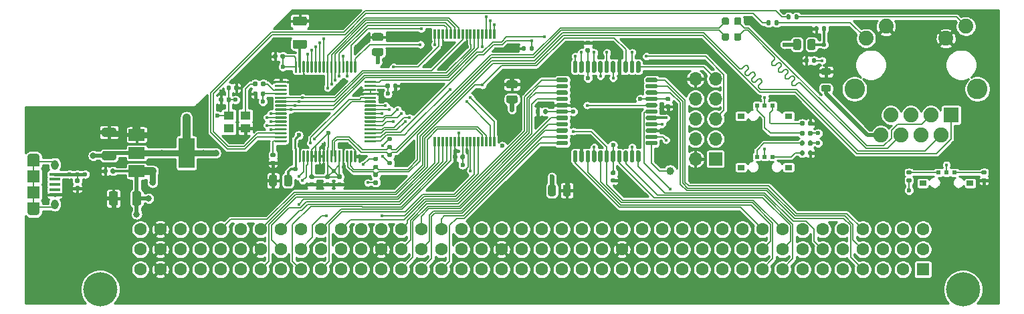
<source format=gbr>
%TF.GenerationSoftware,KiCad,Pcbnew,5.1.9+dfsg1-1~bpo10+1*%
%TF.CreationDate,2024-04-13T10:16:48+02:00*%
%TF.ProjectId,IIsiSEthernet,49497369-5345-4746-9865-726e65742e6b,rev?*%
%TF.SameCoordinates,Original*%
%TF.FileFunction,Copper,L1,Top*%
%TF.FilePolarity,Positive*%
%FSLAX46Y46*%
G04 Gerber Fmt 4.6, Leading zero omitted, Abs format (unit mm)*
G04 Created by KiCad (PCBNEW 5.1.9+dfsg1-1~bpo10+1) date 2024-04-13 10:16:48*
%MOMM*%
%LPD*%
G01*
G04 APERTURE LIST*
%TA.AperFunction,SMDPad,CuDef*%
%ADD10R,0.900000X0.700000*%
%TD*%
%TA.AperFunction,SMDPad,CuDef*%
%ADD11R,0.600000X0.510000*%
%TD*%
%TA.AperFunction,SMDPad,CuDef*%
%ADD12R,0.300000X1.300000*%
%TD*%
%TA.AperFunction,SMDPad,CuDef*%
%ADD13C,1.000000*%
%TD*%
%TA.AperFunction,ComponentPad*%
%ADD14O,1.550000X0.890000*%
%TD*%
%TA.AperFunction,SMDPad,CuDef*%
%ADD15R,1.550000X1.200000*%
%TD*%
%TA.AperFunction,SMDPad,CuDef*%
%ADD16R,1.550000X1.500000*%
%TD*%
%TA.AperFunction,ComponentPad*%
%ADD17O,0.950000X1.250000*%
%TD*%
%TA.AperFunction,SMDPad,CuDef*%
%ADD18R,1.350000X0.400000*%
%TD*%
%TA.AperFunction,ComponentPad*%
%ADD19O,1.700000X1.700000*%
%TD*%
%TA.AperFunction,ComponentPad*%
%ADD20R,1.700000X1.700000*%
%TD*%
%TA.AperFunction,ComponentPad*%
%ADD21C,2.600000*%
%TD*%
%TA.AperFunction,ComponentPad*%
%ADD22C,1.890000*%
%TD*%
%TA.AperFunction,ComponentPad*%
%ADD23C,1.900000*%
%TD*%
%TA.AperFunction,ComponentPad*%
%ADD24R,1.900000X1.900000*%
%TD*%
%TA.AperFunction,SMDPad,CuDef*%
%ADD25R,1.300000X1.100000*%
%TD*%
%TA.AperFunction,SMDPad,CuDef*%
%ADD26R,2.000000X1.500000*%
%TD*%
%TA.AperFunction,SMDPad,CuDef*%
%ADD27R,2.000000X3.800000*%
%TD*%
%TA.AperFunction,ComponentPad*%
%ADD28C,4.335000*%
%TD*%
%TA.AperFunction,ComponentPad*%
%ADD29C,1.605000*%
%TD*%
%TA.AperFunction,ComponentPad*%
%ADD30R,1.605000X1.605000*%
%TD*%
%TA.AperFunction,ViaPad*%
%ADD31C,0.600000*%
%TD*%
%TA.AperFunction,ViaPad*%
%ADD32C,0.450000*%
%TD*%
%TA.AperFunction,ViaPad*%
%ADD33C,0.800000*%
%TD*%
%TA.AperFunction,Conductor*%
%ADD34C,1.000000*%
%TD*%
%TA.AperFunction,Conductor*%
%ADD35C,0.200000*%
%TD*%
%TA.AperFunction,Conductor*%
%ADD36C,0.300000*%
%TD*%
%TA.AperFunction,Conductor*%
%ADD37C,0.500000*%
%TD*%
%TA.AperFunction,Conductor*%
%ADD38C,0.152400*%
%TD*%
%TA.AperFunction,Conductor*%
%ADD39C,0.600000*%
%TD*%
%TA.AperFunction,Conductor*%
%ADD40C,0.250000*%
%TD*%
%TA.AperFunction,Conductor*%
%ADD41C,0.400000*%
%TD*%
%TA.AperFunction,Conductor*%
%ADD42C,0.800000*%
%TD*%
%TA.AperFunction,Conductor*%
%ADD43C,0.177600*%
%TD*%
%TA.AperFunction,Conductor*%
%ADD44C,0.254000*%
%TD*%
%TA.AperFunction,Conductor*%
%ADD45C,0.100000*%
%TD*%
G04 APERTURE END LIST*
D10*
%TO.P,S3,S2*%
%TO.N,N/C*%
X200000000Y-139075000D03*
%TO.P,S3,S1*%
X206000000Y-139075000D03*
D11*
%TO.P,S3,1*%
%TO.N,Net-(R4-Pad1)*%
X202000000Y-137720000D03*
%TO.P,S3,C*%
%TO.N,ROM_BANK*%
X203000000Y-137720000D03*
%TO.P,S3,2*%
%TO.N,Net-(R5-Pad1)*%
X204000000Y-137720000D03*
%TD*%
D10*
%TO.P,S2,S2*%
%TO.N,N/C*%
X177000000Y-130575000D03*
%TO.P,S2,S1*%
X183000000Y-130575000D03*
D11*
%TO.P,S2,1*%
%TO.N,Net-(R12-Pad1)*%
X179000000Y-129220000D03*
%TO.P,S2,C*%
%TO.N,~SLOTID_1*%
X180000000Y-129220000D03*
%TO.P,S2,2*%
%TO.N,Net-(R13-Pad1)*%
X181000000Y-129220000D03*
%TD*%
D10*
%TO.P,S1,S2*%
%TO.N,N/C*%
X177000000Y-137075000D03*
%TO.P,S1,S1*%
X183000000Y-137075000D03*
D11*
%TO.P,S1,1*%
%TO.N,Net-(R1-Pad1)*%
X179000000Y-135720000D03*
%TO.P,S1,C*%
%TO.N,~SLOTID_0*%
X180000000Y-135720000D03*
%TO.P,S1,2*%
%TO.N,Net-(R11-Pad1)*%
X181000000Y-135720000D03*
%TD*%
%TO.P,R5,2*%
%TO.N,GND*%
%TA.AperFunction,SMDPad,CuDef*%
G36*
G01*
X207565000Y-138470000D02*
X207935000Y-138470000D01*
G75*
G02*
X208070000Y-138605000I0J-135000D01*
G01*
X208070000Y-138875000D01*
G75*
G02*
X207935000Y-139010000I-135000J0D01*
G01*
X207565000Y-139010000D01*
G75*
G02*
X207430000Y-138875000I0J135000D01*
G01*
X207430000Y-138605000D01*
G75*
G02*
X207565000Y-138470000I135000J0D01*
G01*
G37*
%TD.AperFunction*%
%TO.P,R5,1*%
%TO.N,Net-(R5-Pad1)*%
%TA.AperFunction,SMDPad,CuDef*%
G36*
G01*
X207565000Y-137450000D02*
X207935000Y-137450000D01*
G75*
G02*
X208070000Y-137585000I0J-135000D01*
G01*
X208070000Y-137855000D01*
G75*
G02*
X207935000Y-137990000I-135000J0D01*
G01*
X207565000Y-137990000D01*
G75*
G02*
X207430000Y-137855000I0J135000D01*
G01*
X207430000Y-137585000D01*
G75*
G02*
X207565000Y-137450000I135000J0D01*
G01*
G37*
%TD.AperFunction*%
%TD*%
%TO.P,R4,2*%
%TO.N,+5V*%
%TA.AperFunction,SMDPad,CuDef*%
G36*
G01*
X198065000Y-138470000D02*
X198435000Y-138470000D01*
G75*
G02*
X198570000Y-138605000I0J-135000D01*
G01*
X198570000Y-138875000D01*
G75*
G02*
X198435000Y-139010000I-135000J0D01*
G01*
X198065000Y-139010000D01*
G75*
G02*
X197930000Y-138875000I0J135000D01*
G01*
X197930000Y-138605000D01*
G75*
G02*
X198065000Y-138470000I135000J0D01*
G01*
G37*
%TD.AperFunction*%
%TO.P,R4,1*%
%TO.N,Net-(R4-Pad1)*%
%TA.AperFunction,SMDPad,CuDef*%
G36*
G01*
X198065000Y-137450000D02*
X198435000Y-137450000D01*
G75*
G02*
X198570000Y-137585000I0J-135000D01*
G01*
X198570000Y-137855000D01*
G75*
G02*
X198435000Y-137990000I-135000J0D01*
G01*
X198065000Y-137990000D01*
G75*
G02*
X197930000Y-137855000I0J135000D01*
G01*
X197930000Y-137585000D01*
G75*
G02*
X198065000Y-137450000I135000J0D01*
G01*
G37*
%TD.AperFunction*%
%TD*%
D12*
%TO.P,IC1,32*%
%TO.N,~ROM_OE*%
X138250000Y-120150000D03*
%TO.P,IC1,31*%
%TO.N,A10*%
X138750000Y-120150000D03*
%TO.P,IC1,30*%
%TO.N,GND*%
X139250000Y-120150000D03*
%TO.P,IC1,29*%
%TO.N,D24*%
X139750000Y-120150000D03*
%TO.P,IC1,28*%
%TO.N,D25*%
X140250000Y-120150000D03*
%TO.P,IC1,27*%
%TO.N,D26*%
X140750000Y-120150000D03*
%TO.P,IC1,26*%
%TO.N,D27*%
X141250000Y-120150000D03*
%TO.P,IC1,25*%
%TO.N,D28*%
X141750000Y-120150000D03*
%TO.P,IC1,24*%
%TO.N,GND*%
X142250000Y-120150000D03*
%TO.P,IC1,23*%
%TO.N,D29*%
X142750000Y-120150000D03*
%TO.P,IC1,22*%
%TO.N,D30*%
X143250000Y-120150000D03*
%TO.P,IC1,21*%
%TO.N,D31*%
X143750000Y-120150000D03*
%TO.P,IC1,20*%
%TO.N,A0*%
X144250000Y-120150000D03*
%TO.P,IC1,19*%
%TO.N,A1*%
X144750000Y-120150000D03*
%TO.P,IC1,18*%
%TO.N,A2*%
X145250000Y-120150000D03*
%TO.P,IC1,17*%
%TO.N,A3*%
X145750000Y-120150000D03*
%TO.P,IC1,16*%
%TO.N,A4*%
X145750000Y-133850000D03*
%TO.P,IC1,15*%
%TO.N,A5*%
X145250000Y-133850000D03*
%TO.P,IC1,14*%
%TO.N,A6*%
X144750000Y-133850000D03*
%TO.P,IC1,13*%
%TO.N,A7*%
X144250000Y-133850000D03*
%TO.P,IC1,12*%
%TO.N,A12*%
X143750000Y-133850000D03*
%TO.P,IC1,11*%
%TO.N,A15*%
X143250000Y-133850000D03*
%TO.P,IC1,10*%
%TO.N,ROM_BANK*%
X142750000Y-133850000D03*
%TO.P,IC1,9*%
%TO.N,GND*%
X142250000Y-133850000D03*
%TO.P,IC1,8*%
%TO.N,+5V*%
X141750000Y-133850000D03*
%TO.P,IC1,7*%
%TO.N,~ROM_WE*%
X141250000Y-133850000D03*
%TO.P,IC1,6*%
%TO.N,GND*%
X140750000Y-133850000D03*
%TO.P,IC1,5*%
%TO.N,A14*%
X140250000Y-133850000D03*
%TO.P,IC1,4*%
%TO.N,A13*%
X139750000Y-133850000D03*
%TO.P,IC1,3*%
%TO.N,A8*%
X139250000Y-133850000D03*
%TO.P,IC1,2*%
%TO.N,A9*%
X138750000Y-133850000D03*
%TO.P,IC1,1*%
%TO.N,A11*%
X138250000Y-133850000D03*
%TD*%
D13*
%TO.P,TP1,1*%
%TO.N,/Ethernet/TP34*%
X168000000Y-137500000D03*
%TD*%
%TO.P,C6,2*%
%TO.N,GND*%
%TA.AperFunction,SMDPad,CuDef*%
G36*
G01*
X92805000Y-139439404D02*
X93145000Y-139439404D01*
G75*
G02*
X93285000Y-139579404I0J-140000D01*
G01*
X93285000Y-139859404D01*
G75*
G02*
X93145000Y-139999404I-140000J0D01*
G01*
X92805000Y-139999404D01*
G75*
G02*
X92665000Y-139859404I0J140000D01*
G01*
X92665000Y-139579404D01*
G75*
G02*
X92805000Y-139439404I140000J0D01*
G01*
G37*
%TD.AperFunction*%
%TO.P,C6,1*%
%TO.N,+5V*%
%TA.AperFunction,SMDPad,CuDef*%
G36*
G01*
X92805000Y-138479404D02*
X93145000Y-138479404D01*
G75*
G02*
X93285000Y-138619404I0J-140000D01*
G01*
X93285000Y-138899404D01*
G75*
G02*
X93145000Y-139039404I-140000J0D01*
G01*
X92805000Y-139039404D01*
G75*
G02*
X92665000Y-138899404I0J140000D01*
G01*
X92665000Y-138619404D01*
G75*
G02*
X92805000Y-138479404I140000J0D01*
G01*
G37*
%TD.AperFunction*%
%TD*%
D14*
%TO.P,J3,6*%
%TO.N,Net-(J3-Pad6)*%
X87425000Y-142739404D03*
X87425000Y-135739404D03*
D15*
X87425000Y-142139404D03*
X87425000Y-136339404D03*
D16*
X87425000Y-140239404D03*
X87425000Y-138239404D03*
D17*
X90125000Y-141739404D03*
X90125000Y-136739404D03*
D18*
%TO.P,J3,5*%
%TO.N,GND*%
X90125000Y-140539404D03*
%TO.P,J3,4*%
%TO.N,N/C*%
X90125000Y-139889404D03*
%TO.P,J3,3*%
X90125000Y-139239404D03*
%TO.P,J3,2*%
X90125000Y-138589404D03*
%TO.P,J3,1*%
%TO.N,+5V*%
X90125000Y-137939404D03*
%TD*%
%TO.P,C3,2*%
%TO.N,GND*%
%TA.AperFunction,SMDPad,CuDef*%
G36*
G01*
X118250000Y-138275000D02*
X118250000Y-139225000D01*
G75*
G02*
X118000000Y-139475000I-250000J0D01*
G01*
X117500000Y-139475000D01*
G75*
G02*
X117250000Y-139225000I0J250000D01*
G01*
X117250000Y-138275000D01*
G75*
G02*
X117500000Y-138025000I250000J0D01*
G01*
X118000000Y-138025000D01*
G75*
G02*
X118250000Y-138275000I0J-250000D01*
G01*
G37*
%TD.AperFunction*%
%TO.P,C3,1*%
%TO.N,+3V3*%
%TA.AperFunction,SMDPad,CuDef*%
G36*
G01*
X120150000Y-138275000D02*
X120150000Y-139225000D01*
G75*
G02*
X119900000Y-139475000I-250000J0D01*
G01*
X119400000Y-139475000D01*
G75*
G02*
X119150000Y-139225000I0J250000D01*
G01*
X119150000Y-138275000D01*
G75*
G02*
X119400000Y-138025000I250000J0D01*
G01*
X119900000Y-138025000D01*
G75*
G02*
X120150000Y-138275000I0J-250000D01*
G01*
G37*
%TD.AperFunction*%
%TD*%
%TO.P,C30,2*%
%TO.N,TPIN-*%
%TA.AperFunction,SMDPad,CuDef*%
G36*
G01*
X175475000Y-120290000D02*
X175475000Y-120790000D01*
G75*
G02*
X175250000Y-121015000I-225000J0D01*
G01*
X174800000Y-121015000D01*
G75*
G02*
X174575000Y-120790000I0J225000D01*
G01*
X174575000Y-120290000D01*
G75*
G02*
X174800000Y-120065000I225000J0D01*
G01*
X175250000Y-120065000D01*
G75*
G02*
X175475000Y-120290000I0J-225000D01*
G01*
G37*
%TD.AperFunction*%
%TO.P,C30,1*%
%TO.N,/eth_conn/RD-*%
%TA.AperFunction,SMDPad,CuDef*%
G36*
G01*
X177025000Y-120290000D02*
X177025000Y-120790000D01*
G75*
G02*
X176800000Y-121015000I-225000J0D01*
G01*
X176350000Y-121015000D01*
G75*
G02*
X176125000Y-120790000I0J225000D01*
G01*
X176125000Y-120290000D01*
G75*
G02*
X176350000Y-120065000I225000J0D01*
G01*
X176800000Y-120065000D01*
G75*
G02*
X177025000Y-120290000I0J-225000D01*
G01*
G37*
%TD.AperFunction*%
%TD*%
%TO.P,C29,2*%
%TO.N,TPIN+*%
%TA.AperFunction,SMDPad,CuDef*%
G36*
G01*
X175475000Y-118290000D02*
X175475000Y-118790000D01*
G75*
G02*
X175250000Y-119015000I-225000J0D01*
G01*
X174800000Y-119015000D01*
G75*
G02*
X174575000Y-118790000I0J225000D01*
G01*
X174575000Y-118290000D01*
G75*
G02*
X174800000Y-118065000I225000J0D01*
G01*
X175250000Y-118065000D01*
G75*
G02*
X175475000Y-118290000I0J-225000D01*
G01*
G37*
%TD.AperFunction*%
%TO.P,C29,1*%
%TO.N,/eth_conn/RD+*%
%TA.AperFunction,SMDPad,CuDef*%
G36*
G01*
X177025000Y-118290000D02*
X177025000Y-118790000D01*
G75*
G02*
X176800000Y-119015000I-225000J0D01*
G01*
X176350000Y-119015000D01*
G75*
G02*
X176125000Y-118790000I0J225000D01*
G01*
X176125000Y-118290000D01*
G75*
G02*
X176350000Y-118065000I225000J0D01*
G01*
X176800000Y-118065000D01*
G75*
G02*
X177025000Y-118290000I0J-225000D01*
G01*
G37*
%TD.AperFunction*%
%TD*%
D19*
%TO.P,J7,10*%
%TO.N,GND*%
X171210000Y-125840000D03*
%TO.P,J7,9*%
%TO.N,JTAG_TDI*%
X173750000Y-125840000D03*
%TO.P,J7,8*%
%TO.N,N/C*%
X171210000Y-128380000D03*
%TO.P,J7,7*%
X173750000Y-128380000D03*
%TO.P,J7,6*%
X171210000Y-130920000D03*
%TO.P,J7,5*%
%TO.N,JTAG_TMS*%
X173750000Y-130920000D03*
%TO.P,J7,4*%
%TO.N,JTAG_VDD*%
X171210000Y-133460000D03*
%TO.P,J7,3*%
%TO.N,JTAG_TDO*%
X173750000Y-133460000D03*
%TO.P,J7,2*%
%TO.N,GND*%
X171210000Y-136000000D03*
D20*
%TO.P,J7,1*%
%TO.N,JTAG_TCK*%
X173750000Y-136000000D03*
%TD*%
%TO.P,R16,2*%
%TO.N,LEDB*%
%TA.AperFunction,SMDPad,CuDef*%
G36*
G01*
X180760000Y-118565000D02*
X180760000Y-118935000D01*
G75*
G02*
X180625000Y-119070000I-135000J0D01*
G01*
X180355000Y-119070000D01*
G75*
G02*
X180220000Y-118935000I0J135000D01*
G01*
X180220000Y-118565000D01*
G75*
G02*
X180355000Y-118430000I135000J0D01*
G01*
X180625000Y-118430000D01*
G75*
G02*
X180760000Y-118565000I0J-135000D01*
G01*
G37*
%TD.AperFunction*%
%TO.P,R16,1*%
%TO.N,Net-(J5-PadL1)*%
%TA.AperFunction,SMDPad,CuDef*%
G36*
G01*
X181780000Y-118565000D02*
X181780000Y-118935000D01*
G75*
G02*
X181645000Y-119070000I-135000J0D01*
G01*
X181375000Y-119070000D01*
G75*
G02*
X181240000Y-118935000I0J135000D01*
G01*
X181240000Y-118565000D01*
G75*
G02*
X181375000Y-118430000I135000J0D01*
G01*
X181645000Y-118430000D01*
G75*
G02*
X181780000Y-118565000I0J-135000D01*
G01*
G37*
%TD.AperFunction*%
%TD*%
%TO.P,R15,2*%
%TO.N,LEDA*%
%TA.AperFunction,SMDPad,CuDef*%
G36*
G01*
X183260000Y-117815000D02*
X183260000Y-118185000D01*
G75*
G02*
X183125000Y-118320000I-135000J0D01*
G01*
X182855000Y-118320000D01*
G75*
G02*
X182720000Y-118185000I0J135000D01*
G01*
X182720000Y-117815000D01*
G75*
G02*
X182855000Y-117680000I135000J0D01*
G01*
X183125000Y-117680000D01*
G75*
G02*
X183260000Y-117815000I0J-135000D01*
G01*
G37*
%TD.AperFunction*%
%TO.P,R15,1*%
%TO.N,Net-(J5-PadL4)*%
%TA.AperFunction,SMDPad,CuDef*%
G36*
G01*
X184280000Y-117815000D02*
X184280000Y-118185000D01*
G75*
G02*
X184145000Y-118320000I-135000J0D01*
G01*
X183875000Y-118320000D01*
G75*
G02*
X183740000Y-118185000I0J135000D01*
G01*
X183740000Y-117815000D01*
G75*
G02*
X183875000Y-117680000I135000J0D01*
G01*
X184145000Y-117680000D01*
G75*
G02*
X184280000Y-117815000I0J-135000D01*
G01*
G37*
%TD.AperFunction*%
%TD*%
D21*
%TO.P,J5,13*%
%TO.N,Net-(J5-Pad13)*%
X191355893Y-127145893D03*
X206905893Y-127145893D03*
D22*
%TO.P,J5,L4*%
%TO.N,Net-(J5-PadL4)*%
X205455893Y-119195893D03*
%TO.P,J5,L3*%
%TO.N,GND*%
X202915893Y-120715893D03*
%TO.P,J5,L2*%
X195345893Y-119195893D03*
%TO.P,J5,L1*%
%TO.N,Net-(J5-PadL1)*%
X192805893Y-120715893D03*
D23*
%TO.P,J5,R8*%
%TO.N,Earth*%
X194685893Y-132975893D03*
%TO.P,J5,R7*%
%TO.N,N/C*%
X195955893Y-130435893D03*
%TO.P,J5,R6*%
%TO.N,/eth_conn/RD-*%
X197225893Y-132975893D03*
%TO.P,J5,R5*%
%TO.N,/eth_conn/RCT*%
X198495893Y-130435893D03*
%TO.P,J5,R4*%
%TO.N,/eth_conn/ETH_3V3*%
X199765893Y-132975893D03*
%TO.P,J5,R3*%
%TO.N,/eth_conn/RD+*%
X201035893Y-130435893D03*
%TO.P,J5,R2*%
%TO.N,TPOUT-*%
X202305893Y-132975893D03*
D24*
%TO.P,J5,R1*%
%TO.N,TPOUT+*%
X203575893Y-130435893D03*
%TD*%
%TO.P,R13,2*%
%TO.N,GND*%
%TA.AperFunction,SMDPad,CuDef*%
G36*
G01*
X185490000Y-131685000D02*
X185490000Y-131315000D01*
G75*
G02*
X185625000Y-131180000I135000J0D01*
G01*
X185895000Y-131180000D01*
G75*
G02*
X186030000Y-131315000I0J-135000D01*
G01*
X186030000Y-131685000D01*
G75*
G02*
X185895000Y-131820000I-135000J0D01*
G01*
X185625000Y-131820000D01*
G75*
G02*
X185490000Y-131685000I0J135000D01*
G01*
G37*
%TD.AperFunction*%
%TO.P,R13,1*%
%TO.N,Net-(R13-Pad1)*%
%TA.AperFunction,SMDPad,CuDef*%
G36*
G01*
X184470000Y-131685000D02*
X184470000Y-131315000D01*
G75*
G02*
X184605000Y-131180000I135000J0D01*
G01*
X184875000Y-131180000D01*
G75*
G02*
X185010000Y-131315000I0J-135000D01*
G01*
X185010000Y-131685000D01*
G75*
G02*
X184875000Y-131820000I-135000J0D01*
G01*
X184605000Y-131820000D01*
G75*
G02*
X184470000Y-131685000I0J135000D01*
G01*
G37*
%TD.AperFunction*%
%TD*%
%TO.P,R12,2*%
%TO.N,+5V*%
%TA.AperFunction,SMDPad,CuDef*%
G36*
G01*
X185490000Y-132935000D02*
X185490000Y-132565000D01*
G75*
G02*
X185625000Y-132430000I135000J0D01*
G01*
X185895000Y-132430000D01*
G75*
G02*
X186030000Y-132565000I0J-135000D01*
G01*
X186030000Y-132935000D01*
G75*
G02*
X185895000Y-133070000I-135000J0D01*
G01*
X185625000Y-133070000D01*
G75*
G02*
X185490000Y-132935000I0J135000D01*
G01*
G37*
%TD.AperFunction*%
%TO.P,R12,1*%
%TO.N,Net-(R12-Pad1)*%
%TA.AperFunction,SMDPad,CuDef*%
G36*
G01*
X184470000Y-132935000D02*
X184470000Y-132565000D01*
G75*
G02*
X184605000Y-132430000I135000J0D01*
G01*
X184875000Y-132430000D01*
G75*
G02*
X185010000Y-132565000I0J-135000D01*
G01*
X185010000Y-132935000D01*
G75*
G02*
X184875000Y-133070000I-135000J0D01*
G01*
X184605000Y-133070000D01*
G75*
G02*
X184470000Y-132935000I0J135000D01*
G01*
G37*
%TD.AperFunction*%
%TD*%
%TO.P,R11,2*%
%TO.N,GND*%
%TA.AperFunction,SMDPad,CuDef*%
G36*
G01*
X185490000Y-135435000D02*
X185490000Y-135065000D01*
G75*
G02*
X185625000Y-134930000I135000J0D01*
G01*
X185895000Y-134930000D01*
G75*
G02*
X186030000Y-135065000I0J-135000D01*
G01*
X186030000Y-135435000D01*
G75*
G02*
X185895000Y-135570000I-135000J0D01*
G01*
X185625000Y-135570000D01*
G75*
G02*
X185490000Y-135435000I0J135000D01*
G01*
G37*
%TD.AperFunction*%
%TO.P,R11,1*%
%TO.N,Net-(R11-Pad1)*%
%TA.AperFunction,SMDPad,CuDef*%
G36*
G01*
X184470000Y-135435000D02*
X184470000Y-135065000D01*
G75*
G02*
X184605000Y-134930000I135000J0D01*
G01*
X184875000Y-134930000D01*
G75*
G02*
X185010000Y-135065000I0J-135000D01*
G01*
X185010000Y-135435000D01*
G75*
G02*
X184875000Y-135570000I-135000J0D01*
G01*
X184605000Y-135570000D01*
G75*
G02*
X184470000Y-135435000I0J135000D01*
G01*
G37*
%TD.AperFunction*%
%TD*%
%TO.P,R1,2*%
%TO.N,+5V*%
%TA.AperFunction,SMDPad,CuDef*%
G36*
G01*
X185490000Y-134185000D02*
X185490000Y-133815000D01*
G75*
G02*
X185625000Y-133680000I135000J0D01*
G01*
X185895000Y-133680000D01*
G75*
G02*
X186030000Y-133815000I0J-135000D01*
G01*
X186030000Y-134185000D01*
G75*
G02*
X185895000Y-134320000I-135000J0D01*
G01*
X185625000Y-134320000D01*
G75*
G02*
X185490000Y-134185000I0J135000D01*
G01*
G37*
%TD.AperFunction*%
%TO.P,R1,1*%
%TO.N,Net-(R1-Pad1)*%
%TA.AperFunction,SMDPad,CuDef*%
G36*
G01*
X184470000Y-134185000D02*
X184470000Y-133815000D01*
G75*
G02*
X184605000Y-133680000I135000J0D01*
G01*
X184875000Y-133680000D01*
G75*
G02*
X185010000Y-133815000I0J-135000D01*
G01*
X185010000Y-134185000D01*
G75*
G02*
X184875000Y-134320000I-135000J0D01*
G01*
X184605000Y-134320000D01*
G75*
G02*
X184470000Y-134185000I0J135000D01*
G01*
G37*
%TD.AperFunction*%
%TD*%
%TO.P,C8,2*%
%TO.N,GND*%
%TA.AperFunction,SMDPad,CuDef*%
G36*
G01*
X154450000Y-140475000D02*
X154450000Y-139525000D01*
G75*
G02*
X154700000Y-139275000I250000J0D01*
G01*
X155200000Y-139275000D01*
G75*
G02*
X155450000Y-139525000I0J-250000D01*
G01*
X155450000Y-140475000D01*
G75*
G02*
X155200000Y-140725000I-250000J0D01*
G01*
X154700000Y-140725000D01*
G75*
G02*
X154450000Y-140475000I0J250000D01*
G01*
G37*
%TD.AperFunction*%
%TO.P,C8,1*%
%TO.N,+5V*%
%TA.AperFunction,SMDPad,CuDef*%
G36*
G01*
X152550000Y-140475000D02*
X152550000Y-139525000D01*
G75*
G02*
X152800000Y-139275000I250000J0D01*
G01*
X153300000Y-139275000D01*
G75*
G02*
X153550000Y-139525000I0J-250000D01*
G01*
X153550000Y-140475000D01*
G75*
G02*
X153300000Y-140725000I-250000J0D01*
G01*
X152800000Y-140725000D01*
G75*
G02*
X152550000Y-140475000I0J250000D01*
G01*
G37*
%TD.AperFunction*%
%TD*%
%TO.P,C7,2*%
%TO.N,GND*%
%TA.AperFunction,SMDPad,CuDef*%
G36*
G01*
X148475000Y-127050000D02*
X147525000Y-127050000D01*
G75*
G02*
X147275000Y-126800000I0J250000D01*
G01*
X147275000Y-126300000D01*
G75*
G02*
X147525000Y-126050000I250000J0D01*
G01*
X148475000Y-126050000D01*
G75*
G02*
X148725000Y-126300000I0J-250000D01*
G01*
X148725000Y-126800000D01*
G75*
G02*
X148475000Y-127050000I-250000J0D01*
G01*
G37*
%TD.AperFunction*%
%TO.P,C7,1*%
%TO.N,+5V*%
%TA.AperFunction,SMDPad,CuDef*%
G36*
G01*
X148475000Y-128950000D02*
X147525000Y-128950000D01*
G75*
G02*
X147275000Y-128700000I0J250000D01*
G01*
X147275000Y-128200000D01*
G75*
G02*
X147525000Y-127950000I250000J0D01*
G01*
X148475000Y-127950000D01*
G75*
G02*
X148725000Y-128200000I0J-250000D01*
G01*
X148725000Y-128700000D01*
G75*
G02*
X148475000Y-128950000I-250000J0D01*
G01*
G37*
%TD.AperFunction*%
%TD*%
%TO.P,C28,2*%
%TO.N,GND*%
%TA.AperFunction,SMDPad,CuDef*%
G36*
G01*
X131475000Y-121050000D02*
X130525000Y-121050000D01*
G75*
G02*
X130275000Y-120800000I0J250000D01*
G01*
X130275000Y-120300000D01*
G75*
G02*
X130525000Y-120050000I250000J0D01*
G01*
X131475000Y-120050000D01*
G75*
G02*
X131725000Y-120300000I0J-250000D01*
G01*
X131725000Y-120800000D01*
G75*
G02*
X131475000Y-121050000I-250000J0D01*
G01*
G37*
%TD.AperFunction*%
%TO.P,C28,1*%
%TO.N,+3V3*%
%TA.AperFunction,SMDPad,CuDef*%
G36*
G01*
X131475000Y-122950000D02*
X130525000Y-122950000D01*
G75*
G02*
X130275000Y-122700000I0J250000D01*
G01*
X130275000Y-122200000D01*
G75*
G02*
X130525000Y-121950000I250000J0D01*
G01*
X131475000Y-121950000D01*
G75*
G02*
X131725000Y-122200000I0J-250000D01*
G01*
X131725000Y-122700000D01*
G75*
G02*
X131475000Y-122950000I-250000J0D01*
G01*
G37*
%TD.AperFunction*%
%TD*%
%TO.P,C17,2*%
%TO.N,GND*%
%TA.AperFunction,SMDPad,CuDef*%
G36*
G01*
X121800001Y-119100000D02*
X120499999Y-119100000D01*
G75*
G02*
X120250000Y-118850001I0J249999D01*
G01*
X120250000Y-118199999D01*
G75*
G02*
X120499999Y-117950000I249999J0D01*
G01*
X121800001Y-117950000D01*
G75*
G02*
X122050000Y-118199999I0J-249999D01*
G01*
X122050000Y-118850001D01*
G75*
G02*
X121800001Y-119100000I-249999J0D01*
G01*
G37*
%TD.AperFunction*%
%TO.P,C17,1*%
%TO.N,/Ethernet/VCAP*%
%TA.AperFunction,SMDPad,CuDef*%
G36*
G01*
X121800001Y-122050000D02*
X120499999Y-122050000D01*
G75*
G02*
X120250000Y-121800001I0J249999D01*
G01*
X120250000Y-121149999D01*
G75*
G02*
X120499999Y-120900000I249999J0D01*
G01*
X121800001Y-120900000D01*
G75*
G02*
X122050000Y-121149999I0J-249999D01*
G01*
X122050000Y-121800001D01*
G75*
G02*
X121800001Y-122050000I-249999J0D01*
G01*
G37*
%TD.AperFunction*%
%TD*%
%TO.P,C4,2*%
%TO.N,GND*%
%TA.AperFunction,SMDPad,CuDef*%
G36*
G01*
X98119000Y-140349999D02*
X98119000Y-141650001D01*
G75*
G02*
X97869001Y-141900000I-249999J0D01*
G01*
X97218999Y-141900000D01*
G75*
G02*
X96969000Y-141650001I0J249999D01*
G01*
X96969000Y-140349999D01*
G75*
G02*
X97218999Y-140100000I249999J0D01*
G01*
X97869001Y-140100000D01*
G75*
G02*
X98119000Y-140349999I0J-249999D01*
G01*
G37*
%TD.AperFunction*%
%TO.P,C4,1*%
%TO.N,+5V*%
%TA.AperFunction,SMDPad,CuDef*%
G36*
G01*
X101069000Y-140349999D02*
X101069000Y-141650001D01*
G75*
G02*
X100819001Y-141900000I-249999J0D01*
G01*
X100168999Y-141900000D01*
G75*
G02*
X99919000Y-141650001I0J249999D01*
G01*
X99919000Y-140349999D01*
G75*
G02*
X100168999Y-140100000I249999J0D01*
G01*
X100819001Y-140100000D01*
G75*
G02*
X101069000Y-140349999I0J-249999D01*
G01*
G37*
%TD.AperFunction*%
%TD*%
%TO.P,C21,2*%
%TO.N,GND*%
%TA.AperFunction,SMDPad,CuDef*%
G36*
G01*
X97650001Y-133200000D02*
X96349999Y-133200000D01*
G75*
G02*
X96100000Y-132950001I0J249999D01*
G01*
X96100000Y-132299999D01*
G75*
G02*
X96349999Y-132050000I249999J0D01*
G01*
X97650001Y-132050000D01*
G75*
G02*
X97900000Y-132299999I0J-249999D01*
G01*
X97900000Y-132950001D01*
G75*
G02*
X97650001Y-133200000I-249999J0D01*
G01*
G37*
%TD.AperFunction*%
%TO.P,C21,1*%
%TO.N,+3V3*%
%TA.AperFunction,SMDPad,CuDef*%
G36*
G01*
X97650001Y-136150000D02*
X96349999Y-136150000D01*
G75*
G02*
X96100000Y-135900001I0J249999D01*
G01*
X96100000Y-135249999D01*
G75*
G02*
X96349999Y-135000000I249999J0D01*
G01*
X97650001Y-135000000D01*
G75*
G02*
X97900000Y-135249999I0J-249999D01*
G01*
X97900000Y-135900001D01*
G75*
G02*
X97650001Y-136150000I-249999J0D01*
G01*
G37*
%TD.AperFunction*%
%TD*%
%TO.P,C5,2*%
%TO.N,GND*%
%TA.AperFunction,SMDPad,CuDef*%
G36*
G01*
X141070000Y-135580000D02*
X141070000Y-135920000D01*
G75*
G02*
X140930000Y-136060000I-140000J0D01*
G01*
X140650000Y-136060000D01*
G75*
G02*
X140510000Y-135920000I0J140000D01*
G01*
X140510000Y-135580000D01*
G75*
G02*
X140650000Y-135440000I140000J0D01*
G01*
X140930000Y-135440000D01*
G75*
G02*
X141070000Y-135580000I0J-140000D01*
G01*
G37*
%TD.AperFunction*%
%TO.P,C5,1*%
%TO.N,+5V*%
%TA.AperFunction,SMDPad,CuDef*%
G36*
G01*
X142030000Y-135580000D02*
X142030000Y-135920000D01*
G75*
G02*
X141890000Y-136060000I-140000J0D01*
G01*
X141610000Y-136060000D01*
G75*
G02*
X141470000Y-135920000I0J140000D01*
G01*
X141470000Y-135580000D01*
G75*
G02*
X141610000Y-135440000I140000J0D01*
G01*
X141890000Y-135440000D01*
G75*
G02*
X142030000Y-135580000I0J-140000D01*
G01*
G37*
%TD.AperFunction*%
%TD*%
%TO.P,C2,2*%
%TO.N,GND*%
%TA.AperFunction,SMDPad,CuDef*%
G36*
G01*
X160630000Y-138450000D02*
X160970000Y-138450000D01*
G75*
G02*
X161110000Y-138590000I0J-140000D01*
G01*
X161110000Y-138870000D01*
G75*
G02*
X160970000Y-139010000I-140000J0D01*
G01*
X160630000Y-139010000D01*
G75*
G02*
X160490000Y-138870000I0J140000D01*
G01*
X160490000Y-138590000D01*
G75*
G02*
X160630000Y-138450000I140000J0D01*
G01*
G37*
%TD.AperFunction*%
%TO.P,C2,1*%
%TO.N,+5V*%
%TA.AperFunction,SMDPad,CuDef*%
G36*
G01*
X160630000Y-137490000D02*
X160970000Y-137490000D01*
G75*
G02*
X161110000Y-137630000I0J-140000D01*
G01*
X161110000Y-137910000D01*
G75*
G02*
X160970000Y-138050000I-140000J0D01*
G01*
X160630000Y-138050000D01*
G75*
G02*
X160490000Y-137910000I0J140000D01*
G01*
X160490000Y-137630000D01*
G75*
G02*
X160630000Y-137490000I140000J0D01*
G01*
G37*
%TD.AperFunction*%
%TD*%
%TO.P,U2,44*%
%TO.N,~IRQ1*%
%TA.AperFunction,SMDPad,CuDef*%
G36*
G01*
X165062500Y-125725000D02*
X166262500Y-125725000D01*
G75*
G02*
X166400000Y-125862500I0J-137500D01*
G01*
X166400000Y-126137500D01*
G75*
G02*
X166262500Y-126275000I-137500J0D01*
G01*
X165062500Y-126275000D01*
G75*
G02*
X164925000Y-126137500I0J137500D01*
G01*
X164925000Y-125862500D01*
G75*
G02*
X165062500Y-125725000I137500J0D01*
G01*
G37*
%TD.AperFunction*%
%TO.P,U2,43*%
%TO.N,~IRQ2*%
%TA.AperFunction,SMDPad,CuDef*%
G36*
G01*
X165062500Y-126525000D02*
X166262500Y-126525000D01*
G75*
G02*
X166400000Y-126662500I0J-137500D01*
G01*
X166400000Y-126937500D01*
G75*
G02*
X166262500Y-127075000I-137500J0D01*
G01*
X165062500Y-127075000D01*
G75*
G02*
X164925000Y-126937500I0J137500D01*
G01*
X164925000Y-126662500D01*
G75*
G02*
X165062500Y-126525000I137500J0D01*
G01*
G37*
%TD.AperFunction*%
%TO.P,U2,42*%
%TO.N,~IRQ3*%
%TA.AperFunction,SMDPad,CuDef*%
G36*
G01*
X165062500Y-127325000D02*
X166262500Y-127325000D01*
G75*
G02*
X166400000Y-127462500I0J-137500D01*
G01*
X166400000Y-127737500D01*
G75*
G02*
X166262500Y-127875000I-137500J0D01*
G01*
X165062500Y-127875000D01*
G75*
G02*
X164925000Y-127737500I0J137500D01*
G01*
X164925000Y-127462500D01*
G75*
G02*
X165062500Y-127325000I137500J0D01*
G01*
G37*
%TD.AperFunction*%
%TO.P,U2,41*%
%TO.N,+5V*%
%TA.AperFunction,SMDPad,CuDef*%
G36*
G01*
X165062500Y-128125000D02*
X166262500Y-128125000D01*
G75*
G02*
X166400000Y-128262500I0J-137500D01*
G01*
X166400000Y-128537500D01*
G75*
G02*
X166262500Y-128675000I-137500J0D01*
G01*
X165062500Y-128675000D01*
G75*
G02*
X164925000Y-128537500I0J137500D01*
G01*
X164925000Y-128262500D01*
G75*
G02*
X165062500Y-128125000I137500J0D01*
G01*
G37*
%TD.AperFunction*%
%TO.P,U2,40*%
%TO.N,ETH_CLKOUT*%
%TA.AperFunction,SMDPad,CuDef*%
G36*
G01*
X165062500Y-128925000D02*
X166262500Y-128925000D01*
G75*
G02*
X166400000Y-129062500I0J-137500D01*
G01*
X166400000Y-129337500D01*
G75*
G02*
X166262500Y-129475000I-137500J0D01*
G01*
X165062500Y-129475000D01*
G75*
G02*
X164925000Y-129337500I0J137500D01*
G01*
X164925000Y-129062500D01*
G75*
G02*
X165062500Y-128925000I137500J0D01*
G01*
G37*
%TD.AperFunction*%
%TO.P,U2,39*%
%TO.N,~RESET*%
%TA.AperFunction,SMDPad,CuDef*%
G36*
G01*
X165062500Y-129725000D02*
X166262500Y-129725000D01*
G75*
G02*
X166400000Y-129862500I0J-137500D01*
G01*
X166400000Y-130137500D01*
G75*
G02*
X166262500Y-130275000I-137500J0D01*
G01*
X165062500Y-130275000D01*
G75*
G02*
X164925000Y-130137500I0J137500D01*
G01*
X164925000Y-129862500D01*
G75*
G02*
X165062500Y-129725000I137500J0D01*
G01*
G37*
%TD.AperFunction*%
%TO.P,U2,38*%
%TO.N,JTAG_VDD*%
%TA.AperFunction,SMDPad,CuDef*%
G36*
G01*
X165062500Y-130525000D02*
X166262500Y-130525000D01*
G75*
G02*
X166400000Y-130662500I0J-137500D01*
G01*
X166400000Y-130937500D01*
G75*
G02*
X166262500Y-131075000I-137500J0D01*
G01*
X165062500Y-131075000D01*
G75*
G02*
X164925000Y-130937500I0J137500D01*
G01*
X164925000Y-130662500D01*
G75*
G02*
X165062500Y-130525000I137500J0D01*
G01*
G37*
%TD.AperFunction*%
%TO.P,U2,37*%
%TO.N,~SLOTID_1*%
%TA.AperFunction,SMDPad,CuDef*%
G36*
G01*
X165062500Y-131325000D02*
X166262500Y-131325000D01*
G75*
G02*
X166400000Y-131462500I0J-137500D01*
G01*
X166400000Y-131737500D01*
G75*
G02*
X166262500Y-131875000I-137500J0D01*
G01*
X165062500Y-131875000D01*
G75*
G02*
X164925000Y-131737500I0J137500D01*
G01*
X164925000Y-131462500D01*
G75*
G02*
X165062500Y-131325000I137500J0D01*
G01*
G37*
%TD.AperFunction*%
%TO.P,U2,36*%
%TO.N,GND*%
%TA.AperFunction,SMDPad,CuDef*%
G36*
G01*
X165062500Y-132125000D02*
X166262500Y-132125000D01*
G75*
G02*
X166400000Y-132262500I0J-137500D01*
G01*
X166400000Y-132537500D01*
G75*
G02*
X166262500Y-132675000I-137500J0D01*
G01*
X165062500Y-132675000D01*
G75*
G02*
X164925000Y-132537500I0J137500D01*
G01*
X164925000Y-132262500D01*
G75*
G02*
X165062500Y-132125000I137500J0D01*
G01*
G37*
%TD.AperFunction*%
%TO.P,U2,35*%
%TO.N,~SLOTID_0*%
%TA.AperFunction,SMDPad,CuDef*%
G36*
G01*
X165062500Y-132925000D02*
X166262500Y-132925000D01*
G75*
G02*
X166400000Y-133062500I0J-137500D01*
G01*
X166400000Y-133337500D01*
G75*
G02*
X166262500Y-133475000I-137500J0D01*
G01*
X165062500Y-133475000D01*
G75*
G02*
X164925000Y-133337500I0J137500D01*
G01*
X164925000Y-133062500D01*
G75*
G02*
X165062500Y-132925000I137500J0D01*
G01*
G37*
%TD.AperFunction*%
%TO.P,U2,34*%
%TO.N,/Ethernet/TP34*%
%TA.AperFunction,SMDPad,CuDef*%
G36*
G01*
X165062500Y-133725000D02*
X166262500Y-133725000D01*
G75*
G02*
X166400000Y-133862500I0J-137500D01*
G01*
X166400000Y-134137500D01*
G75*
G02*
X166262500Y-134275000I-137500J0D01*
G01*
X165062500Y-134275000D01*
G75*
G02*
X164925000Y-134137500I0J137500D01*
G01*
X164925000Y-133862500D01*
G75*
G02*
X165062500Y-133725000I137500J0D01*
G01*
G37*
%TD.AperFunction*%
%TO.P,U2,33*%
%TO.N,~DS*%
%TA.AperFunction,SMDPad,CuDef*%
G36*
G01*
X163862500Y-134925000D02*
X164137500Y-134925000D01*
G75*
G02*
X164275000Y-135062500I0J-137500D01*
G01*
X164275000Y-136262500D01*
G75*
G02*
X164137500Y-136400000I-137500J0D01*
G01*
X163862500Y-136400000D01*
G75*
G02*
X163725000Y-136262500I0J137500D01*
G01*
X163725000Y-135062500D01*
G75*
G02*
X163862500Y-134925000I137500J0D01*
G01*
G37*
%TD.AperFunction*%
%TO.P,U2,32*%
%TO.N,JTAG_TDO*%
%TA.AperFunction,SMDPad,CuDef*%
G36*
G01*
X163062500Y-134925000D02*
X163337500Y-134925000D01*
G75*
G02*
X163475000Y-135062500I0J-137500D01*
G01*
X163475000Y-136262500D01*
G75*
G02*
X163337500Y-136400000I-137500J0D01*
G01*
X163062500Y-136400000D01*
G75*
G02*
X162925000Y-136262500I0J137500D01*
G01*
X162925000Y-135062500D01*
G75*
G02*
X163062500Y-134925000I137500J0D01*
G01*
G37*
%TD.AperFunction*%
%TO.P,U2,31*%
%TO.N,~DSACK1*%
%TA.AperFunction,SMDPad,CuDef*%
G36*
G01*
X162262500Y-134925000D02*
X162537500Y-134925000D01*
G75*
G02*
X162675000Y-135062500I0J-137500D01*
G01*
X162675000Y-136262500D01*
G75*
G02*
X162537500Y-136400000I-137500J0D01*
G01*
X162262500Y-136400000D01*
G75*
G02*
X162125000Y-136262500I0J137500D01*
G01*
X162125000Y-135062500D01*
G75*
G02*
X162262500Y-134925000I137500J0D01*
G01*
G37*
%TD.AperFunction*%
%TO.P,U2,30*%
%TO.N,~DSACK0*%
%TA.AperFunction,SMDPad,CuDef*%
G36*
G01*
X161462500Y-134925000D02*
X161737500Y-134925000D01*
G75*
G02*
X161875000Y-135062500I0J-137500D01*
G01*
X161875000Y-136262500D01*
G75*
G02*
X161737500Y-136400000I-137500J0D01*
G01*
X161462500Y-136400000D01*
G75*
G02*
X161325000Y-136262500I0J137500D01*
G01*
X161325000Y-135062500D01*
G75*
G02*
X161462500Y-134925000I137500J0D01*
G01*
G37*
%TD.AperFunction*%
%TO.P,U2,29*%
%TO.N,+5V*%
%TA.AperFunction,SMDPad,CuDef*%
G36*
G01*
X160662500Y-134925000D02*
X160937500Y-134925000D01*
G75*
G02*
X161075000Y-135062500I0J-137500D01*
G01*
X161075000Y-136262500D01*
G75*
G02*
X160937500Y-136400000I-137500J0D01*
G01*
X160662500Y-136400000D01*
G75*
G02*
X160525000Y-136262500I0J137500D01*
G01*
X160525000Y-135062500D01*
G75*
G02*
X160662500Y-134925000I137500J0D01*
G01*
G37*
%TD.AperFunction*%
%TO.P,U2,28*%
%TO.N,~RW*%
%TA.AperFunction,SMDPad,CuDef*%
G36*
G01*
X159862500Y-134925000D02*
X160137500Y-134925000D01*
G75*
G02*
X160275000Y-135062500I0J-137500D01*
G01*
X160275000Y-136262500D01*
G75*
G02*
X160137500Y-136400000I-137500J0D01*
G01*
X159862500Y-136400000D01*
G75*
G02*
X159725000Y-136262500I0J137500D01*
G01*
X159725000Y-135062500D01*
G75*
G02*
X159862500Y-134925000I137500J0D01*
G01*
G37*
%TD.AperFunction*%
%TO.P,U2,27*%
%TO.N,SIZ1*%
%TA.AperFunction,SMDPad,CuDef*%
G36*
G01*
X159062500Y-134925000D02*
X159337500Y-134925000D01*
G75*
G02*
X159475000Y-135062500I0J-137500D01*
G01*
X159475000Y-136262500D01*
G75*
G02*
X159337500Y-136400000I-137500J0D01*
G01*
X159062500Y-136400000D01*
G75*
G02*
X158925000Y-136262500I0J137500D01*
G01*
X158925000Y-135062500D01*
G75*
G02*
X159062500Y-134925000I137500J0D01*
G01*
G37*
%TD.AperFunction*%
%TO.P,U2,26*%
%TO.N,JTAG_TCK*%
%TA.AperFunction,SMDPad,CuDef*%
G36*
G01*
X158262500Y-134925000D02*
X158537500Y-134925000D01*
G75*
G02*
X158675000Y-135062500I0J-137500D01*
G01*
X158675000Y-136262500D01*
G75*
G02*
X158537500Y-136400000I-137500J0D01*
G01*
X158262500Y-136400000D01*
G75*
G02*
X158125000Y-136262500I0J137500D01*
G01*
X158125000Y-135062500D01*
G75*
G02*
X158262500Y-134925000I137500J0D01*
G01*
G37*
%TD.AperFunction*%
%TO.P,U2,25*%
%TO.N,SIZ0*%
%TA.AperFunction,SMDPad,CuDef*%
G36*
G01*
X157462500Y-134925000D02*
X157737500Y-134925000D01*
G75*
G02*
X157875000Y-135062500I0J-137500D01*
G01*
X157875000Y-136262500D01*
G75*
G02*
X157737500Y-136400000I-137500J0D01*
G01*
X157462500Y-136400000D01*
G75*
G02*
X157325000Y-136262500I0J137500D01*
G01*
X157325000Y-135062500D01*
G75*
G02*
X157462500Y-134925000I137500J0D01*
G01*
G37*
%TD.AperFunction*%
%TO.P,U2,24*%
%TO.N,GND*%
%TA.AperFunction,SMDPad,CuDef*%
G36*
G01*
X156662500Y-134925000D02*
X156937500Y-134925000D01*
G75*
G02*
X157075000Y-135062500I0J-137500D01*
G01*
X157075000Y-136262500D01*
G75*
G02*
X156937500Y-136400000I-137500J0D01*
G01*
X156662500Y-136400000D01*
G75*
G02*
X156525000Y-136262500I0J137500D01*
G01*
X156525000Y-135062500D01*
G75*
G02*
X156662500Y-134925000I137500J0D01*
G01*
G37*
%TD.AperFunction*%
%TO.P,U2,23*%
%TO.N,~AS*%
%TA.AperFunction,SMDPad,CuDef*%
G36*
G01*
X155862500Y-134925000D02*
X156137500Y-134925000D01*
G75*
G02*
X156275000Y-135062500I0J-137500D01*
G01*
X156275000Y-136262500D01*
G75*
G02*
X156137500Y-136400000I-137500J0D01*
G01*
X155862500Y-136400000D01*
G75*
G02*
X155725000Y-136262500I0J137500D01*
G01*
X155725000Y-135062500D01*
G75*
G02*
X155862500Y-134925000I137500J0D01*
G01*
G37*
%TD.AperFunction*%
%TO.P,U2,22*%
%TO.N,A31*%
%TA.AperFunction,SMDPad,CuDef*%
G36*
G01*
X153737500Y-133725000D02*
X154937500Y-133725000D01*
G75*
G02*
X155075000Y-133862500I0J-137500D01*
G01*
X155075000Y-134137500D01*
G75*
G02*
X154937500Y-134275000I-137500J0D01*
G01*
X153737500Y-134275000D01*
G75*
G02*
X153600000Y-134137500I0J137500D01*
G01*
X153600000Y-133862500D01*
G75*
G02*
X153737500Y-133725000I137500J0D01*
G01*
G37*
%TD.AperFunction*%
%TO.P,U2,21*%
%TO.N,A30*%
%TA.AperFunction,SMDPad,CuDef*%
G36*
G01*
X153737500Y-132925000D02*
X154937500Y-132925000D01*
G75*
G02*
X155075000Y-133062500I0J-137500D01*
G01*
X155075000Y-133337500D01*
G75*
G02*
X154937500Y-133475000I-137500J0D01*
G01*
X153737500Y-133475000D01*
G75*
G02*
X153600000Y-133337500I0J137500D01*
G01*
X153600000Y-133062500D01*
G75*
G02*
X153737500Y-132925000I137500J0D01*
G01*
G37*
%TD.AperFunction*%
%TO.P,U2,20*%
%TO.N,A29*%
%TA.AperFunction,SMDPad,CuDef*%
G36*
G01*
X153737500Y-132125000D02*
X154937500Y-132125000D01*
G75*
G02*
X155075000Y-132262500I0J-137500D01*
G01*
X155075000Y-132537500D01*
G75*
G02*
X154937500Y-132675000I-137500J0D01*
G01*
X153737500Y-132675000D01*
G75*
G02*
X153600000Y-132537500I0J137500D01*
G01*
X153600000Y-132262500D01*
G75*
G02*
X153737500Y-132125000I137500J0D01*
G01*
G37*
%TD.AperFunction*%
%TO.P,U2,19*%
%TO.N,A28*%
%TA.AperFunction,SMDPad,CuDef*%
G36*
G01*
X153737500Y-131325000D02*
X154937500Y-131325000D01*
G75*
G02*
X155075000Y-131462500I0J-137500D01*
G01*
X155075000Y-131737500D01*
G75*
G02*
X154937500Y-131875000I-137500J0D01*
G01*
X153737500Y-131875000D01*
G75*
G02*
X153600000Y-131737500I0J137500D01*
G01*
X153600000Y-131462500D01*
G75*
G02*
X153737500Y-131325000I137500J0D01*
G01*
G37*
%TD.AperFunction*%
%TO.P,U2,18*%
%TO.N,A27*%
%TA.AperFunction,SMDPad,CuDef*%
G36*
G01*
X153737500Y-130525000D02*
X154937500Y-130525000D01*
G75*
G02*
X155075000Y-130662500I0J-137500D01*
G01*
X155075000Y-130937500D01*
G75*
G02*
X154937500Y-131075000I-137500J0D01*
G01*
X153737500Y-131075000D01*
G75*
G02*
X153600000Y-130937500I0J137500D01*
G01*
X153600000Y-130662500D01*
G75*
G02*
X153737500Y-130525000I137500J0D01*
G01*
G37*
%TD.AperFunction*%
%TO.P,U2,17*%
%TO.N,+5V*%
%TA.AperFunction,SMDPad,CuDef*%
G36*
G01*
X153737500Y-129725000D02*
X154937500Y-129725000D01*
G75*
G02*
X155075000Y-129862500I0J-137500D01*
G01*
X155075000Y-130137500D01*
G75*
G02*
X154937500Y-130275000I-137500J0D01*
G01*
X153737500Y-130275000D01*
G75*
G02*
X153600000Y-130137500I0J137500D01*
G01*
X153600000Y-129862500D01*
G75*
G02*
X153737500Y-129725000I137500J0D01*
G01*
G37*
%TD.AperFunction*%
%TO.P,U2,16*%
%TO.N,GND*%
%TA.AperFunction,SMDPad,CuDef*%
G36*
G01*
X153737500Y-128925000D02*
X154937500Y-128925000D01*
G75*
G02*
X155075000Y-129062500I0J-137500D01*
G01*
X155075000Y-129337500D01*
G75*
G02*
X154937500Y-129475000I-137500J0D01*
G01*
X153737500Y-129475000D01*
G75*
G02*
X153600000Y-129337500I0J137500D01*
G01*
X153600000Y-129062500D01*
G75*
G02*
X153737500Y-128925000I137500J0D01*
G01*
G37*
%TD.AperFunction*%
%TO.P,U2,15*%
%TO.N,A26*%
%TA.AperFunction,SMDPad,CuDef*%
G36*
G01*
X153737500Y-128125000D02*
X154937500Y-128125000D01*
G75*
G02*
X155075000Y-128262500I0J-137500D01*
G01*
X155075000Y-128537500D01*
G75*
G02*
X154937500Y-128675000I-137500J0D01*
G01*
X153737500Y-128675000D01*
G75*
G02*
X153600000Y-128537500I0J137500D01*
G01*
X153600000Y-128262500D01*
G75*
G02*
X153737500Y-128125000I137500J0D01*
G01*
G37*
%TD.AperFunction*%
%TO.P,U2,14*%
%TO.N,A25*%
%TA.AperFunction,SMDPad,CuDef*%
G36*
G01*
X153737500Y-127325000D02*
X154937500Y-127325000D01*
G75*
G02*
X155075000Y-127462500I0J-137500D01*
G01*
X155075000Y-127737500D01*
G75*
G02*
X154937500Y-127875000I-137500J0D01*
G01*
X153737500Y-127875000D01*
G75*
G02*
X153600000Y-127737500I0J137500D01*
G01*
X153600000Y-127462500D01*
G75*
G02*
X153737500Y-127325000I137500J0D01*
G01*
G37*
%TD.AperFunction*%
%TO.P,U2,13*%
%TO.N,A24*%
%TA.AperFunction,SMDPad,CuDef*%
G36*
G01*
X153737500Y-126525000D02*
X154937500Y-126525000D01*
G75*
G02*
X155075000Y-126662500I0J-137500D01*
G01*
X155075000Y-126937500D01*
G75*
G02*
X154937500Y-127075000I-137500J0D01*
G01*
X153737500Y-127075000D01*
G75*
G02*
X153600000Y-126937500I0J137500D01*
G01*
X153600000Y-126662500D01*
G75*
G02*
X153737500Y-126525000I137500J0D01*
G01*
G37*
%TD.AperFunction*%
%TO.P,U2,12*%
%TO.N,A16*%
%TA.AperFunction,SMDPad,CuDef*%
G36*
G01*
X153737500Y-125725000D02*
X154937500Y-125725000D01*
G75*
G02*
X155075000Y-125862500I0J-137500D01*
G01*
X155075000Y-126137500D01*
G75*
G02*
X154937500Y-126275000I-137500J0D01*
G01*
X153737500Y-126275000D01*
G75*
G02*
X153600000Y-126137500I0J137500D01*
G01*
X153600000Y-125862500D01*
G75*
G02*
X153737500Y-125725000I137500J0D01*
G01*
G37*
%TD.AperFunction*%
%TO.P,U2,11*%
%TO.N,ETH_~INT*%
%TA.AperFunction,SMDPad,CuDef*%
G36*
G01*
X155862500Y-123600000D02*
X156137500Y-123600000D01*
G75*
G02*
X156275000Y-123737500I0J-137500D01*
G01*
X156275000Y-124937500D01*
G75*
G02*
X156137500Y-125075000I-137500J0D01*
G01*
X155862500Y-125075000D01*
G75*
G02*
X155725000Y-124937500I0J137500D01*
G01*
X155725000Y-123737500D01*
G75*
G02*
X155862500Y-123600000I137500J0D01*
G01*
G37*
%TD.AperFunction*%
%TO.P,U2,10*%
%TO.N,ETH_B1SEL*%
%TA.AperFunction,SMDPad,CuDef*%
G36*
G01*
X156662500Y-123600000D02*
X156937500Y-123600000D01*
G75*
G02*
X157075000Y-123737500I0J-137500D01*
G01*
X157075000Y-124937500D01*
G75*
G02*
X156937500Y-125075000I-137500J0D01*
G01*
X156662500Y-125075000D01*
G75*
G02*
X156525000Y-124937500I0J137500D01*
G01*
X156525000Y-123737500D01*
G75*
G02*
X156662500Y-123600000I137500J0D01*
G01*
G37*
%TD.AperFunction*%
%TO.P,U2,9*%
%TO.N,+5V*%
%TA.AperFunction,SMDPad,CuDef*%
G36*
G01*
X157462500Y-123600000D02*
X157737500Y-123600000D01*
G75*
G02*
X157875000Y-123737500I0J-137500D01*
G01*
X157875000Y-124937500D01*
G75*
G02*
X157737500Y-125075000I-137500J0D01*
G01*
X157462500Y-125075000D01*
G75*
G02*
X157325000Y-124937500I0J137500D01*
G01*
X157325000Y-123737500D01*
G75*
G02*
X157462500Y-123600000I137500J0D01*
G01*
G37*
%TD.AperFunction*%
%TO.P,U2,8*%
%TO.N,ETH_CS*%
%TA.AperFunction,SMDPad,CuDef*%
G36*
G01*
X158262500Y-123600000D02*
X158537500Y-123600000D01*
G75*
G02*
X158675000Y-123737500I0J-137500D01*
G01*
X158675000Y-124937500D01*
G75*
G02*
X158537500Y-125075000I-137500J0D01*
G01*
X158262500Y-125075000D01*
G75*
G02*
X158125000Y-124937500I0J137500D01*
G01*
X158125000Y-123737500D01*
G75*
G02*
X158262500Y-123600000I137500J0D01*
G01*
G37*
%TD.AperFunction*%
%TO.P,U2,7*%
%TO.N,JTAG_TMS*%
%TA.AperFunction,SMDPad,CuDef*%
G36*
G01*
X159062500Y-123600000D02*
X159337500Y-123600000D01*
G75*
G02*
X159475000Y-123737500I0J-137500D01*
G01*
X159475000Y-124937500D01*
G75*
G02*
X159337500Y-125075000I-137500J0D01*
G01*
X159062500Y-125075000D01*
G75*
G02*
X158925000Y-124937500I0J137500D01*
G01*
X158925000Y-123737500D01*
G75*
G02*
X159062500Y-123600000I137500J0D01*
G01*
G37*
%TD.AperFunction*%
%TO.P,U2,6*%
%TO.N,ETH_B0SEL*%
%TA.AperFunction,SMDPad,CuDef*%
G36*
G01*
X159862500Y-123600000D02*
X160137500Y-123600000D01*
G75*
G02*
X160275000Y-123737500I0J-137500D01*
G01*
X160275000Y-124937500D01*
G75*
G02*
X160137500Y-125075000I-137500J0D01*
G01*
X159862500Y-125075000D01*
G75*
G02*
X159725000Y-124937500I0J137500D01*
G01*
X159725000Y-123737500D01*
G75*
G02*
X159862500Y-123600000I137500J0D01*
G01*
G37*
%TD.AperFunction*%
%TO.P,U2,5*%
%TO.N,~ROM_WE*%
%TA.AperFunction,SMDPad,CuDef*%
G36*
G01*
X160662500Y-123600000D02*
X160937500Y-123600000D01*
G75*
G02*
X161075000Y-123737500I0J-137500D01*
G01*
X161075000Y-124937500D01*
G75*
G02*
X160937500Y-125075000I-137500J0D01*
G01*
X160662500Y-125075000D01*
G75*
G02*
X160525000Y-124937500I0J137500D01*
G01*
X160525000Y-123737500D01*
G75*
G02*
X160662500Y-123600000I137500J0D01*
G01*
G37*
%TD.AperFunction*%
%TO.P,U2,4*%
%TO.N,GND*%
%TA.AperFunction,SMDPad,CuDef*%
G36*
G01*
X161462500Y-123600000D02*
X161737500Y-123600000D01*
G75*
G02*
X161875000Y-123737500I0J-137500D01*
G01*
X161875000Y-124937500D01*
G75*
G02*
X161737500Y-125075000I-137500J0D01*
G01*
X161462500Y-125075000D01*
G75*
G02*
X161325000Y-124937500I0J137500D01*
G01*
X161325000Y-123737500D01*
G75*
G02*
X161462500Y-123600000I137500J0D01*
G01*
G37*
%TD.AperFunction*%
%TO.P,U2,3*%
%TO.N,A0*%
%TA.AperFunction,SMDPad,CuDef*%
G36*
G01*
X162262500Y-123600000D02*
X162537500Y-123600000D01*
G75*
G02*
X162675000Y-123737500I0J-137500D01*
G01*
X162675000Y-124937500D01*
G75*
G02*
X162537500Y-125075000I-137500J0D01*
G01*
X162262500Y-125075000D01*
G75*
G02*
X162125000Y-124937500I0J137500D01*
G01*
X162125000Y-123737500D01*
G75*
G02*
X162262500Y-123600000I137500J0D01*
G01*
G37*
%TD.AperFunction*%
%TO.P,U2,2*%
%TO.N,~ROM_OE*%
%TA.AperFunction,SMDPad,CuDef*%
G36*
G01*
X163062500Y-123600000D02*
X163337500Y-123600000D01*
G75*
G02*
X163475000Y-123737500I0J-137500D01*
G01*
X163475000Y-124937500D01*
G75*
G02*
X163337500Y-125075000I-137500J0D01*
G01*
X163062500Y-125075000D01*
G75*
G02*
X162925000Y-124937500I0J137500D01*
G01*
X162925000Y-123737500D01*
G75*
G02*
X163062500Y-123600000I137500J0D01*
G01*
G37*
%TD.AperFunction*%
%TO.P,U2,1*%
%TO.N,JTAG_TDI*%
%TA.AperFunction,SMDPad,CuDef*%
G36*
G01*
X163862500Y-123600000D02*
X164137500Y-123600000D01*
G75*
G02*
X164275000Y-123737500I0J-137500D01*
G01*
X164275000Y-124937500D01*
G75*
G02*
X164137500Y-125075000I-137500J0D01*
G01*
X163862500Y-125075000D01*
G75*
G02*
X163725000Y-124937500I0J137500D01*
G01*
X163725000Y-123737500D01*
G75*
G02*
X163862500Y-123600000I137500J0D01*
G01*
G37*
%TD.AperFunction*%
%TD*%
%TO.P,U3,64*%
%TO.N,+3V3*%
%TA.AperFunction,SMDPad,CuDef*%
G36*
G01*
X120500000Y-125000000D02*
X120500000Y-123675000D01*
G75*
G02*
X120575000Y-123600000I75000J0D01*
G01*
X120725000Y-123600000D01*
G75*
G02*
X120800000Y-123675000I0J-75000D01*
G01*
X120800000Y-125000000D01*
G75*
G02*
X120725000Y-125075000I-75000J0D01*
G01*
X120575000Y-125075000D01*
G75*
G02*
X120500000Y-125000000I0J75000D01*
G01*
G37*
%TD.AperFunction*%
%TO.P,U3,63*%
%TO.N,/Ethernet/VCAP*%
%TA.AperFunction,SMDPad,CuDef*%
G36*
G01*
X121000000Y-125000000D02*
X121000000Y-123675000D01*
G75*
G02*
X121075000Y-123600000I75000J0D01*
G01*
X121225000Y-123600000D01*
G75*
G02*
X121300000Y-123675000I0J-75000D01*
G01*
X121300000Y-125000000D01*
G75*
G02*
X121225000Y-125075000I-75000J0D01*
G01*
X121075000Y-125075000D01*
G75*
G02*
X121000000Y-125000000I0J75000D01*
G01*
G37*
%TD.AperFunction*%
%TO.P,U3,62*%
%TO.N,GND*%
%TA.AperFunction,SMDPad,CuDef*%
G36*
G01*
X121500000Y-125000000D02*
X121500000Y-123675000D01*
G75*
G02*
X121575000Y-123600000I75000J0D01*
G01*
X121725000Y-123600000D01*
G75*
G02*
X121800000Y-123675000I0J-75000D01*
G01*
X121800000Y-125000000D01*
G75*
G02*
X121725000Y-125075000I-75000J0D01*
G01*
X121575000Y-125075000D01*
G75*
G02*
X121500000Y-125000000I0J75000D01*
G01*
G37*
%TD.AperFunction*%
%TO.P,U3,61*%
%TO.N,A5*%
%TA.AperFunction,SMDPad,CuDef*%
G36*
G01*
X122000000Y-125000000D02*
X122000000Y-123675000D01*
G75*
G02*
X122075000Y-123600000I75000J0D01*
G01*
X122225000Y-123600000D01*
G75*
G02*
X122300000Y-123675000I0J-75000D01*
G01*
X122300000Y-125000000D01*
G75*
G02*
X122225000Y-125075000I-75000J0D01*
G01*
X122075000Y-125075000D01*
G75*
G02*
X122000000Y-125000000I0J75000D01*
G01*
G37*
%TD.AperFunction*%
%TO.P,U3,60*%
%TO.N,A4*%
%TA.AperFunction,SMDPad,CuDef*%
G36*
G01*
X122500000Y-125000000D02*
X122500000Y-123675000D01*
G75*
G02*
X122575000Y-123600000I75000J0D01*
G01*
X122725000Y-123600000D01*
G75*
G02*
X122800000Y-123675000I0J-75000D01*
G01*
X122800000Y-125000000D01*
G75*
G02*
X122725000Y-125075000I-75000J0D01*
G01*
X122575000Y-125075000D01*
G75*
G02*
X122500000Y-125000000I0J75000D01*
G01*
G37*
%TD.AperFunction*%
%TO.P,U3,59*%
%TO.N,A3*%
%TA.AperFunction,SMDPad,CuDef*%
G36*
G01*
X123000000Y-125000000D02*
X123000000Y-123675000D01*
G75*
G02*
X123075000Y-123600000I75000J0D01*
G01*
X123225000Y-123600000D01*
G75*
G02*
X123300000Y-123675000I0J-75000D01*
G01*
X123300000Y-125000000D01*
G75*
G02*
X123225000Y-125075000I-75000J0D01*
G01*
X123075000Y-125075000D01*
G75*
G02*
X123000000Y-125000000I0J75000D01*
G01*
G37*
%TD.AperFunction*%
%TO.P,U3,58*%
%TO.N,A2*%
%TA.AperFunction,SMDPad,CuDef*%
G36*
G01*
X123500000Y-125000000D02*
X123500000Y-123675000D01*
G75*
G02*
X123575000Y-123600000I75000J0D01*
G01*
X123725000Y-123600000D01*
G75*
G02*
X123800000Y-123675000I0J-75000D01*
G01*
X123800000Y-125000000D01*
G75*
G02*
X123725000Y-125075000I-75000J0D01*
G01*
X123575000Y-125075000D01*
G75*
G02*
X123500000Y-125000000I0J75000D01*
G01*
G37*
%TD.AperFunction*%
%TO.P,U3,57*%
%TO.N,A1*%
%TA.AperFunction,SMDPad,CuDef*%
G36*
G01*
X124000000Y-125000000D02*
X124000000Y-123675000D01*
G75*
G02*
X124075000Y-123600000I75000J0D01*
G01*
X124225000Y-123600000D01*
G75*
G02*
X124300000Y-123675000I0J-75000D01*
G01*
X124300000Y-125000000D01*
G75*
G02*
X124225000Y-125075000I-75000J0D01*
G01*
X124075000Y-125075000D01*
G75*
G02*
X124000000Y-125000000I0J75000D01*
G01*
G37*
%TD.AperFunction*%
%TO.P,U3,56*%
%TO.N,D27*%
%TA.AperFunction,SMDPad,CuDef*%
G36*
G01*
X124500000Y-125000000D02*
X124500000Y-123675000D01*
G75*
G02*
X124575000Y-123600000I75000J0D01*
G01*
X124725000Y-123600000D01*
G75*
G02*
X124800000Y-123675000I0J-75000D01*
G01*
X124800000Y-125000000D01*
G75*
G02*
X124725000Y-125075000I-75000J0D01*
G01*
X124575000Y-125075000D01*
G75*
G02*
X124500000Y-125000000I0J75000D01*
G01*
G37*
%TD.AperFunction*%
%TO.P,U3,55*%
%TO.N,D26*%
%TA.AperFunction,SMDPad,CuDef*%
G36*
G01*
X125000000Y-125000000D02*
X125000000Y-123675000D01*
G75*
G02*
X125075000Y-123600000I75000J0D01*
G01*
X125225000Y-123600000D01*
G75*
G02*
X125300000Y-123675000I0J-75000D01*
G01*
X125300000Y-125000000D01*
G75*
G02*
X125225000Y-125075000I-75000J0D01*
G01*
X125075000Y-125075000D01*
G75*
G02*
X125000000Y-125000000I0J75000D01*
G01*
G37*
%TD.AperFunction*%
%TO.P,U3,54*%
%TO.N,D25*%
%TA.AperFunction,SMDPad,CuDef*%
G36*
G01*
X125500000Y-125000000D02*
X125500000Y-123675000D01*
G75*
G02*
X125575000Y-123600000I75000J0D01*
G01*
X125725000Y-123600000D01*
G75*
G02*
X125800000Y-123675000I0J-75000D01*
G01*
X125800000Y-125000000D01*
G75*
G02*
X125725000Y-125075000I-75000J0D01*
G01*
X125575000Y-125075000D01*
G75*
G02*
X125500000Y-125000000I0J75000D01*
G01*
G37*
%TD.AperFunction*%
%TO.P,U3,53*%
%TO.N,D24*%
%TA.AperFunction,SMDPad,CuDef*%
G36*
G01*
X126000000Y-125000000D02*
X126000000Y-123675000D01*
G75*
G02*
X126075000Y-123600000I75000J0D01*
G01*
X126225000Y-123600000D01*
G75*
G02*
X126300000Y-123675000I0J-75000D01*
G01*
X126300000Y-125000000D01*
G75*
G02*
X126225000Y-125075000I-75000J0D01*
G01*
X126075000Y-125075000D01*
G75*
G02*
X126000000Y-125000000I0J75000D01*
G01*
G37*
%TD.AperFunction*%
%TO.P,U3,52*%
%TO.N,+3V3*%
%TA.AperFunction,SMDPad,CuDef*%
G36*
G01*
X126500000Y-125000000D02*
X126500000Y-123675000D01*
G75*
G02*
X126575000Y-123600000I75000J0D01*
G01*
X126725000Y-123600000D01*
G75*
G02*
X126800000Y-123675000I0J-75000D01*
G01*
X126800000Y-125000000D01*
G75*
G02*
X126725000Y-125075000I-75000J0D01*
G01*
X126575000Y-125075000D01*
G75*
G02*
X126500000Y-125000000I0J75000D01*
G01*
G37*
%TD.AperFunction*%
%TO.P,U3,51*%
%TO.N,~RW*%
%TA.AperFunction,SMDPad,CuDef*%
G36*
G01*
X127000000Y-125000000D02*
X127000000Y-123675000D01*
G75*
G02*
X127075000Y-123600000I75000J0D01*
G01*
X127225000Y-123600000D01*
G75*
G02*
X127300000Y-123675000I0J-75000D01*
G01*
X127300000Y-125000000D01*
G75*
G02*
X127225000Y-125075000I-75000J0D01*
G01*
X127075000Y-125075000D01*
G75*
G02*
X127000000Y-125000000I0J75000D01*
G01*
G37*
%TD.AperFunction*%
%TO.P,U3,50*%
%TO.N,ETH_B0SEL*%
%TA.AperFunction,SMDPad,CuDef*%
G36*
G01*
X127500000Y-125000000D02*
X127500000Y-123675000D01*
G75*
G02*
X127575000Y-123600000I75000J0D01*
G01*
X127725000Y-123600000D01*
G75*
G02*
X127800000Y-123675000I0J-75000D01*
G01*
X127800000Y-125000000D01*
G75*
G02*
X127725000Y-125075000I-75000J0D01*
G01*
X127575000Y-125075000D01*
G75*
G02*
X127500000Y-125000000I0J75000D01*
G01*
G37*
%TD.AperFunction*%
%TO.P,U3,49*%
%TO.N,ETH_CS*%
%TA.AperFunction,SMDPad,CuDef*%
G36*
G01*
X128000000Y-125000000D02*
X128000000Y-123675000D01*
G75*
G02*
X128075000Y-123600000I75000J0D01*
G01*
X128225000Y-123600000D01*
G75*
G02*
X128300000Y-123675000I0J-75000D01*
G01*
X128300000Y-125000000D01*
G75*
G02*
X128225000Y-125075000I-75000J0D01*
G01*
X128075000Y-125075000D01*
G75*
G02*
X128000000Y-125000000I0J75000D01*
G01*
G37*
%TD.AperFunction*%
%TO.P,U3,48*%
%TO.N,ETH_B1SEL*%
%TA.AperFunction,SMDPad,CuDef*%
G36*
G01*
X129325000Y-126325000D02*
X129325000Y-126175000D01*
G75*
G02*
X129400000Y-126100000I75000J0D01*
G01*
X130725000Y-126100000D01*
G75*
G02*
X130800000Y-126175000I0J-75000D01*
G01*
X130800000Y-126325000D01*
G75*
G02*
X130725000Y-126400000I-75000J0D01*
G01*
X129400000Y-126400000D01*
G75*
G02*
X129325000Y-126325000I0J75000D01*
G01*
G37*
%TD.AperFunction*%
%TO.P,U3,47*%
%TO.N,+3V3*%
%TA.AperFunction,SMDPad,CuDef*%
G36*
G01*
X129325000Y-126825000D02*
X129325000Y-126675000D01*
G75*
G02*
X129400000Y-126600000I75000J0D01*
G01*
X130725000Y-126600000D01*
G75*
G02*
X130800000Y-126675000I0J-75000D01*
G01*
X130800000Y-126825000D01*
G75*
G02*
X130725000Y-126900000I-75000J0D01*
G01*
X129400000Y-126900000D01*
G75*
G02*
X129325000Y-126825000I0J75000D01*
G01*
G37*
%TD.AperFunction*%
%TO.P,U3,46*%
%TO.N,GND*%
%TA.AperFunction,SMDPad,CuDef*%
G36*
G01*
X129325000Y-127325000D02*
X129325000Y-127175000D01*
G75*
G02*
X129400000Y-127100000I75000J0D01*
G01*
X130725000Y-127100000D01*
G75*
G02*
X130800000Y-127175000I0J-75000D01*
G01*
X130800000Y-127325000D01*
G75*
G02*
X130725000Y-127400000I-75000J0D01*
G01*
X129400000Y-127400000D01*
G75*
G02*
X129325000Y-127325000I0J75000D01*
G01*
G37*
%TD.AperFunction*%
%TO.P,U3,45*%
%TA.AperFunction,SMDPad,CuDef*%
G36*
G01*
X129325000Y-127825000D02*
X129325000Y-127675000D01*
G75*
G02*
X129400000Y-127600000I75000J0D01*
G01*
X130725000Y-127600000D01*
G75*
G02*
X130800000Y-127675000I0J-75000D01*
G01*
X130800000Y-127825000D01*
G75*
G02*
X130725000Y-127900000I-75000J0D01*
G01*
X129400000Y-127900000D01*
G75*
G02*
X129325000Y-127825000I0J75000D01*
G01*
G37*
%TD.AperFunction*%
%TO.P,U3,44*%
%TO.N,A14*%
%TA.AperFunction,SMDPad,CuDef*%
G36*
G01*
X129325000Y-128325000D02*
X129325000Y-128175000D01*
G75*
G02*
X129400000Y-128100000I75000J0D01*
G01*
X130725000Y-128100000D01*
G75*
G02*
X130800000Y-128175000I0J-75000D01*
G01*
X130800000Y-128325000D01*
G75*
G02*
X130725000Y-128400000I-75000J0D01*
G01*
X129400000Y-128400000D01*
G75*
G02*
X129325000Y-128325000I0J75000D01*
G01*
G37*
%TD.AperFunction*%
%TO.P,U3,43*%
%TO.N,A13*%
%TA.AperFunction,SMDPad,CuDef*%
G36*
G01*
X129325000Y-128825000D02*
X129325000Y-128675000D01*
G75*
G02*
X129400000Y-128600000I75000J0D01*
G01*
X130725000Y-128600000D01*
G75*
G02*
X130800000Y-128675000I0J-75000D01*
G01*
X130800000Y-128825000D01*
G75*
G02*
X130725000Y-128900000I-75000J0D01*
G01*
X129400000Y-128900000D01*
G75*
G02*
X129325000Y-128825000I0J75000D01*
G01*
G37*
%TD.AperFunction*%
%TO.P,U3,42*%
%TO.N,D23*%
%TA.AperFunction,SMDPad,CuDef*%
G36*
G01*
X129325000Y-129325000D02*
X129325000Y-129175000D01*
G75*
G02*
X129400000Y-129100000I75000J0D01*
G01*
X130725000Y-129100000D01*
G75*
G02*
X130800000Y-129175000I0J-75000D01*
G01*
X130800000Y-129325000D01*
G75*
G02*
X130725000Y-129400000I-75000J0D01*
G01*
X129400000Y-129400000D01*
G75*
G02*
X129325000Y-129325000I0J75000D01*
G01*
G37*
%TD.AperFunction*%
%TO.P,U3,41*%
%TO.N,D22*%
%TA.AperFunction,SMDPad,CuDef*%
G36*
G01*
X129325000Y-129825000D02*
X129325000Y-129675000D01*
G75*
G02*
X129400000Y-129600000I75000J0D01*
G01*
X130725000Y-129600000D01*
G75*
G02*
X130800000Y-129675000I0J-75000D01*
G01*
X130800000Y-129825000D01*
G75*
G02*
X130725000Y-129900000I-75000J0D01*
G01*
X129400000Y-129900000D01*
G75*
G02*
X129325000Y-129825000I0J75000D01*
G01*
G37*
%TD.AperFunction*%
%TO.P,U3,40*%
%TO.N,D21*%
%TA.AperFunction,SMDPad,CuDef*%
G36*
G01*
X129325000Y-130325000D02*
X129325000Y-130175000D01*
G75*
G02*
X129400000Y-130100000I75000J0D01*
G01*
X130725000Y-130100000D01*
G75*
G02*
X130800000Y-130175000I0J-75000D01*
G01*
X130800000Y-130325000D01*
G75*
G02*
X130725000Y-130400000I-75000J0D01*
G01*
X129400000Y-130400000D01*
G75*
G02*
X129325000Y-130325000I0J75000D01*
G01*
G37*
%TD.AperFunction*%
%TO.P,U3,39*%
%TO.N,D20*%
%TA.AperFunction,SMDPad,CuDef*%
G36*
G01*
X129325000Y-130825000D02*
X129325000Y-130675000D01*
G75*
G02*
X129400000Y-130600000I75000J0D01*
G01*
X130725000Y-130600000D01*
G75*
G02*
X130800000Y-130675000I0J-75000D01*
G01*
X130800000Y-130825000D01*
G75*
G02*
X130725000Y-130900000I-75000J0D01*
G01*
X129400000Y-130900000D01*
G75*
G02*
X129325000Y-130825000I0J75000D01*
G01*
G37*
%TD.AperFunction*%
%TO.P,U3,38*%
%TO.N,D19*%
%TA.AperFunction,SMDPad,CuDef*%
G36*
G01*
X129325000Y-131325000D02*
X129325000Y-131175000D01*
G75*
G02*
X129400000Y-131100000I75000J0D01*
G01*
X130725000Y-131100000D01*
G75*
G02*
X130800000Y-131175000I0J-75000D01*
G01*
X130800000Y-131325000D01*
G75*
G02*
X130725000Y-131400000I-75000J0D01*
G01*
X129400000Y-131400000D01*
G75*
G02*
X129325000Y-131325000I0J75000D01*
G01*
G37*
%TD.AperFunction*%
%TO.P,U3,37*%
%TO.N,D18*%
%TA.AperFunction,SMDPad,CuDef*%
G36*
G01*
X129325000Y-131825000D02*
X129325000Y-131675000D01*
G75*
G02*
X129400000Y-131600000I75000J0D01*
G01*
X130725000Y-131600000D01*
G75*
G02*
X130800000Y-131675000I0J-75000D01*
G01*
X130800000Y-131825000D01*
G75*
G02*
X130725000Y-131900000I-75000J0D01*
G01*
X129400000Y-131900000D01*
G75*
G02*
X129325000Y-131825000I0J75000D01*
G01*
G37*
%TD.AperFunction*%
%TO.P,U3,36*%
%TO.N,D17*%
%TA.AperFunction,SMDPad,CuDef*%
G36*
G01*
X129325000Y-132325000D02*
X129325000Y-132175000D01*
G75*
G02*
X129400000Y-132100000I75000J0D01*
G01*
X130725000Y-132100000D01*
G75*
G02*
X130800000Y-132175000I0J-75000D01*
G01*
X130800000Y-132325000D01*
G75*
G02*
X130725000Y-132400000I-75000J0D01*
G01*
X129400000Y-132400000D01*
G75*
G02*
X129325000Y-132325000I0J75000D01*
G01*
G37*
%TD.AperFunction*%
%TO.P,U3,35*%
%TO.N,D16*%
%TA.AperFunction,SMDPad,CuDef*%
G36*
G01*
X129325000Y-132825000D02*
X129325000Y-132675000D01*
G75*
G02*
X129400000Y-132600000I75000J0D01*
G01*
X130725000Y-132600000D01*
G75*
G02*
X130800000Y-132675000I0J-75000D01*
G01*
X130800000Y-132825000D01*
G75*
G02*
X130725000Y-132900000I-75000J0D01*
G01*
X129400000Y-132900000D01*
G75*
G02*
X129325000Y-132825000I0J75000D01*
G01*
G37*
%TD.AperFunction*%
%TO.P,U3,34*%
%TO.N,ETH_~INT*%
%TA.AperFunction,SMDPad,CuDef*%
G36*
G01*
X129325000Y-133325000D02*
X129325000Y-133175000D01*
G75*
G02*
X129400000Y-133100000I75000J0D01*
G01*
X130725000Y-133100000D01*
G75*
G02*
X130800000Y-133175000I0J-75000D01*
G01*
X130800000Y-133325000D01*
G75*
G02*
X130725000Y-133400000I-75000J0D01*
G01*
X129400000Y-133400000D01*
G75*
G02*
X129325000Y-133325000I0J75000D01*
G01*
G37*
%TD.AperFunction*%
%TO.P,U3,33*%
%TO.N,ETH_CLKOUT*%
%TA.AperFunction,SMDPad,CuDef*%
G36*
G01*
X129325000Y-133825000D02*
X129325000Y-133675000D01*
G75*
G02*
X129400000Y-133600000I75000J0D01*
G01*
X130725000Y-133600000D01*
G75*
G02*
X130800000Y-133675000I0J-75000D01*
G01*
X130800000Y-133825000D01*
G75*
G02*
X130725000Y-133900000I-75000J0D01*
G01*
X129400000Y-133900000D01*
G75*
G02*
X129325000Y-133825000I0J75000D01*
G01*
G37*
%TD.AperFunction*%
%TO.P,U3,32*%
%TO.N,GND*%
%TA.AperFunction,SMDPad,CuDef*%
G36*
G01*
X128000000Y-136325000D02*
X128000000Y-135000000D01*
G75*
G02*
X128075000Y-134925000I75000J0D01*
G01*
X128225000Y-134925000D01*
G75*
G02*
X128300000Y-135000000I0J-75000D01*
G01*
X128300000Y-136325000D01*
G75*
G02*
X128225000Y-136400000I-75000J0D01*
G01*
X128075000Y-136400000D01*
G75*
G02*
X128000000Y-136325000I0J75000D01*
G01*
G37*
%TD.AperFunction*%
%TO.P,U3,31*%
%TO.N,TPOUT-*%
%TA.AperFunction,SMDPad,CuDef*%
G36*
G01*
X127500000Y-136325000D02*
X127500000Y-135000000D01*
G75*
G02*
X127575000Y-134925000I75000J0D01*
G01*
X127725000Y-134925000D01*
G75*
G02*
X127800000Y-135000000I0J-75000D01*
G01*
X127800000Y-136325000D01*
G75*
G02*
X127725000Y-136400000I-75000J0D01*
G01*
X127575000Y-136400000D01*
G75*
G02*
X127500000Y-136325000I0J75000D01*
G01*
G37*
%TD.AperFunction*%
%TO.P,U3,30*%
%TO.N,TPOUT+*%
%TA.AperFunction,SMDPad,CuDef*%
G36*
G01*
X127000000Y-136325000D02*
X127000000Y-135000000D01*
G75*
G02*
X127075000Y-134925000I75000J0D01*
G01*
X127225000Y-134925000D01*
G75*
G02*
X127300000Y-135000000I0J-75000D01*
G01*
X127300000Y-136325000D01*
G75*
G02*
X127225000Y-136400000I-75000J0D01*
G01*
X127075000Y-136400000D01*
G75*
G02*
X127000000Y-136325000I0J75000D01*
G01*
G37*
%TD.AperFunction*%
%TO.P,U3,29*%
%TO.N,GND*%
%TA.AperFunction,SMDPad,CuDef*%
G36*
G01*
X126500000Y-136325000D02*
X126500000Y-135000000D01*
G75*
G02*
X126575000Y-134925000I75000J0D01*
G01*
X126725000Y-134925000D01*
G75*
G02*
X126800000Y-135000000I0J-75000D01*
G01*
X126800000Y-136325000D01*
G75*
G02*
X126725000Y-136400000I-75000J0D01*
G01*
X126575000Y-136400000D01*
G75*
G02*
X126500000Y-136325000I0J75000D01*
G01*
G37*
%TD.AperFunction*%
%TO.P,U3,28*%
%TO.N,+3V3*%
%TA.AperFunction,SMDPad,CuDef*%
G36*
G01*
X126000000Y-136325000D02*
X126000000Y-135000000D01*
G75*
G02*
X126075000Y-134925000I75000J0D01*
G01*
X126225000Y-134925000D01*
G75*
G02*
X126300000Y-135000000I0J-75000D01*
G01*
X126300000Y-136325000D01*
G75*
G02*
X126225000Y-136400000I-75000J0D01*
G01*
X126075000Y-136400000D01*
G75*
G02*
X126000000Y-136325000I0J75000D01*
G01*
G37*
%TD.AperFunction*%
%TO.P,U3,27*%
%TO.N,TPIN-*%
%TA.AperFunction,SMDPad,CuDef*%
G36*
G01*
X125500000Y-136325000D02*
X125500000Y-135000000D01*
G75*
G02*
X125575000Y-134925000I75000J0D01*
G01*
X125725000Y-134925000D01*
G75*
G02*
X125800000Y-135000000I0J-75000D01*
G01*
X125800000Y-136325000D01*
G75*
G02*
X125725000Y-136400000I-75000J0D01*
G01*
X125575000Y-136400000D01*
G75*
G02*
X125500000Y-136325000I0J75000D01*
G01*
G37*
%TD.AperFunction*%
%TO.P,U3,26*%
%TO.N,TPIN+*%
%TA.AperFunction,SMDPad,CuDef*%
G36*
G01*
X125000000Y-136325000D02*
X125000000Y-135000000D01*
G75*
G02*
X125075000Y-134925000I75000J0D01*
G01*
X125225000Y-134925000D01*
G75*
G02*
X125300000Y-135000000I0J-75000D01*
G01*
X125300000Y-136325000D01*
G75*
G02*
X125225000Y-136400000I-75000J0D01*
G01*
X125075000Y-136400000D01*
G75*
G02*
X125000000Y-136325000I0J75000D01*
G01*
G37*
%TD.AperFunction*%
%TO.P,U3,25*%
%TO.N,+3V3*%
%TA.AperFunction,SMDPad,CuDef*%
G36*
G01*
X124500000Y-136325000D02*
X124500000Y-135000000D01*
G75*
G02*
X124575000Y-134925000I75000J0D01*
G01*
X124725000Y-134925000D01*
G75*
G02*
X124800000Y-135000000I0J-75000D01*
G01*
X124800000Y-136325000D01*
G75*
G02*
X124725000Y-136400000I-75000J0D01*
G01*
X124575000Y-136400000D01*
G75*
G02*
X124500000Y-136325000I0J75000D01*
G01*
G37*
%TD.AperFunction*%
%TO.P,U3,24*%
%TO.N,GND*%
%TA.AperFunction,SMDPad,CuDef*%
G36*
G01*
X124000000Y-136325000D02*
X124000000Y-135000000D01*
G75*
G02*
X124075000Y-134925000I75000J0D01*
G01*
X124225000Y-134925000D01*
G75*
G02*
X124300000Y-135000000I0J-75000D01*
G01*
X124300000Y-136325000D01*
G75*
G02*
X124225000Y-136400000I-75000J0D01*
G01*
X124075000Y-136400000D01*
G75*
G02*
X124000000Y-136325000I0J75000D01*
G01*
G37*
%TD.AperFunction*%
%TO.P,U3,23*%
%TA.AperFunction,SMDPad,CuDef*%
G36*
G01*
X123500000Y-136325000D02*
X123500000Y-135000000D01*
G75*
G02*
X123575000Y-134925000I75000J0D01*
G01*
X123725000Y-134925000D01*
G75*
G02*
X123800000Y-135000000I0J-75000D01*
G01*
X123800000Y-136325000D01*
G75*
G02*
X123725000Y-136400000I-75000J0D01*
G01*
X123575000Y-136400000D01*
G75*
G02*
X123500000Y-136325000I0J75000D01*
G01*
G37*
%TD.AperFunction*%
%TO.P,U3,22*%
%TO.N,+3V3*%
%TA.AperFunction,SMDPad,CuDef*%
G36*
G01*
X123000000Y-136325000D02*
X123000000Y-135000000D01*
G75*
G02*
X123075000Y-134925000I75000J0D01*
G01*
X123225000Y-134925000D01*
G75*
G02*
X123300000Y-135000000I0J-75000D01*
G01*
X123300000Y-136325000D01*
G75*
G02*
X123225000Y-136400000I-75000J0D01*
G01*
X123075000Y-136400000D01*
G75*
G02*
X123000000Y-136325000I0J75000D01*
G01*
G37*
%TD.AperFunction*%
%TO.P,U3,21*%
%TA.AperFunction,SMDPad,CuDef*%
G36*
G01*
X122500000Y-136325000D02*
X122500000Y-135000000D01*
G75*
G02*
X122575000Y-134925000I75000J0D01*
G01*
X122725000Y-134925000D01*
G75*
G02*
X122800000Y-135000000I0J-75000D01*
G01*
X122800000Y-136325000D01*
G75*
G02*
X122725000Y-136400000I-75000J0D01*
G01*
X122575000Y-136400000D01*
G75*
G02*
X122500000Y-136325000I0J75000D01*
G01*
G37*
%TD.AperFunction*%
%TO.P,U3,20*%
%TO.N,A12*%
%TA.AperFunction,SMDPad,CuDef*%
G36*
G01*
X122000000Y-136325000D02*
X122000000Y-135000000D01*
G75*
G02*
X122075000Y-134925000I75000J0D01*
G01*
X122225000Y-134925000D01*
G75*
G02*
X122300000Y-135000000I0J-75000D01*
G01*
X122300000Y-136325000D01*
G75*
G02*
X122225000Y-136400000I-75000J0D01*
G01*
X122075000Y-136400000D01*
G75*
G02*
X122000000Y-136325000I0J75000D01*
G01*
G37*
%TD.AperFunction*%
%TO.P,U3,19*%
%TO.N,A11*%
%TA.AperFunction,SMDPad,CuDef*%
G36*
G01*
X121500000Y-136325000D02*
X121500000Y-135000000D01*
G75*
G02*
X121575000Y-134925000I75000J0D01*
G01*
X121725000Y-134925000D01*
G75*
G02*
X121800000Y-135000000I0J-75000D01*
G01*
X121800000Y-136325000D01*
G75*
G02*
X121725000Y-136400000I-75000J0D01*
G01*
X121575000Y-136400000D01*
G75*
G02*
X121500000Y-136325000I0J75000D01*
G01*
G37*
%TD.AperFunction*%
%TO.P,U3,18*%
%TO.N,GND*%
%TA.AperFunction,SMDPad,CuDef*%
G36*
G01*
X121000000Y-136325000D02*
X121000000Y-135000000D01*
G75*
G02*
X121075000Y-134925000I75000J0D01*
G01*
X121225000Y-134925000D01*
G75*
G02*
X121300000Y-135000000I0J-75000D01*
G01*
X121300000Y-136325000D01*
G75*
G02*
X121225000Y-136400000I-75000J0D01*
G01*
X121075000Y-136400000D01*
G75*
G02*
X121000000Y-136325000I0J75000D01*
G01*
G37*
%TD.AperFunction*%
%TO.P,U3,17*%
%TO.N,+3V3*%
%TA.AperFunction,SMDPad,CuDef*%
G36*
G01*
X120500000Y-136325000D02*
X120500000Y-135000000D01*
G75*
G02*
X120575000Y-134925000I75000J0D01*
G01*
X120725000Y-134925000D01*
G75*
G02*
X120800000Y-135000000I0J-75000D01*
G01*
X120800000Y-136325000D01*
G75*
G02*
X120725000Y-136400000I-75000J0D01*
G01*
X120575000Y-136400000D01*
G75*
G02*
X120500000Y-136325000I0J75000D01*
G01*
G37*
%TD.AperFunction*%
%TO.P,U3,16*%
%TO.N,/Ethernet/RBIAS*%
%TA.AperFunction,SMDPad,CuDef*%
G36*
G01*
X118000000Y-133825000D02*
X118000000Y-133675000D01*
G75*
G02*
X118075000Y-133600000I75000J0D01*
G01*
X119400000Y-133600000D01*
G75*
G02*
X119475000Y-133675000I0J-75000D01*
G01*
X119475000Y-133825000D01*
G75*
G02*
X119400000Y-133900000I-75000J0D01*
G01*
X118075000Y-133900000D01*
G75*
G02*
X118000000Y-133825000I0J75000D01*
G01*
G37*
%TD.AperFunction*%
%TO.P,U3,15*%
%TO.N,LEDA*%
%TA.AperFunction,SMDPad,CuDef*%
G36*
G01*
X118000000Y-133325000D02*
X118000000Y-133175000D01*
G75*
G02*
X118075000Y-133100000I75000J0D01*
G01*
X119400000Y-133100000D01*
G75*
G02*
X119475000Y-133175000I0J-75000D01*
G01*
X119475000Y-133325000D01*
G75*
G02*
X119400000Y-133400000I-75000J0D01*
G01*
X118075000Y-133400000D01*
G75*
G02*
X118000000Y-133325000I0J75000D01*
G01*
G37*
%TD.AperFunction*%
%TO.P,U3,14*%
%TO.N,LEDB*%
%TA.AperFunction,SMDPad,CuDef*%
G36*
G01*
X118000000Y-132825000D02*
X118000000Y-132675000D01*
G75*
G02*
X118075000Y-132600000I75000J0D01*
G01*
X119400000Y-132600000D01*
G75*
G02*
X119475000Y-132675000I0J-75000D01*
G01*
X119475000Y-132825000D01*
G75*
G02*
X119400000Y-132900000I-75000J0D01*
G01*
X118075000Y-132900000D01*
G75*
G02*
X118000000Y-132825000I0J75000D01*
G01*
G37*
%TD.AperFunction*%
%TO.P,U3,13*%
%TO.N,A10*%
%TA.AperFunction,SMDPad,CuDef*%
G36*
G01*
X118000000Y-132325000D02*
X118000000Y-132175000D01*
G75*
G02*
X118075000Y-132100000I75000J0D01*
G01*
X119400000Y-132100000D01*
G75*
G02*
X119475000Y-132175000I0J-75000D01*
G01*
X119475000Y-132325000D01*
G75*
G02*
X119400000Y-132400000I-75000J0D01*
G01*
X118075000Y-132400000D01*
G75*
G02*
X118000000Y-132325000I0J75000D01*
G01*
G37*
%TD.AperFunction*%
%TO.P,U3,12*%
%TO.N,A9*%
%TA.AperFunction,SMDPad,CuDef*%
G36*
G01*
X118000000Y-131825000D02*
X118000000Y-131675000D01*
G75*
G02*
X118075000Y-131600000I75000J0D01*
G01*
X119400000Y-131600000D01*
G75*
G02*
X119475000Y-131675000I0J-75000D01*
G01*
X119475000Y-131825000D01*
G75*
G02*
X119400000Y-131900000I-75000J0D01*
G01*
X118075000Y-131900000D01*
G75*
G02*
X118000000Y-131825000I0J75000D01*
G01*
G37*
%TD.AperFunction*%
%TO.P,U3,11*%
%TO.N,A8*%
%TA.AperFunction,SMDPad,CuDef*%
G36*
G01*
X118000000Y-131325000D02*
X118000000Y-131175000D01*
G75*
G02*
X118075000Y-131100000I75000J0D01*
G01*
X119400000Y-131100000D01*
G75*
G02*
X119475000Y-131175000I0J-75000D01*
G01*
X119475000Y-131325000D01*
G75*
G02*
X119400000Y-131400000I-75000J0D01*
G01*
X118075000Y-131400000D01*
G75*
G02*
X118000000Y-131325000I0J75000D01*
G01*
G37*
%TD.AperFunction*%
%TO.P,U3,10*%
%TO.N,A7*%
%TA.AperFunction,SMDPad,CuDef*%
G36*
G01*
X118000000Y-130825000D02*
X118000000Y-130675000D01*
G75*
G02*
X118075000Y-130600000I75000J0D01*
G01*
X119400000Y-130600000D01*
G75*
G02*
X119475000Y-130675000I0J-75000D01*
G01*
X119475000Y-130825000D01*
G75*
G02*
X119400000Y-130900000I-75000J0D01*
G01*
X118075000Y-130900000D01*
G75*
G02*
X118000000Y-130825000I0J75000D01*
G01*
G37*
%TD.AperFunction*%
%TO.P,U3,9*%
%TO.N,A6*%
%TA.AperFunction,SMDPad,CuDef*%
G36*
G01*
X118000000Y-130325000D02*
X118000000Y-130175000D01*
G75*
G02*
X118075000Y-130100000I75000J0D01*
G01*
X119400000Y-130100000D01*
G75*
G02*
X119475000Y-130175000I0J-75000D01*
G01*
X119475000Y-130325000D01*
G75*
G02*
X119400000Y-130400000I-75000J0D01*
G01*
X118075000Y-130400000D01*
G75*
G02*
X118000000Y-130325000I0J75000D01*
G01*
G37*
%TD.AperFunction*%
%TO.P,U3,8*%
%TO.N,D31*%
%TA.AperFunction,SMDPad,CuDef*%
G36*
G01*
X118000000Y-129825000D02*
X118000000Y-129675000D01*
G75*
G02*
X118075000Y-129600000I75000J0D01*
G01*
X119400000Y-129600000D01*
G75*
G02*
X119475000Y-129675000I0J-75000D01*
G01*
X119475000Y-129825000D01*
G75*
G02*
X119400000Y-129900000I-75000J0D01*
G01*
X118075000Y-129900000D01*
G75*
G02*
X118000000Y-129825000I0J75000D01*
G01*
G37*
%TD.AperFunction*%
%TO.P,U3,7*%
%TO.N,D30*%
%TA.AperFunction,SMDPad,CuDef*%
G36*
G01*
X118000000Y-129325000D02*
X118000000Y-129175000D01*
G75*
G02*
X118075000Y-129100000I75000J0D01*
G01*
X119400000Y-129100000D01*
G75*
G02*
X119475000Y-129175000I0J-75000D01*
G01*
X119475000Y-129325000D01*
G75*
G02*
X119400000Y-129400000I-75000J0D01*
G01*
X118075000Y-129400000D01*
G75*
G02*
X118000000Y-129325000I0J75000D01*
G01*
G37*
%TD.AperFunction*%
%TO.P,U3,6*%
%TO.N,D29*%
%TA.AperFunction,SMDPad,CuDef*%
G36*
G01*
X118000000Y-128825000D02*
X118000000Y-128675000D01*
G75*
G02*
X118075000Y-128600000I75000J0D01*
G01*
X119400000Y-128600000D01*
G75*
G02*
X119475000Y-128675000I0J-75000D01*
G01*
X119475000Y-128825000D01*
G75*
G02*
X119400000Y-128900000I-75000J0D01*
G01*
X118075000Y-128900000D01*
G75*
G02*
X118000000Y-128825000I0J75000D01*
G01*
G37*
%TD.AperFunction*%
%TO.P,U3,5*%
%TO.N,D28*%
%TA.AperFunction,SMDPad,CuDef*%
G36*
G01*
X118000000Y-128325000D02*
X118000000Y-128175000D01*
G75*
G02*
X118075000Y-128100000I75000J0D01*
G01*
X119400000Y-128100000D01*
G75*
G02*
X119475000Y-128175000I0J-75000D01*
G01*
X119475000Y-128325000D01*
G75*
G02*
X119400000Y-128400000I-75000J0D01*
G01*
X118075000Y-128400000D01*
G75*
G02*
X118000000Y-128325000I0J75000D01*
G01*
G37*
%TD.AperFunction*%
%TO.P,U3,4*%
%TO.N,+3V3*%
%TA.AperFunction,SMDPad,CuDef*%
G36*
G01*
X118000000Y-127825000D02*
X118000000Y-127675000D01*
G75*
G02*
X118075000Y-127600000I75000J0D01*
G01*
X119400000Y-127600000D01*
G75*
G02*
X119475000Y-127675000I0J-75000D01*
G01*
X119475000Y-127825000D01*
G75*
G02*
X119400000Y-127900000I-75000J0D01*
G01*
X118075000Y-127900000D01*
G75*
G02*
X118000000Y-127825000I0J75000D01*
G01*
G37*
%TD.AperFunction*%
%TO.P,U3,3*%
%TO.N,CLK_25_000*%
%TA.AperFunction,SMDPad,CuDef*%
G36*
G01*
X118000000Y-127325000D02*
X118000000Y-127175000D01*
G75*
G02*
X118075000Y-127100000I75000J0D01*
G01*
X119400000Y-127100000D01*
G75*
G02*
X119475000Y-127175000I0J-75000D01*
G01*
X119475000Y-127325000D01*
G75*
G02*
X119400000Y-127400000I-75000J0D01*
G01*
X118075000Y-127400000D01*
G75*
G02*
X118000000Y-127325000I0J75000D01*
G01*
G37*
%TD.AperFunction*%
%TO.P,U3,2*%
%TO.N,N/C*%
%TA.AperFunction,SMDPad,CuDef*%
G36*
G01*
X118000000Y-126825000D02*
X118000000Y-126675000D01*
G75*
G02*
X118075000Y-126600000I75000J0D01*
G01*
X119400000Y-126600000D01*
G75*
G02*
X119475000Y-126675000I0J-75000D01*
G01*
X119475000Y-126825000D01*
G75*
G02*
X119400000Y-126900000I-75000J0D01*
G01*
X118075000Y-126900000D01*
G75*
G02*
X118000000Y-126825000I0J75000D01*
G01*
G37*
%TD.AperFunction*%
%TO.P,U3,1*%
%TO.N,GND*%
%TA.AperFunction,SMDPad,CuDef*%
G36*
G01*
X118000000Y-126325000D02*
X118000000Y-126175000D01*
G75*
G02*
X118075000Y-126100000I75000J0D01*
G01*
X119400000Y-126100000D01*
G75*
G02*
X119475000Y-126175000I0J-75000D01*
G01*
X119475000Y-126325000D01*
G75*
G02*
X119400000Y-126400000I-75000J0D01*
G01*
X118075000Y-126400000D01*
G75*
G02*
X118000000Y-126325000I0J75000D01*
G01*
G37*
%TD.AperFunction*%
%TD*%
%TO.P,FB1,2*%
%TO.N,GND*%
%TA.AperFunction,SMDPad,CuDef*%
G36*
G01*
X188131250Y-125375000D02*
X187368750Y-125375000D01*
G75*
G02*
X187150000Y-125156250I0J218750D01*
G01*
X187150000Y-124718750D01*
G75*
G02*
X187368750Y-124500000I218750J0D01*
G01*
X188131250Y-124500000D01*
G75*
G02*
X188350000Y-124718750I0J-218750D01*
G01*
X188350000Y-125156250D01*
G75*
G02*
X188131250Y-125375000I-218750J0D01*
G01*
G37*
%TD.AperFunction*%
%TO.P,FB1,1*%
%TO.N,Earth*%
%TA.AperFunction,SMDPad,CuDef*%
G36*
G01*
X188131250Y-127500000D02*
X187368750Y-127500000D01*
G75*
G02*
X187150000Y-127281250I0J218750D01*
G01*
X187150000Y-126843750D01*
G75*
G02*
X187368750Y-126625000I218750J0D01*
G01*
X188131250Y-126625000D01*
G75*
G02*
X188350000Y-126843750I0J-218750D01*
G01*
X188350000Y-127281250D01*
G75*
G02*
X188131250Y-127500000I-218750J0D01*
G01*
G37*
%TD.AperFunction*%
%TD*%
%TO.P,R2,2*%
%TO.N,GND*%
%TA.AperFunction,SMDPad,CuDef*%
G36*
G01*
X149750000Y-121815000D02*
X149750000Y-122185000D01*
G75*
G02*
X149615000Y-122320000I-135000J0D01*
G01*
X149345000Y-122320000D01*
G75*
G02*
X149210000Y-122185000I0J135000D01*
G01*
X149210000Y-121815000D01*
G75*
G02*
X149345000Y-121680000I135000J0D01*
G01*
X149615000Y-121680000D01*
G75*
G02*
X149750000Y-121815000I0J-135000D01*
G01*
G37*
%TD.AperFunction*%
%TO.P,R2,1*%
%TO.N,ETH_~INT*%
%TA.AperFunction,SMDPad,CuDef*%
G36*
G01*
X150770000Y-121815000D02*
X150770000Y-122185000D01*
G75*
G02*
X150635000Y-122320000I-135000J0D01*
G01*
X150365000Y-122320000D01*
G75*
G02*
X150230000Y-122185000I0J135000D01*
G01*
X150230000Y-121815000D01*
G75*
G02*
X150365000Y-121680000I135000J0D01*
G01*
X150635000Y-121680000D01*
G75*
G02*
X150770000Y-121815000I0J-135000D01*
G01*
G37*
%TD.AperFunction*%
%TD*%
%TO.P,C1,2*%
%TO.N,GND*%
%TA.AperFunction,SMDPad,CuDef*%
G36*
G01*
X118300000Y-122830000D02*
X118300000Y-123170000D01*
G75*
G02*
X118160000Y-123310000I-140000J0D01*
G01*
X117880000Y-123310000D01*
G75*
G02*
X117740000Y-123170000I0J140000D01*
G01*
X117740000Y-122830000D01*
G75*
G02*
X117880000Y-122690000I140000J0D01*
G01*
X118160000Y-122690000D01*
G75*
G02*
X118300000Y-122830000I0J-140000D01*
G01*
G37*
%TD.AperFunction*%
%TO.P,C1,1*%
%TO.N,+3V3*%
%TA.AperFunction,SMDPad,CuDef*%
G36*
G01*
X119260000Y-122830000D02*
X119260000Y-123170000D01*
G75*
G02*
X119120000Y-123310000I-140000J0D01*
G01*
X118840000Y-123310000D01*
G75*
G02*
X118700000Y-123170000I0J140000D01*
G01*
X118700000Y-122830000D01*
G75*
G02*
X118840000Y-122690000I140000J0D01*
G01*
X119120000Y-122690000D01*
G75*
G02*
X119260000Y-122830000I0J-140000D01*
G01*
G37*
%TD.AperFunction*%
%TD*%
%TO.P,C34,2*%
%TO.N,GND*%
%TA.AperFunction,SMDPad,CuDef*%
G36*
G01*
X132950000Y-126920000D02*
X132950000Y-126580000D01*
G75*
G02*
X133090000Y-126440000I140000J0D01*
G01*
X133370000Y-126440000D01*
G75*
G02*
X133510000Y-126580000I0J-140000D01*
G01*
X133510000Y-126920000D01*
G75*
G02*
X133370000Y-127060000I-140000J0D01*
G01*
X133090000Y-127060000D01*
G75*
G02*
X132950000Y-126920000I0J140000D01*
G01*
G37*
%TD.AperFunction*%
%TO.P,C34,1*%
%TO.N,+3V3*%
%TA.AperFunction,SMDPad,CuDef*%
G36*
G01*
X131990000Y-126920000D02*
X131990000Y-126580000D01*
G75*
G02*
X132130000Y-126440000I140000J0D01*
G01*
X132410000Y-126440000D01*
G75*
G02*
X132550000Y-126580000I0J-140000D01*
G01*
X132550000Y-126920000D01*
G75*
G02*
X132410000Y-127060000I-140000J0D01*
G01*
X132130000Y-127060000D01*
G75*
G02*
X131990000Y-126920000I0J140000D01*
G01*
G37*
%TD.AperFunction*%
%TD*%
%TO.P,C33,2*%
%TO.N,GND*%
%TA.AperFunction,SMDPad,CuDef*%
G36*
G01*
X151550000Y-129830000D02*
X151550000Y-130170000D01*
G75*
G02*
X151410000Y-130310000I-140000J0D01*
G01*
X151130000Y-130310000D01*
G75*
G02*
X150990000Y-130170000I0J140000D01*
G01*
X150990000Y-129830000D01*
G75*
G02*
X151130000Y-129690000I140000J0D01*
G01*
X151410000Y-129690000D01*
G75*
G02*
X151550000Y-129830000I0J-140000D01*
G01*
G37*
%TD.AperFunction*%
%TO.P,C33,1*%
%TO.N,+5V*%
%TA.AperFunction,SMDPad,CuDef*%
G36*
G01*
X152510000Y-129830000D02*
X152510000Y-130170000D01*
G75*
G02*
X152370000Y-130310000I-140000J0D01*
G01*
X152090000Y-130310000D01*
G75*
G02*
X151950000Y-130170000I0J140000D01*
G01*
X151950000Y-129830000D01*
G75*
G02*
X152090000Y-129690000I140000J0D01*
G01*
X152370000Y-129690000D01*
G75*
G02*
X152510000Y-129830000I0J-140000D01*
G01*
G37*
%TD.AperFunction*%
%TD*%
%TO.P,C32,2*%
%TO.N,GND*%
%TA.AperFunction,SMDPad,CuDef*%
G36*
G01*
X115800000Y-127580000D02*
X115800000Y-127920000D01*
G75*
G02*
X115660000Y-128060000I-140000J0D01*
G01*
X115380000Y-128060000D01*
G75*
G02*
X115240000Y-127920000I0J140000D01*
G01*
X115240000Y-127580000D01*
G75*
G02*
X115380000Y-127440000I140000J0D01*
G01*
X115660000Y-127440000D01*
G75*
G02*
X115800000Y-127580000I0J-140000D01*
G01*
G37*
%TD.AperFunction*%
%TO.P,C32,1*%
%TO.N,+3V3*%
%TA.AperFunction,SMDPad,CuDef*%
G36*
G01*
X116760000Y-127580000D02*
X116760000Y-127920000D01*
G75*
G02*
X116620000Y-128060000I-140000J0D01*
G01*
X116340000Y-128060000D01*
G75*
G02*
X116200000Y-127920000I0J140000D01*
G01*
X116200000Y-127580000D01*
G75*
G02*
X116340000Y-127440000I140000J0D01*
G01*
X116620000Y-127440000D01*
G75*
G02*
X116760000Y-127580000I0J-140000D01*
G01*
G37*
%TD.AperFunction*%
%TD*%
%TO.P,R14,2*%
%TO.N,/eth_conn/ETH_3V3*%
%TA.AperFunction,SMDPad,CuDef*%
G36*
G01*
X185400000Y-121950002D02*
X185400000Y-121049998D01*
G75*
G02*
X185649998Y-120800000I249998J0D01*
G01*
X186175002Y-120800000D01*
G75*
G02*
X186425000Y-121049998I0J-249998D01*
G01*
X186425000Y-121950002D01*
G75*
G02*
X186175002Y-122200000I-249998J0D01*
G01*
X185649998Y-122200000D01*
G75*
G02*
X185400000Y-121950002I0J249998D01*
G01*
G37*
%TD.AperFunction*%
%TO.P,R14,1*%
%TO.N,+3V3*%
%TA.AperFunction,SMDPad,CuDef*%
G36*
G01*
X183575000Y-121950002D02*
X183575000Y-121049998D01*
G75*
G02*
X183824998Y-120800000I249998J0D01*
G01*
X184350002Y-120800000D01*
G75*
G02*
X184600000Y-121049998I0J-249998D01*
G01*
X184600000Y-121950002D01*
G75*
G02*
X184350002Y-122200000I-249998J0D01*
G01*
X183824998Y-122200000D01*
G75*
G02*
X183575000Y-121950002I0J249998D01*
G01*
G37*
%TD.AperFunction*%
%TD*%
%TO.P,C31,2*%
%TO.N,GND*%
%TA.AperFunction,SMDPad,CuDef*%
G36*
G01*
X186820000Y-119330000D02*
X186820000Y-119670000D01*
G75*
G02*
X186680000Y-119810000I-140000J0D01*
G01*
X186400000Y-119810000D01*
G75*
G02*
X186260000Y-119670000I0J140000D01*
G01*
X186260000Y-119330000D01*
G75*
G02*
X186400000Y-119190000I140000J0D01*
G01*
X186680000Y-119190000D01*
G75*
G02*
X186820000Y-119330000I0J-140000D01*
G01*
G37*
%TD.AperFunction*%
%TO.P,C31,1*%
%TO.N,/eth_conn/ETH_3V3*%
%TA.AperFunction,SMDPad,CuDef*%
G36*
G01*
X187780000Y-119330000D02*
X187780000Y-119670000D01*
G75*
G02*
X187640000Y-119810000I-140000J0D01*
G01*
X187360000Y-119810000D01*
G75*
G02*
X187220000Y-119670000I0J140000D01*
G01*
X187220000Y-119330000D01*
G75*
G02*
X187360000Y-119190000I140000J0D01*
G01*
X187640000Y-119190000D01*
G75*
G02*
X187780000Y-119330000I0J-140000D01*
G01*
G37*
%TD.AperFunction*%
%TD*%
%TO.P,C27,2*%
%TO.N,GND*%
%TA.AperFunction,SMDPad,CuDef*%
G36*
G01*
X157770000Y-121550000D02*
X157430000Y-121550000D01*
G75*
G02*
X157290000Y-121410000I0J140000D01*
G01*
X157290000Y-121130000D01*
G75*
G02*
X157430000Y-120990000I140000J0D01*
G01*
X157770000Y-120990000D01*
G75*
G02*
X157910000Y-121130000I0J-140000D01*
G01*
X157910000Y-121410000D01*
G75*
G02*
X157770000Y-121550000I-140000J0D01*
G01*
G37*
%TD.AperFunction*%
%TO.P,C27,1*%
%TO.N,+5V*%
%TA.AperFunction,SMDPad,CuDef*%
G36*
G01*
X157770000Y-122510000D02*
X157430000Y-122510000D01*
G75*
G02*
X157290000Y-122370000I0J140000D01*
G01*
X157290000Y-122090000D01*
G75*
G02*
X157430000Y-121950000I140000J0D01*
G01*
X157770000Y-121950000D01*
G75*
G02*
X157910000Y-122090000I0J-140000D01*
G01*
X157910000Y-122370000D01*
G75*
G02*
X157770000Y-122510000I-140000J0D01*
G01*
G37*
%TD.AperFunction*%
%TD*%
%TO.P,C26,2*%
%TO.N,GND*%
%TA.AperFunction,SMDPad,CuDef*%
G36*
G01*
X167580000Y-129080000D02*
X167920000Y-129080000D01*
G75*
G02*
X168060000Y-129220000I0J-140000D01*
G01*
X168060000Y-129500000D01*
G75*
G02*
X167920000Y-129640000I-140000J0D01*
G01*
X167580000Y-129640000D01*
G75*
G02*
X167440000Y-129500000I0J140000D01*
G01*
X167440000Y-129220000D01*
G75*
G02*
X167580000Y-129080000I140000J0D01*
G01*
G37*
%TD.AperFunction*%
%TO.P,C26,1*%
%TO.N,+5V*%
%TA.AperFunction,SMDPad,CuDef*%
G36*
G01*
X167580000Y-128120000D02*
X167920000Y-128120000D01*
G75*
G02*
X168060000Y-128260000I0J-140000D01*
G01*
X168060000Y-128540000D01*
G75*
G02*
X167920000Y-128680000I-140000J0D01*
G01*
X167580000Y-128680000D01*
G75*
G02*
X167440000Y-128540000I0J140000D01*
G01*
X167440000Y-128260000D01*
G75*
G02*
X167580000Y-128120000I140000J0D01*
G01*
G37*
%TD.AperFunction*%
%TD*%
%TO.P,C25,2*%
%TO.N,GND*%
%TA.AperFunction,SMDPad,CuDef*%
G36*
G01*
X125980000Y-138950000D02*
X126320000Y-138950000D01*
G75*
G02*
X126460000Y-139090000I0J-140000D01*
G01*
X126460000Y-139370000D01*
G75*
G02*
X126320000Y-139510000I-140000J0D01*
G01*
X125980000Y-139510000D01*
G75*
G02*
X125840000Y-139370000I0J140000D01*
G01*
X125840000Y-139090000D01*
G75*
G02*
X125980000Y-138950000I140000J0D01*
G01*
G37*
%TD.AperFunction*%
%TO.P,C25,1*%
%TO.N,+3V3*%
%TA.AperFunction,SMDPad,CuDef*%
G36*
G01*
X125980000Y-137990000D02*
X126320000Y-137990000D01*
G75*
G02*
X126460000Y-138130000I0J-140000D01*
G01*
X126460000Y-138410000D01*
G75*
G02*
X126320000Y-138550000I-140000J0D01*
G01*
X125980000Y-138550000D01*
G75*
G02*
X125840000Y-138410000I0J140000D01*
G01*
X125840000Y-138130000D01*
G75*
G02*
X125980000Y-137990000I140000J0D01*
G01*
G37*
%TD.AperFunction*%
%TD*%
%TO.P,C24,2*%
%TO.N,GND*%
%TA.AperFunction,SMDPad,CuDef*%
G36*
G01*
X124480000Y-138950000D02*
X124820000Y-138950000D01*
G75*
G02*
X124960000Y-139090000I0J-140000D01*
G01*
X124960000Y-139370000D01*
G75*
G02*
X124820000Y-139510000I-140000J0D01*
G01*
X124480000Y-139510000D01*
G75*
G02*
X124340000Y-139370000I0J140000D01*
G01*
X124340000Y-139090000D01*
G75*
G02*
X124480000Y-138950000I140000J0D01*
G01*
G37*
%TD.AperFunction*%
%TO.P,C24,1*%
%TO.N,+3V3*%
%TA.AperFunction,SMDPad,CuDef*%
G36*
G01*
X124480000Y-137990000D02*
X124820000Y-137990000D01*
G75*
G02*
X124960000Y-138130000I0J-140000D01*
G01*
X124960000Y-138410000D01*
G75*
G02*
X124820000Y-138550000I-140000J0D01*
G01*
X124480000Y-138550000D01*
G75*
G02*
X124340000Y-138410000I0J140000D01*
G01*
X124340000Y-138130000D01*
G75*
G02*
X124480000Y-137990000I140000J0D01*
G01*
G37*
%TD.AperFunction*%
%TD*%
%TO.P,C23,2*%
%TO.N,GND*%
%TA.AperFunction,SMDPad,CuDef*%
G36*
G01*
X122480000Y-138950000D02*
X122820000Y-138950000D01*
G75*
G02*
X122960000Y-139090000I0J-140000D01*
G01*
X122960000Y-139370000D01*
G75*
G02*
X122820000Y-139510000I-140000J0D01*
G01*
X122480000Y-139510000D01*
G75*
G02*
X122340000Y-139370000I0J140000D01*
G01*
X122340000Y-139090000D01*
G75*
G02*
X122480000Y-138950000I140000J0D01*
G01*
G37*
%TD.AperFunction*%
%TO.P,C23,1*%
%TO.N,+3V3*%
%TA.AperFunction,SMDPad,CuDef*%
G36*
G01*
X122480000Y-137990000D02*
X122820000Y-137990000D01*
G75*
G02*
X122960000Y-138130000I0J-140000D01*
G01*
X122960000Y-138410000D01*
G75*
G02*
X122820000Y-138550000I-140000J0D01*
G01*
X122480000Y-138550000D01*
G75*
G02*
X122340000Y-138410000I0J140000D01*
G01*
X122340000Y-138130000D01*
G75*
G02*
X122480000Y-137990000I140000J0D01*
G01*
G37*
%TD.AperFunction*%
%TD*%
D25*
%TO.P,X2,4*%
%TO.N,+3V3*%
X112150000Y-130490000D03*
%TO.P,X2,3*%
%TO.N,Net-(R6-Pad2)*%
X114250000Y-130490000D03*
%TO.P,X2,2*%
%TO.N,GND*%
X114250000Y-132140000D03*
%TO.P,X2,1*%
%TO.N,N/C*%
X112150000Y-132140000D03*
%TD*%
D26*
%TO.P,U4,1*%
%TO.N,GND*%
X100494000Y-132950000D03*
%TO.P,U4,3*%
%TO.N,+5V*%
X100494000Y-137550000D03*
%TO.P,U4,2*%
%TO.N,+3V3*%
X100494000Y-135250000D03*
D27*
X106794000Y-135250000D03*
%TD*%
%TO.P,R10,2*%
%TO.N,+3V3*%
%TA.AperFunction,SMDPad,CuDef*%
G36*
G01*
X130565000Y-138740000D02*
X130935000Y-138740000D01*
G75*
G02*
X131070000Y-138875000I0J-135000D01*
G01*
X131070000Y-139145000D01*
G75*
G02*
X130935000Y-139280000I-135000J0D01*
G01*
X130565000Y-139280000D01*
G75*
G02*
X130430000Y-139145000I0J135000D01*
G01*
X130430000Y-138875000D01*
G75*
G02*
X130565000Y-138740000I135000J0D01*
G01*
G37*
%TD.AperFunction*%
%TO.P,R10,1*%
%TO.N,TPOUT+*%
%TA.AperFunction,SMDPad,CuDef*%
G36*
G01*
X130565000Y-137720000D02*
X130935000Y-137720000D01*
G75*
G02*
X131070000Y-137855000I0J-135000D01*
G01*
X131070000Y-138125000D01*
G75*
G02*
X130935000Y-138260000I-135000J0D01*
G01*
X130565000Y-138260000D01*
G75*
G02*
X130430000Y-138125000I0J135000D01*
G01*
X130430000Y-137855000D01*
G75*
G02*
X130565000Y-137720000I135000J0D01*
G01*
G37*
%TD.AperFunction*%
%TD*%
%TO.P,R9,2*%
%TO.N,+3V3*%
%TA.AperFunction,SMDPad,CuDef*%
G36*
G01*
X130935000Y-136260000D02*
X130565000Y-136260000D01*
G75*
G02*
X130430000Y-136125000I0J135000D01*
G01*
X130430000Y-135855000D01*
G75*
G02*
X130565000Y-135720000I135000J0D01*
G01*
X130935000Y-135720000D01*
G75*
G02*
X131070000Y-135855000I0J-135000D01*
G01*
X131070000Y-136125000D01*
G75*
G02*
X130935000Y-136260000I-135000J0D01*
G01*
G37*
%TD.AperFunction*%
%TO.P,R9,1*%
%TO.N,TPOUT-*%
%TA.AperFunction,SMDPad,CuDef*%
G36*
G01*
X130935000Y-137280000D02*
X130565000Y-137280000D01*
G75*
G02*
X130430000Y-137145000I0J135000D01*
G01*
X130430000Y-136875000D01*
G75*
G02*
X130565000Y-136740000I135000J0D01*
G01*
X130935000Y-136740000D01*
G75*
G02*
X131070000Y-136875000I0J-135000D01*
G01*
X131070000Y-137145000D01*
G75*
G02*
X130935000Y-137280000I-135000J0D01*
G01*
G37*
%TD.AperFunction*%
%TD*%
%TO.P,R8,2*%
%TO.N,/eth_conn/RCT*%
%TA.AperFunction,SMDPad,CuDef*%
G36*
G01*
X132685000Y-133760000D02*
X132315000Y-133760000D01*
G75*
G02*
X132180000Y-133625000I0J135000D01*
G01*
X132180000Y-133355000D01*
G75*
G02*
X132315000Y-133220000I135000J0D01*
G01*
X132685000Y-133220000D01*
G75*
G02*
X132820000Y-133355000I0J-135000D01*
G01*
X132820000Y-133625000D01*
G75*
G02*
X132685000Y-133760000I-135000J0D01*
G01*
G37*
%TD.AperFunction*%
%TO.P,R8,1*%
%TO.N,TPIN+*%
%TA.AperFunction,SMDPad,CuDef*%
G36*
G01*
X132685000Y-134780000D02*
X132315000Y-134780000D01*
G75*
G02*
X132180000Y-134645000I0J135000D01*
G01*
X132180000Y-134375000D01*
G75*
G02*
X132315000Y-134240000I135000J0D01*
G01*
X132685000Y-134240000D01*
G75*
G02*
X132820000Y-134375000I0J-135000D01*
G01*
X132820000Y-134645000D01*
G75*
G02*
X132685000Y-134780000I-135000J0D01*
G01*
G37*
%TD.AperFunction*%
%TD*%
%TO.P,R7,2*%
%TO.N,/eth_conn/RCT*%
%TA.AperFunction,SMDPad,CuDef*%
G36*
G01*
X132315000Y-136240000D02*
X132685000Y-136240000D01*
G75*
G02*
X132820000Y-136375000I0J-135000D01*
G01*
X132820000Y-136645000D01*
G75*
G02*
X132685000Y-136780000I-135000J0D01*
G01*
X132315000Y-136780000D01*
G75*
G02*
X132180000Y-136645000I0J135000D01*
G01*
X132180000Y-136375000D01*
G75*
G02*
X132315000Y-136240000I135000J0D01*
G01*
G37*
%TD.AperFunction*%
%TO.P,R7,1*%
%TO.N,TPIN-*%
%TA.AperFunction,SMDPad,CuDef*%
G36*
G01*
X132315000Y-135220000D02*
X132685000Y-135220000D01*
G75*
G02*
X132820000Y-135355000I0J-135000D01*
G01*
X132820000Y-135625000D01*
G75*
G02*
X132685000Y-135760000I-135000J0D01*
G01*
X132315000Y-135760000D01*
G75*
G02*
X132180000Y-135625000I0J135000D01*
G01*
X132180000Y-135355000D01*
G75*
G02*
X132315000Y-135220000I135000J0D01*
G01*
G37*
%TD.AperFunction*%
%TD*%
%TO.P,R6,2*%
%TO.N,Net-(R6-Pad2)*%
%TA.AperFunction,SMDPad,CuDef*%
G36*
G01*
X115760000Y-126315000D02*
X115760000Y-126685000D01*
G75*
G02*
X115625000Y-126820000I-135000J0D01*
G01*
X115355000Y-126820000D01*
G75*
G02*
X115220000Y-126685000I0J135000D01*
G01*
X115220000Y-126315000D01*
G75*
G02*
X115355000Y-126180000I135000J0D01*
G01*
X115625000Y-126180000D01*
G75*
G02*
X115760000Y-126315000I0J-135000D01*
G01*
G37*
%TD.AperFunction*%
%TO.P,R6,1*%
%TO.N,CLK_25_000*%
%TA.AperFunction,SMDPad,CuDef*%
G36*
G01*
X116780000Y-126315000D02*
X116780000Y-126685000D01*
G75*
G02*
X116645000Y-126820000I-135000J0D01*
G01*
X116375000Y-126820000D01*
G75*
G02*
X116240000Y-126685000I0J135000D01*
G01*
X116240000Y-126315000D01*
G75*
G02*
X116375000Y-126180000I135000J0D01*
G01*
X116645000Y-126180000D01*
G75*
G02*
X116780000Y-126315000I0J-135000D01*
G01*
G37*
%TD.AperFunction*%
%TD*%
%TO.P,R3,2*%
%TO.N,GND*%
%TA.AperFunction,SMDPad,CuDef*%
G36*
G01*
X117565000Y-136240000D02*
X117935000Y-136240000D01*
G75*
G02*
X118070000Y-136375000I0J-135000D01*
G01*
X118070000Y-136645000D01*
G75*
G02*
X117935000Y-136780000I-135000J0D01*
G01*
X117565000Y-136780000D01*
G75*
G02*
X117430000Y-136645000I0J135000D01*
G01*
X117430000Y-136375000D01*
G75*
G02*
X117565000Y-136240000I135000J0D01*
G01*
G37*
%TD.AperFunction*%
%TO.P,R3,1*%
%TO.N,/Ethernet/RBIAS*%
%TA.AperFunction,SMDPad,CuDef*%
G36*
G01*
X117565000Y-135220000D02*
X117935000Y-135220000D01*
G75*
G02*
X118070000Y-135355000I0J-135000D01*
G01*
X118070000Y-135625000D01*
G75*
G02*
X117935000Y-135760000I-135000J0D01*
G01*
X117565000Y-135760000D01*
G75*
G02*
X117430000Y-135625000I0J135000D01*
G01*
X117430000Y-135355000D01*
G75*
G02*
X117565000Y-135220000I135000J0D01*
G01*
G37*
%TD.AperFunction*%
%TD*%
%TO.P,C22,2*%
%TO.N,/eth_conn/RCT*%
%TA.AperFunction,SMDPad,CuDef*%
G36*
G01*
X185950000Y-123700000D02*
X185950000Y-123360000D01*
G75*
G02*
X186090000Y-123220000I140000J0D01*
G01*
X186370000Y-123220000D01*
G75*
G02*
X186510000Y-123360000I0J-140000D01*
G01*
X186510000Y-123700000D01*
G75*
G02*
X186370000Y-123840000I-140000J0D01*
G01*
X186090000Y-123840000D01*
G75*
G02*
X185950000Y-123700000I0J140000D01*
G01*
G37*
%TD.AperFunction*%
%TO.P,C22,1*%
%TO.N,GND*%
%TA.AperFunction,SMDPad,CuDef*%
G36*
G01*
X184990000Y-123700000D02*
X184990000Y-123360000D01*
G75*
G02*
X185130000Y-123220000I140000J0D01*
G01*
X185410000Y-123220000D01*
G75*
G02*
X185550000Y-123360000I0J-140000D01*
G01*
X185550000Y-123700000D01*
G75*
G02*
X185410000Y-123840000I-140000J0D01*
G01*
X185130000Y-123840000D01*
G75*
G02*
X184990000Y-123700000I0J140000D01*
G01*
G37*
%TD.AperFunction*%
%TD*%
%TO.P,C20,2*%
%TO.N,GND*%
%TA.AperFunction,SMDPad,CuDef*%
G36*
G01*
X96800000Y-137380000D02*
X96800000Y-137720000D01*
G75*
G02*
X96660000Y-137860000I-140000J0D01*
G01*
X96380000Y-137860000D01*
G75*
G02*
X96240000Y-137720000I0J140000D01*
G01*
X96240000Y-137380000D01*
G75*
G02*
X96380000Y-137240000I140000J0D01*
G01*
X96660000Y-137240000D01*
G75*
G02*
X96800000Y-137380000I0J-140000D01*
G01*
G37*
%TD.AperFunction*%
%TO.P,C20,1*%
%TO.N,+5V*%
%TA.AperFunction,SMDPad,CuDef*%
G36*
G01*
X97760000Y-137380000D02*
X97760000Y-137720000D01*
G75*
G02*
X97620000Y-137860000I-140000J0D01*
G01*
X97340000Y-137860000D01*
G75*
G02*
X97200000Y-137720000I0J140000D01*
G01*
X97200000Y-137380000D01*
G75*
G02*
X97340000Y-137240000I140000J0D01*
G01*
X97620000Y-137240000D01*
G75*
G02*
X97760000Y-137380000I0J-140000D01*
G01*
G37*
%TD.AperFunction*%
%TD*%
%TO.P,C19,2*%
%TO.N,GND*%
%TA.AperFunction,SMDPad,CuDef*%
G36*
G01*
X111470000Y-128330000D02*
X111470000Y-128670000D01*
G75*
G02*
X111330000Y-128810000I-140000J0D01*
G01*
X111050000Y-128810000D01*
G75*
G02*
X110910000Y-128670000I0J140000D01*
G01*
X110910000Y-128330000D01*
G75*
G02*
X111050000Y-128190000I140000J0D01*
G01*
X111330000Y-128190000D01*
G75*
G02*
X111470000Y-128330000I0J-140000D01*
G01*
G37*
%TD.AperFunction*%
%TO.P,C19,1*%
%TO.N,+3V3*%
%TA.AperFunction,SMDPad,CuDef*%
G36*
G01*
X112430000Y-128330000D02*
X112430000Y-128670000D01*
G75*
G02*
X112290000Y-128810000I-140000J0D01*
G01*
X112010000Y-128810000D01*
G75*
G02*
X111870000Y-128670000I0J140000D01*
G01*
X111870000Y-128330000D01*
G75*
G02*
X112010000Y-128190000I140000J0D01*
G01*
X112290000Y-128190000D01*
G75*
G02*
X112430000Y-128330000I0J-140000D01*
G01*
G37*
%TD.AperFunction*%
%TD*%
%TO.P,C18,2*%
%TO.N,GND*%
%TA.AperFunction,SMDPad,CuDef*%
G36*
G01*
X112830000Y-127170000D02*
X112830000Y-126830000D01*
G75*
G02*
X112970000Y-126690000I140000J0D01*
G01*
X113250000Y-126690000D01*
G75*
G02*
X113390000Y-126830000I0J-140000D01*
G01*
X113390000Y-127170000D01*
G75*
G02*
X113250000Y-127310000I-140000J0D01*
G01*
X112970000Y-127310000D01*
G75*
G02*
X112830000Y-127170000I0J140000D01*
G01*
G37*
%TD.AperFunction*%
%TO.P,C18,1*%
%TO.N,+3V3*%
%TA.AperFunction,SMDPad,CuDef*%
G36*
G01*
X111870000Y-127170000D02*
X111870000Y-126830000D01*
G75*
G02*
X112010000Y-126690000I140000J0D01*
G01*
X112290000Y-126690000D01*
G75*
G02*
X112430000Y-126830000I0J-140000D01*
G01*
X112430000Y-127170000D01*
G75*
G02*
X112290000Y-127310000I-140000J0D01*
G01*
X112010000Y-127310000D01*
G75*
G02*
X111870000Y-127170000I0J140000D01*
G01*
G37*
%TD.AperFunction*%
%TD*%
D28*
%TO.P,J1,MH2*%
%TO.N,N/C*%
X95860000Y-152540000D03*
%TO.P,J1,MH1*%
X205080000Y-152540000D03*
D29*
%TO.P,J1,C40*%
X100940000Y-144920000D03*
%TO.P,J1,C39*%
%TO.N,GND*%
X103480000Y-144920000D03*
%TO.P,J1,C38*%
%TO.N,N/C*%
X106020000Y-144920000D03*
%TO.P,J1,C37*%
%TO.N,+5V*%
X108560000Y-144920000D03*
%TO.P,J1,C36*%
%TO.N,A0*%
X111100000Y-144920000D03*
%TO.P,J1,C35*%
%TO.N,A3*%
X113640000Y-144920000D03*
%TO.P,J1,C34*%
%TO.N,A6*%
X116180000Y-144920000D03*
%TO.P,J1,C33*%
%TO.N,A8*%
X118720000Y-144920000D03*
%TO.P,J1,C32*%
%TO.N,A11*%
X121260000Y-144920000D03*
%TO.P,J1,C31*%
%TO.N,A14*%
X123800000Y-144920000D03*
%TO.P,J1,C30*%
%TO.N,A16*%
X126340000Y-144920000D03*
%TO.P,J1,C29*%
%TO.N,N/C*%
X128880000Y-144920000D03*
%TO.P,J1,C28*%
X131420000Y-144920000D03*
%TO.P,J1,C27*%
%TO.N,A24*%
X133960000Y-144920000D03*
%TO.P,J1,C26*%
%TO.N,A27*%
X136500000Y-144920000D03*
%TO.P,J1,C25*%
%TO.N,A30*%
X139040000Y-144920000D03*
%TO.P,J1,C24*%
%TO.N,D31*%
X141580000Y-144920000D03*
%TO.P,J1,C23*%
%TO.N,D28*%
X144120000Y-144920000D03*
%TO.P,J1,C22*%
%TO.N,D25*%
X146660000Y-144920000D03*
%TO.P,J1,C21*%
%TO.N,D23*%
X149200000Y-144920000D03*
%TO.P,J1,C20*%
%TO.N,D20*%
X151740000Y-144920000D03*
%TO.P,J1,C19*%
%TO.N,D17*%
X154280000Y-144920000D03*
%TO.P,J1,C18*%
%TO.N,N/C*%
X156820000Y-144920000D03*
%TO.P,J1,C17*%
X159360000Y-144920000D03*
%TO.P,J1,C16*%
X161900000Y-144920000D03*
%TO.P,J1,C15*%
X164440000Y-144920000D03*
%TO.P,J1,C14*%
X166980000Y-144920000D03*
%TO.P,J1,C13*%
X169520000Y-144920000D03*
%TO.P,J1,C12*%
X172060000Y-144920000D03*
%TO.P,J1,C11*%
X174600000Y-144920000D03*
%TO.P,J1,C10*%
X177140000Y-144920000D03*
%TO.P,J1,C9*%
%TO.N,~AS*%
X179680000Y-144920000D03*
%TO.P,J1,C8*%
%TO.N,~RW*%
X182220000Y-144920000D03*
%TO.P,J1,C7*%
%TO.N,N/C*%
X184760000Y-144920000D03*
%TO.P,J1,C6*%
X187300000Y-144920000D03*
%TO.P,J1,C5*%
X189840000Y-144920000D03*
%TO.P,J1,C4*%
%TO.N,~IRQ1*%
X192380000Y-144920000D03*
%TO.P,J1,C3*%
%TO.N,N/C*%
X194920000Y-144920000D03*
%TO.P,J1,C2*%
X197460000Y-144920000D03*
%TO.P,J1,C1*%
X200000000Y-144920000D03*
%TO.P,J1,B40*%
X100940000Y-147460000D03*
%TO.P,J1,B39*%
%TO.N,GND*%
X103480000Y-147460000D03*
%TO.P,J1,B38*%
%TO.N,N/C*%
X106020000Y-147460000D03*
%TO.P,J1,B37*%
%TO.N,+5V*%
X108560000Y-147460000D03*
%TO.P,J1,B36*%
%TO.N,A1*%
X111100000Y-147460000D03*
%TO.P,J1,B35*%
%TO.N,A4*%
X113640000Y-147460000D03*
%TO.P,J1,B34*%
%TO.N,GND*%
X116180000Y-147460000D03*
%TO.P,J1,B33*%
%TO.N,A9*%
X118720000Y-147460000D03*
%TO.P,J1,B32*%
%TO.N,A12*%
X121260000Y-147460000D03*
%TO.P,J1,B31*%
%TO.N,+5V*%
X123800000Y-147460000D03*
%TO.P,J1,B30*%
%TO.N,N/C*%
X126340000Y-147460000D03*
%TO.P,J1,B29*%
X128880000Y-147460000D03*
%TO.P,J1,B28*%
%TO.N,GND*%
X131420000Y-147460000D03*
%TO.P,J1,B27*%
%TO.N,A25*%
X133960000Y-147460000D03*
%TO.P,J1,B26*%
%TO.N,A28*%
X136500000Y-147460000D03*
%TO.P,J1,B25*%
%TO.N,+5V*%
X139040000Y-147460000D03*
%TO.P,J1,B24*%
%TO.N,D30*%
X141580000Y-147460000D03*
%TO.P,J1,B23*%
%TO.N,D27*%
X144120000Y-147460000D03*
%TO.P,J1,B22*%
%TO.N,GND*%
X146660000Y-147460000D03*
%TO.P,J1,B21*%
%TO.N,D22*%
X149200000Y-147460000D03*
%TO.P,J1,B20*%
%TO.N,D19*%
X151740000Y-147460000D03*
%TO.P,J1,B19*%
%TO.N,+5V*%
X154280000Y-147460000D03*
%TO.P,J1,B18*%
%TO.N,N/C*%
X156820000Y-147460000D03*
%TO.P,J1,B17*%
X159360000Y-147460000D03*
%TO.P,J1,B16*%
%TO.N,GND*%
X161900000Y-147460000D03*
%TO.P,J1,B15*%
%TO.N,N/C*%
X164440000Y-147460000D03*
%TO.P,J1,B14*%
X166980000Y-147460000D03*
%TO.P,J1,B13*%
%TO.N,+5V*%
X169520000Y-147460000D03*
%TO.P,J1,B12*%
%TO.N,N/C*%
X172060000Y-147460000D03*
%TO.P,J1,B11*%
X174600000Y-147460000D03*
%TO.P,J1,B10*%
X177140000Y-147460000D03*
%TO.P,J1,B9*%
%TO.N,SIZ0*%
X179680000Y-147460000D03*
%TO.P,J1,B8*%
%TO.N,~DSACK0*%
X182220000Y-147460000D03*
%TO.P,J1,B7*%
%TO.N,N/C*%
X184760000Y-147460000D03*
%TO.P,J1,B6*%
%TO.N,~DS*%
X187300000Y-147460000D03*
%TO.P,J1,B5*%
%TO.N,N/C*%
X189840000Y-147460000D03*
%TO.P,J1,B4*%
%TO.N,~IRQ2*%
X192380000Y-147460000D03*
%TO.P,J1,B3*%
%TO.N,N/C*%
X194920000Y-147460000D03*
%TO.P,J1,B2*%
X197460000Y-147460000D03*
%TO.P,J1,B1*%
X200000000Y-147460000D03*
%TO.P,J1,A40*%
X100940000Y-150000000D03*
%TO.P,J1,A39*%
%TO.N,GND*%
X103480000Y-150000000D03*
%TO.P,J1,A38*%
%TO.N,N/C*%
X106020000Y-150000000D03*
%TO.P,J1,A37*%
%TO.N,+5V*%
X108560000Y-150000000D03*
%TO.P,J1,A36*%
%TO.N,A2*%
X111100000Y-150000000D03*
%TO.P,J1,A35*%
%TO.N,A5*%
X113640000Y-150000000D03*
%TO.P,J1,A34*%
%TO.N,A7*%
X116180000Y-150000000D03*
%TO.P,J1,A33*%
%TO.N,A10*%
X118720000Y-150000000D03*
%TO.P,J1,A32*%
%TO.N,A13*%
X121260000Y-150000000D03*
%TO.P,J1,A31*%
%TO.N,A15*%
X123800000Y-150000000D03*
%TO.P,J1,A30*%
%TO.N,N/C*%
X126340000Y-150000000D03*
%TO.P,J1,A29*%
X128880000Y-150000000D03*
%TO.P,J1,A28*%
X131420000Y-150000000D03*
%TO.P,J1,A27*%
%TO.N,A26*%
X133960000Y-150000000D03*
%TO.P,J1,A26*%
%TO.N,A29*%
X136500000Y-150000000D03*
%TO.P,J1,A25*%
%TO.N,A31*%
X139040000Y-150000000D03*
%TO.P,J1,A24*%
%TO.N,D29*%
X141580000Y-150000000D03*
%TO.P,J1,A23*%
%TO.N,D26*%
X144120000Y-150000000D03*
%TO.P,J1,A22*%
%TO.N,D24*%
X146660000Y-150000000D03*
%TO.P,J1,A21*%
%TO.N,D21*%
X149200000Y-150000000D03*
%TO.P,J1,A20*%
%TO.N,D18*%
X151740000Y-150000000D03*
%TO.P,J1,A19*%
%TO.N,D16*%
X154280000Y-150000000D03*
%TO.P,J1,A18*%
%TO.N,N/C*%
X156820000Y-150000000D03*
%TO.P,J1,A17*%
X159360000Y-150000000D03*
%TO.P,J1,A16*%
X161900000Y-150000000D03*
%TO.P,J1,A15*%
X164440000Y-150000000D03*
%TO.P,J1,A14*%
X166980000Y-150000000D03*
%TO.P,J1,A13*%
X169520000Y-150000000D03*
%TO.P,J1,A12*%
%TO.N,~RESET*%
X172060000Y-150000000D03*
%TO.P,J1,A11*%
%TO.N,N/C*%
X174600000Y-150000000D03*
%TO.P,J1,A10*%
X177140000Y-150000000D03*
%TO.P,J1,A9*%
%TO.N,SIZ1*%
X179680000Y-150000000D03*
%TO.P,J1,A8*%
%TO.N,~DSACK1*%
X182220000Y-150000000D03*
%TO.P,J1,A7*%
%TO.N,N/C*%
X184760000Y-150000000D03*
%TO.P,J1,A6*%
X187300000Y-150000000D03*
%TO.P,J1,A5*%
X189840000Y-150000000D03*
%TO.P,J1,A4*%
%TO.N,~IRQ3*%
X192380000Y-150000000D03*
%TO.P,J1,A3*%
%TO.N,N/C*%
X194920000Y-150000000D03*
%TO.P,J1,A2*%
X197460000Y-150000000D03*
D30*
%TO.P,J1,A1*%
X200000000Y-150000000D03*
%TD*%
D31*
%TO.N,GND*%
X116000000Y-130000000D03*
D32*
X134000000Y-138250000D03*
D31*
X163500000Y-140500000D03*
X162000000Y-132500000D03*
X154000000Y-124750000D03*
D32*
X138500000Y-126750000D03*
D31*
X122000000Y-131000000D03*
X113050000Y-133750000D03*
D33*
X95500000Y-137550000D03*
X100494000Y-130750000D03*
D31*
X121150000Y-134250000D03*
X119000000Y-136510000D03*
X123650000Y-137000000D03*
X133800000Y-136650000D03*
X126650000Y-134250000D03*
X118737500Y-125500000D03*
X127250000Y-139230000D03*
X134250000Y-126750000D03*
D32*
X137300000Y-139950000D03*
D33*
X95000000Y-132625000D03*
X96000000Y-141000000D03*
D31*
X115520000Y-128750000D03*
X123000000Y-118525000D03*
X128500000Y-127750000D03*
D32*
X161600000Y-122500000D03*
D31*
X158750000Y-121270000D03*
X151270000Y-131000000D03*
X148500000Y-122000000D03*
X113110000Y-126000000D03*
X111190000Y-127500000D03*
X134250000Y-120550000D03*
X135000000Y-123000000D03*
X139250000Y-122000000D03*
X142250000Y-121750000D03*
X121650000Y-125750000D03*
X116000000Y-123000000D03*
X148000000Y-125000000D03*
X154950000Y-138250000D03*
D32*
X126650000Y-137000000D03*
D31*
X168750000Y-129360000D03*
X186750000Y-135250000D03*
X186750000Y-131500000D03*
X162000000Y-138730000D03*
X157500000Y-134000000D03*
X167000000Y-135500000D03*
X168000000Y-132400000D03*
X115550000Y-138750000D03*
X124150000Y-134250000D03*
X186250000Y-124937500D03*
X185270000Y-124500000D03*
X185500000Y-119500000D03*
X91975000Y-140539404D03*
X92975000Y-140539404D03*
X93975000Y-140539404D03*
D33*
X103644000Y-132950000D03*
X97544000Y-143000000D03*
D31*
X207750000Y-140000000D03*
X140790000Y-136750000D03*
%TO.N,+5V*%
X186750000Y-132750000D03*
X141750000Y-136750000D03*
D33*
X102500000Y-137550000D03*
X102000000Y-141000000D03*
D31*
X160800000Y-134250000D03*
X164250000Y-128400000D03*
X157600000Y-125750000D03*
X155750000Y-130000000D03*
X148000000Y-129750000D03*
X153050000Y-138250000D03*
D33*
X100494000Y-143000000D03*
X102500000Y-139000000D03*
D31*
X91975000Y-137939404D03*
X92975000Y-137939404D03*
X93975000Y-137939404D03*
X186750000Y-134000000D03*
X198250000Y-140000000D03*
D32*
%TO.N,A3*%
X145750000Y-119000000D03*
X123150000Y-121750000D03*
%TO.N,A6*%
X117500000Y-130250000D03*
%TO.N,A8*%
X117500000Y-131250000D03*
%TO.N,A11*%
X121000000Y-141750000D03*
X121000000Y-138250000D03*
%TO.N,A14*%
X122500000Y-134000000D03*
%TO.N,D31*%
X120000000Y-129750000D03*
%TO.N,D28*%
X121500000Y-128250000D03*
%TO.N,D25*%
X125650000Y-126000000D03*
%TO.N,D23*%
X132000000Y-129250000D03*
%TO.N,D20*%
X133500000Y-129750000D03*
%TO.N,D17*%
X135000000Y-130750000D03*
%TO.N,A1*%
X124150000Y-120750000D03*
X144750000Y-118000000D03*
%TO.N,A4*%
X122650000Y-122250000D03*
X142750000Y-128250000D03*
%TO.N,A9*%
X117000000Y-131750000D03*
%TO.N,A12*%
X121500000Y-138750000D03*
X124500000Y-143250000D03*
X131500000Y-143250000D03*
%TO.N,D30*%
X120500000Y-129250000D03*
%TO.N,D27*%
X124650000Y-127000000D03*
%TO.N,D22*%
X132500000Y-129750000D03*
%TO.N,D19*%
X134000000Y-130250000D03*
%TO.N,A2*%
X123650000Y-121250000D03*
X145250000Y-118500000D03*
%TO.N,A5*%
X122150000Y-122750000D03*
X142250000Y-128750000D03*
%TO.N,A7*%
X117000000Y-130750000D03*
%TO.N,A10*%
X117500000Y-132250000D03*
X133000000Y-124350000D03*
%TO.N,A13*%
X123000000Y-133500000D03*
%TO.N,D29*%
X121000000Y-128750000D03*
%TO.N,D26*%
X125150000Y-126500000D03*
%TO.N,D24*%
X126150000Y-125500000D03*
%TO.N,D21*%
X131500000Y-130250000D03*
%TO.N,D18*%
X133000000Y-131250000D03*
%TO.N,D16*%
X134500000Y-131250000D03*
D31*
%TO.N,+3V3*%
X118980000Y-124337500D03*
D33*
X106794000Y-130750000D03*
X108894000Y-135250000D03*
D31*
X120650000Y-137250000D03*
D32*
X126650000Y-123000000D03*
X129170000Y-136710000D03*
D33*
X95000000Y-135575000D03*
D31*
X124750000Y-132750000D03*
X125400000Y-137500000D03*
X116480000Y-128750000D03*
X132270000Y-127750000D03*
X131000000Y-123750000D03*
X110750000Y-130490000D03*
D33*
X110500000Y-135250000D03*
X103644000Y-135250000D03*
D31*
X121000000Y-133000000D03*
D32*
X129750000Y-139010000D03*
D31*
X113000000Y-128500000D03*
X182500000Y-121500000D03*
D32*
%TO.N,ETH_~INT*%
X156000000Y-123000000D03*
X150500000Y-121000000D03*
%TO.N,/eth_conn/RCT*%
X131650000Y-135650000D03*
X131650000Y-134350000D03*
D31*
X146750000Y-134350000D03*
D32*
X187250000Y-123530000D03*
D31*
%TO.N,/eth_conn/ETH_3V3*%
X187500000Y-121500000D03*
D32*
%TO.N,A0*%
X144250000Y-121750000D03*
X144250000Y-126650000D03*
%TO.N,JTAG_TDO*%
X163200000Y-134500000D03*
%TO.N,JTAG_TCK*%
X158400000Y-134500000D03*
%TO.N,JTAG_TMS*%
X159200000Y-125500000D03*
X165000000Y-123000000D03*
%TO.N,~ROM_OE*%
X163200000Y-122500000D03*
X138250000Y-121500000D03*
%TO.N,ETH_CS*%
X158400000Y-122500000D03*
X136400000Y-121500000D03*
%TO.N,ETH_CLKOUT*%
X140150000Y-127200000D03*
X157500000Y-129200000D03*
%TO.N,~RESET*%
X168000000Y-139850000D03*
%TO.N,JTAG_VDD*%
X167500000Y-130800000D03*
%TO.N,ETH_B1SEL*%
X156800000Y-122500000D03*
X152100000Y-120550000D03*
%TO.N,ETH_B0SEL*%
X160000000Y-122500000D03*
X136500000Y-119500000D03*
%TO.N,~ROM_WE*%
X141250000Y-132750000D03*
X160800000Y-125750000D03*
%TO.N,~SLOTID_0*%
X167500000Y-133600000D03*
X180000000Y-134750000D03*
%TO.N,~SLOTID_1*%
X180000000Y-128250000D03*
X167000000Y-131600000D03*
%TO.N,~RW*%
X127150000Y-125500000D03*
X155760000Y-132500000D03*
%TO.N,ROM_BANK*%
X142750000Y-137500000D03*
X203000000Y-136750000D03*
%TD*%
D34*
%TO.N,GND*%
X100494000Y-130750000D02*
X100494000Y-132950000D01*
D35*
X119000000Y-136510000D02*
X117750000Y-136510000D01*
X127475000Y-134250000D02*
X126650000Y-134250000D01*
X121150000Y-134250000D02*
X121150000Y-135662500D01*
D36*
X124150000Y-135662500D02*
X123650000Y-135662500D01*
D35*
X130062500Y-127250000D02*
X130062500Y-127750000D01*
X128150000Y-135662500D02*
X128150000Y-134925000D01*
X124650000Y-139230000D02*
X126150000Y-139230000D01*
X126650000Y-134250000D02*
X126650000Y-135662500D01*
X128150000Y-134925000D02*
X127475000Y-134250000D01*
X122650000Y-139230000D02*
X124650000Y-139230000D01*
X127250000Y-139230000D02*
X126150000Y-139230000D01*
D37*
X97325000Y-132950000D02*
X97000000Y-132625000D01*
X100494000Y-132950000D02*
X97325000Y-132950000D01*
X97000000Y-132625000D02*
X95000000Y-132625000D01*
D36*
X96520000Y-137550000D02*
X95500000Y-137550000D01*
D37*
X97544000Y-141000000D02*
X96000000Y-141000000D01*
D35*
X115520000Y-128750000D02*
X115520000Y-127750000D01*
D36*
X123000000Y-118525000D02*
X121150000Y-118525000D01*
D35*
X133230000Y-126750000D02*
X134250000Y-126750000D01*
X130062500Y-127750000D02*
X131080000Y-127750000D01*
X131080000Y-127750000D02*
X131750000Y-128420000D01*
X131750000Y-128420000D02*
X133080000Y-128420000D01*
X134250000Y-127250000D02*
X134250000Y-126750000D01*
X133080000Y-128420000D02*
X134250000Y-127250000D01*
X130062500Y-127750000D02*
X128500000Y-127750000D01*
X129000000Y-127250000D02*
X128500000Y-127750000D01*
X130062500Y-127250000D02*
X129000000Y-127250000D01*
D38*
X161600000Y-122500000D02*
X161600000Y-124337500D01*
D35*
X158750000Y-121270000D02*
X157600000Y-121270000D01*
X151270000Y-130000000D02*
X151270000Y-131000000D01*
X149480000Y-122000000D02*
X148500000Y-122000000D01*
X113110000Y-126000000D02*
X113110000Y-127000000D01*
X111190000Y-127500000D02*
X111190000Y-128500000D01*
D36*
X113050000Y-133750000D02*
X113890000Y-133750000D01*
X114250000Y-133390000D02*
X114250000Y-132140000D01*
X113890000Y-133750000D02*
X114250000Y-133390000D01*
D35*
X134250000Y-120550000D02*
X131000000Y-120550000D01*
X139250000Y-120150000D02*
X139250000Y-122000000D01*
X142250000Y-120150000D02*
X142250000Y-121750000D01*
X118737500Y-125500000D02*
X118737500Y-126250000D01*
X121650000Y-124337500D02*
X121650000Y-125750000D01*
D39*
X148000000Y-125000000D02*
X148000000Y-126550000D01*
X154950000Y-138250000D02*
X154950000Y-140000000D01*
D35*
X168750000Y-129360000D02*
X167750000Y-129360000D01*
X186750000Y-135250000D02*
X185760000Y-135250000D01*
X186750000Y-131500000D02*
X185760000Y-131500000D01*
X162000000Y-138730000D02*
X160800000Y-138730000D01*
D36*
X156800000Y-134700000D02*
X157500000Y-134000000D01*
X156800000Y-135662500D02*
X156800000Y-134700000D01*
D35*
X117750000Y-138750000D02*
X117750000Y-136510000D01*
D36*
X117750000Y-138750000D02*
X115550000Y-138750000D01*
D35*
X123650000Y-135662500D02*
X123650000Y-137000000D01*
X124150000Y-136500000D02*
X123650000Y-137000000D01*
X124150000Y-135662500D02*
X124150000Y-136500000D01*
X124150000Y-134250000D02*
X124150000Y-135662500D01*
X123650000Y-134750000D02*
X124150000Y-134250000D01*
X123650000Y-135662500D02*
X123650000Y-134750000D01*
X165662500Y-132400000D02*
X168000000Y-132400000D01*
X126650000Y-137000000D02*
X126650000Y-135662500D01*
X118020000Y-123000000D02*
X116000000Y-123000000D01*
D37*
X187750000Y-124937500D02*
X186250000Y-124937500D01*
D35*
X185270000Y-123530000D02*
X185270000Y-124500000D01*
D40*
X186540000Y-119500000D02*
X185500000Y-119500000D01*
D41*
X90125000Y-140539404D02*
X91975000Y-140539404D01*
X91975000Y-140539404D02*
X92975000Y-140539404D01*
D35*
X92975000Y-140539404D02*
X92975000Y-139719404D01*
D41*
X92975000Y-140539404D02*
X93975000Y-140539404D01*
D42*
X103644000Y-132950000D02*
X100494000Y-132950000D01*
D39*
X97544000Y-143000000D02*
X97544000Y-141000000D01*
D35*
X207750000Y-140000000D02*
X207750000Y-138740000D01*
X140750000Y-133850000D02*
X140750000Y-134840000D01*
X140790000Y-134880000D02*
X140790000Y-135750000D01*
X140750000Y-134840000D02*
X140790000Y-134880000D01*
X140790000Y-136750000D02*
X140790000Y-135750000D01*
X142250000Y-133850000D02*
X142250000Y-134780000D01*
X142250000Y-134780000D02*
X142421390Y-134951390D01*
X142421390Y-134951390D02*
X142421390Y-137068610D01*
X142421390Y-137068610D02*
X142050000Y-137440000D01*
X142050000Y-137440000D02*
X140940000Y-137440000D01*
X140790000Y-137290000D02*
X140790000Y-136750000D01*
X140940000Y-137440000D02*
X140790000Y-137290000D01*
%TO.N,+5V*%
X141750000Y-133850000D02*
X141750000Y-135750000D01*
X141750000Y-136750000D02*
X141750000Y-135750000D01*
D34*
X102500000Y-137550000D02*
X100494000Y-137550000D01*
D36*
X97480000Y-137550000D02*
X100494000Y-137550000D01*
D37*
X100494000Y-141000000D02*
X100494000Y-137550000D01*
X102000000Y-141000000D02*
X100494000Y-141000000D01*
D35*
X160800000Y-135662500D02*
X160800000Y-134250000D01*
X165662500Y-128400000D02*
X164250000Y-128400000D01*
X157600000Y-122230000D02*
X157600000Y-124337500D01*
X157600000Y-125750000D02*
X157600000Y-124337500D01*
X152230000Y-130000000D02*
X154337500Y-130000000D01*
X155750000Y-130000000D02*
X154337500Y-130000000D01*
D39*
X148000000Y-128450000D02*
X148000000Y-129750000D01*
X153050000Y-138250000D02*
X153050000Y-140000000D01*
D35*
X165662500Y-128400000D02*
X167750000Y-128400000D01*
X160800000Y-135662500D02*
X160800000Y-137770000D01*
D37*
X100494000Y-143000000D02*
X100494000Y-141000000D01*
D42*
X102500000Y-139000000D02*
X102500000Y-137550000D01*
D41*
X90125000Y-137939404D02*
X91975000Y-137939404D01*
X91975000Y-137939404D02*
X92975000Y-137939404D01*
D35*
X92975000Y-138759404D02*
X92975000Y-137939404D01*
D41*
X92975000Y-137939404D02*
X93975000Y-137939404D01*
D35*
X186750000Y-134000000D02*
X185760000Y-134000000D01*
X186750000Y-132750000D02*
X185760000Y-132750000D01*
X198250000Y-140000000D02*
X198250000Y-138740000D01*
D38*
%TO.N,A3*%
X145750000Y-119000000D02*
X145750000Y-120150000D01*
X123150000Y-121750000D02*
X123150000Y-124337500D01*
%TO.N,A6*%
X118737500Y-130250000D02*
X117500000Y-130250000D01*
X133356256Y-140524810D02*
X120575190Y-140524810D01*
X144750000Y-133850000D02*
X144750000Y-133047600D01*
X144750000Y-133047600D02*
X143626256Y-131923856D01*
X143626256Y-131923856D02*
X138407210Y-131923856D01*
X120575190Y-140524810D02*
X116180000Y-144920000D01*
X138407210Y-131923856D02*
X136964810Y-133366256D01*
X136964810Y-133366256D02*
X136964809Y-136916257D01*
X136964809Y-136916257D02*
X133356256Y-140524810D01*
%TO.N,A8*%
X118737500Y-131250000D02*
X117500000Y-131250000D01*
X139250000Y-136355330D02*
X139250000Y-133850000D01*
X133861280Y-141744050D02*
X139250000Y-136355330D01*
X122107016Y-141744050D02*
X133861280Y-141744050D01*
X121342656Y-142508410D02*
X122107016Y-141744050D01*
X118720000Y-144920000D02*
X121131589Y-142508411D01*
X121131589Y-142508411D02*
X121342656Y-142508410D01*
%TO.N,A11*%
X121650000Y-137600000D02*
X121650000Y-135662500D01*
X121000000Y-138250000D02*
X121650000Y-137600000D01*
X138250000Y-136493198D02*
X138250000Y-133850000D01*
X133608768Y-141134430D02*
X138250000Y-136493198D01*
X121000000Y-141750000D02*
X121615570Y-141134430D01*
X121615570Y-141134430D02*
X133608768Y-141134430D01*
%TO.N,A14*%
X140250000Y-136217462D02*
X140250000Y-133850000D01*
X128923670Y-142353670D02*
X128944810Y-142374810D01*
X123800000Y-144920000D02*
X126366330Y-142353670D01*
X134092652Y-142374810D02*
X140250000Y-136217462D01*
X128944810Y-142374810D02*
X134092652Y-142374810D01*
X126366330Y-142353670D02*
X128923670Y-142353670D01*
X130062500Y-128250000D02*
X128945190Y-128250000D01*
X122500000Y-133328670D02*
X122500000Y-134000000D01*
X127383480Y-128445190D02*
X122500000Y-133328670D01*
X128945190Y-128250000D02*
X128750000Y-128445190D01*
X128750000Y-128445190D02*
X127383480Y-128445190D01*
%TO.N,A16*%
X151730000Y-126000000D02*
X154337500Y-126000000D01*
X149590000Y-128140000D02*
X151730000Y-126000000D01*
X127520000Y-143740000D02*
X134334594Y-143740000D01*
X136994974Y-141079620D02*
X140960000Y-141079619D01*
X126340000Y-144920000D02*
X127520000Y-143740000D01*
X134334594Y-143740000D02*
X136994974Y-141079620D01*
X149590000Y-132449619D02*
X140960000Y-141079619D01*
X149590000Y-128140000D02*
X149590000Y-132449619D01*
%TO.N,D31*%
X120000000Y-129750000D02*
X118737500Y-129750000D01*
X143750000Y-120792548D02*
X143750000Y-120150000D01*
X125395630Y-129750000D02*
X120000000Y-129750000D01*
X129425630Y-125720000D02*
X125395630Y-129750000D01*
X139924463Y-125719999D02*
X129425630Y-125720000D01*
X143750000Y-121894462D02*
X139924463Y-125719999D01*
X143750000Y-120150000D02*
X143750000Y-121894462D01*
%TO.N,D28*%
X121500000Y-128250000D02*
X118737500Y-128250000D01*
X121500000Y-128250000D02*
X125602432Y-128250000D01*
X125602432Y-128250000D02*
X129046862Y-124805570D01*
X141750000Y-120861482D02*
X141750000Y-120150000D01*
X129046862Y-124805570D02*
X137805912Y-124805570D01*
X137805912Y-124805570D02*
X141750000Y-120861482D01*
%TO.N,D25*%
X125650000Y-126000000D02*
X125650000Y-124337500D01*
X140250000Y-119416534D02*
X140250000Y-120150000D01*
X125650000Y-122722678D02*
X125650000Y-124337500D01*
X129631088Y-118741590D02*
X125650000Y-122722678D01*
X140250000Y-119416534D02*
X139575056Y-118741590D01*
X139575056Y-118741590D02*
X129631088Y-118741590D01*
%TO.N,D23*%
X132000000Y-129250000D02*
X130062500Y-129250000D01*
%TO.N,D20*%
X130062500Y-130750000D02*
X131671330Y-130750000D01*
X131671330Y-130750000D02*
X131929741Y-130491589D01*
X132758411Y-130491589D02*
X133500000Y-129750000D01*
X131929741Y-130491589D02*
X132758411Y-130491589D01*
%TO.N,D17*%
X131528983Y-132250000D02*
X130062500Y-132250000D01*
X131766013Y-132012970D02*
X131528983Y-132250000D01*
X133027030Y-132012970D02*
X131766013Y-132012970D01*
X135000000Y-130750000D02*
X134290000Y-130750000D01*
X134290000Y-130750000D02*
X133027030Y-132012970D01*
%TO.N,A1*%
X144750000Y-118000000D02*
X144750000Y-120150000D01*
X124150000Y-120750000D02*
X124150000Y-124337500D01*
%TO.N,A4*%
X122650000Y-122250000D02*
X122650000Y-124337500D01*
X145750000Y-131250000D02*
X145750000Y-133850000D01*
X145750000Y-131250000D02*
X142750000Y-128250000D01*
%TO.N,A9*%
X118737500Y-131750000D02*
X117000000Y-131750000D01*
X117550000Y-144412132D02*
X117550000Y-146290000D01*
X117550000Y-146290000D02*
X118720000Y-147460000D01*
X138750000Y-136424264D02*
X133735024Y-141439240D01*
X138750000Y-133850000D02*
X138750000Y-136424264D01*
X133735024Y-141439240D02*
X121980760Y-141439240D01*
X121980760Y-141439240D02*
X121216399Y-142203601D01*
X121216399Y-142203601D02*
X119758531Y-142203601D01*
X119758531Y-142203601D02*
X117550000Y-144412132D01*
%TO.N,A12*%
X121954810Y-136845190D02*
X122150000Y-136650000D01*
X121500000Y-138750000D02*
X121954810Y-138295190D01*
X121954810Y-138295190D02*
X121954810Y-136845190D01*
X122150000Y-136650000D02*
X122150000Y-135662500D01*
X122768899Y-145951101D02*
X122768899Y-144412903D01*
X121260000Y-147460000D02*
X122768899Y-145951101D01*
X123931802Y-143250000D02*
X124500000Y-143250000D01*
X122768899Y-144412903D02*
X123931802Y-143250000D01*
X131500000Y-143250000D02*
X134079594Y-143250000D01*
X143750000Y-133850000D02*
X143750000Y-137858553D01*
X143750000Y-137858553D02*
X140833742Y-140774811D01*
X140833742Y-140774811D02*
X136868717Y-140774811D01*
X134393528Y-143250000D02*
X134079594Y-143250000D01*
X136868717Y-140774811D02*
X134393528Y-143250000D01*
%TO.N,D30*%
X118737500Y-129250000D02*
X120500000Y-129250000D01*
X143250000Y-120861482D02*
X143250000Y-120150000D01*
X139798207Y-125415189D02*
X143250000Y-121963396D01*
X129299374Y-125415190D02*
X139798207Y-125415189D01*
X125464564Y-129250000D02*
X129299374Y-125415190D01*
X143250000Y-121963396D02*
X143250000Y-120861482D01*
X120500000Y-129250000D02*
X125464564Y-129250000D01*
%TO.N,D27*%
X124650000Y-124337500D02*
X124650000Y-127000000D01*
X141250000Y-119416534D02*
X141250000Y-120150000D01*
X139965436Y-118131970D02*
X141250000Y-119416534D01*
X129378576Y-118131970D02*
X139965436Y-118131970D01*
X124650000Y-124337500D02*
X124650000Y-122860546D01*
X124650000Y-122860546D02*
X129378576Y-118131970D01*
%TO.N,D22*%
X132500000Y-129750000D02*
X130062500Y-129750000D01*
%TO.N,D19*%
X131602396Y-131250000D02*
X130062500Y-131250000D01*
X131602396Y-131250000D02*
X132055997Y-130796399D01*
X133453601Y-130796399D02*
X134000000Y-130250000D01*
X132055997Y-130796399D02*
X133453601Y-130796399D01*
%TO.N,A2*%
X145250000Y-118500000D02*
X145250000Y-120150000D01*
X123650000Y-121250000D02*
X123650000Y-124337500D01*
%TO.N,A5*%
X122150000Y-122750000D02*
X122150000Y-124337500D01*
X145250000Y-131750000D02*
X145250000Y-133850000D01*
X145250000Y-131750000D02*
X142250000Y-128750000D01*
%TO.N,A7*%
X118737500Y-130750000D02*
X117000000Y-130750000D01*
X117211101Y-148968899D02*
X116180000Y-150000000D01*
X120701446Y-140829620D02*
X117211101Y-144319965D01*
X133482512Y-140829620D02*
X120701446Y-140829620D01*
X144250000Y-132978666D02*
X143500000Y-132228666D01*
X144250000Y-133850000D02*
X144250000Y-132978666D01*
X117211101Y-144319965D02*
X117211101Y-148968899D01*
X143500000Y-132228666D02*
X138601334Y-132228666D01*
X138601334Y-132228666D02*
X137269619Y-133560381D01*
X137269619Y-133560381D02*
X137269618Y-137042514D01*
X137269618Y-137042514D02*
X133482512Y-140829620D01*
%TO.N,A10*%
X118737500Y-132250000D02*
X117500000Y-132250000D01*
X133000000Y-124350000D02*
X135720000Y-124350000D01*
X136071330Y-124350000D02*
X135720000Y-124350000D01*
X138750000Y-120150000D02*
X138750000Y-121671330D01*
X138750000Y-121671330D02*
X136071330Y-124350000D01*
%TO.N,A13*%
X127750000Y-128750000D02*
X130062500Y-128750000D01*
X123000000Y-133500000D02*
X127750000Y-128750000D01*
X120228899Y-144341101D02*
X120228899Y-148968899D01*
X139750000Y-136286396D02*
X133966396Y-142070000D01*
X139750000Y-133850000D02*
X139750000Y-136286396D01*
X122521140Y-142048860D02*
X120228899Y-144341101D01*
X133966396Y-142070000D02*
X129080000Y-142070000D01*
X129080000Y-142070000D02*
X129058860Y-142048860D01*
X120228899Y-148968899D02*
X121260000Y-150000000D01*
X129058860Y-142048860D02*
X122521140Y-142048860D01*
%TO.N,D29*%
X121000000Y-128750000D02*
X118737500Y-128750000D01*
X125533498Y-128750000D02*
X121000000Y-128750000D01*
X142750000Y-121467670D02*
X142778601Y-121496271D01*
X129173118Y-125110380D02*
X125533498Y-128750000D01*
X142778601Y-121496271D02*
X142778601Y-122003729D01*
X142778601Y-122003729D02*
X139671950Y-125110380D01*
X142750000Y-120150000D02*
X142750000Y-121467670D01*
X139671950Y-125110380D02*
X129173118Y-125110380D01*
%TO.N,D26*%
X125150000Y-126500000D02*
X125150000Y-124337500D01*
X140750000Y-119347600D02*
X140750000Y-120150000D01*
X139839180Y-118436780D02*
X140750000Y-119347600D01*
X129504832Y-118436780D02*
X139839180Y-118436780D01*
X125150000Y-124337500D02*
X125150000Y-122791612D01*
X125150000Y-122791612D02*
X129504832Y-118436780D01*
%TO.N,D24*%
X126150000Y-125500000D02*
X126150000Y-124337500D01*
X139750000Y-120150000D02*
X139750000Y-119347600D01*
X139448799Y-119046399D02*
X139750000Y-119347600D01*
X129757345Y-119046399D02*
X139448799Y-119046399D01*
X126150000Y-124337500D02*
X126150000Y-122653744D01*
X126150000Y-122653744D02*
X129757345Y-119046399D01*
%TO.N,D21*%
X131500000Y-130250000D02*
X130062500Y-130250000D01*
%TO.N,D18*%
X132097917Y-131250000D02*
X133000000Y-131250000D01*
X130062500Y-131750000D02*
X131597917Y-131750000D01*
X131597917Y-131750000D02*
X132097917Y-131250000D01*
%TO.N,D16*%
X130062500Y-132750000D02*
X131460049Y-132750000D01*
X131892269Y-132317780D02*
X131460049Y-132750000D01*
X133432220Y-132317780D02*
X134500000Y-131250000D01*
X131892269Y-132317780D02*
X133432220Y-132317780D01*
D34*
%TO.N,+3V3*%
X106794000Y-130750000D02*
X106794000Y-135250000D01*
D42*
X108894000Y-135250000D02*
X106794000Y-135250000D01*
D40*
X120650000Y-135662500D02*
X120650000Y-137250000D01*
D35*
X130750000Y-135990000D02*
X129890000Y-135990000D01*
D36*
X122650000Y-135662500D02*
X123150000Y-135662500D01*
D35*
X129890000Y-135990000D02*
X129170000Y-136710000D01*
X129170000Y-136710000D02*
X129170000Y-136710000D01*
X126650000Y-123000000D02*
X126650000Y-124337500D01*
D37*
X97325000Y-135250000D02*
X97000000Y-135575000D01*
X100494000Y-135250000D02*
X97325000Y-135250000D01*
X97000000Y-135575000D02*
X95000000Y-135575000D01*
D35*
X126150000Y-138270000D02*
X124650000Y-138270000D01*
X118737500Y-127750000D02*
X116480000Y-127750000D01*
X116480000Y-128750000D02*
X116480000Y-127750000D01*
X120650000Y-124337500D02*
X120650000Y-123200000D01*
X120450000Y-123000000D02*
X118980000Y-123000000D01*
X120650000Y-123200000D02*
X120450000Y-123000000D01*
X118980000Y-123000000D02*
X118980000Y-124337500D01*
X118980000Y-124337500D02*
X120650000Y-124337500D01*
X132270000Y-127750000D02*
X132270000Y-126750000D01*
X130062500Y-126750000D02*
X132270000Y-126750000D01*
D37*
X131000000Y-123750000D02*
X131000000Y-122450000D01*
D35*
X112150000Y-130490000D02*
X112150000Y-128500000D01*
X112150000Y-128500000D02*
X112150000Y-127000000D01*
X112150000Y-130490000D02*
X110750000Y-130490000D01*
D42*
X110500000Y-135250000D02*
X108894000Y-135250000D01*
X103644000Y-135250000D02*
X100494000Y-135250000D01*
X106794000Y-135250000D02*
X103644000Y-135250000D01*
D36*
X119650000Y-138750000D02*
X119650000Y-137640000D01*
X120040000Y-137250000D02*
X120650000Y-137250000D01*
X119650000Y-137640000D02*
X120040000Y-137250000D01*
D40*
X120650000Y-135662500D02*
X120650000Y-134750000D01*
X120500000Y-134600000D02*
X120650000Y-134750000D01*
D35*
X122650000Y-138270000D02*
X124650000Y-138270000D01*
D40*
X120500000Y-133500000D02*
X121000000Y-133000000D01*
X120500000Y-134600000D02*
X120500000Y-133500000D01*
D35*
X124650000Y-135662500D02*
X124650000Y-134567554D01*
X124750000Y-134467554D02*
X124650000Y-134567554D01*
X124750000Y-132750000D02*
X124750000Y-134467554D01*
X123150000Y-134350000D02*
X123150000Y-135662500D01*
X124750000Y-132750000D02*
X123150000Y-134350000D01*
X130750000Y-139010000D02*
X129750000Y-139010000D01*
X122650000Y-134850000D02*
X123150000Y-134350000D01*
X122650000Y-135662500D02*
X122650000Y-134850000D01*
X122650000Y-135662500D02*
X122650000Y-138270000D01*
X124650000Y-135662500D02*
X124650000Y-138270000D01*
X126150000Y-135662500D02*
X126150000Y-138270000D01*
X124650000Y-138250000D02*
X125400000Y-137500000D01*
X124650000Y-138270000D02*
X124650000Y-138250000D01*
X126150000Y-138250000D02*
X125400000Y-137500000D01*
X126150000Y-138270000D02*
X126150000Y-138250000D01*
X125400000Y-137500000D02*
X126150000Y-136750000D01*
X125400000Y-137500000D02*
X124650000Y-136750000D01*
X113000000Y-128500000D02*
X112150000Y-128500000D01*
D37*
X184087500Y-121500000D02*
X182500000Y-121500000D01*
D38*
%TO.N,TPIN-*%
X132162400Y-135152400D02*
X128926872Y-135152400D01*
X132500000Y-135490000D02*
X132162400Y-135152400D01*
X128926872Y-135152400D02*
X127296872Y-133522400D01*
X127296872Y-133522400D02*
X125883128Y-133522400D01*
X125552400Y-133853128D02*
X125883128Y-133522400D01*
X125552400Y-135564900D02*
X125552400Y-133853128D01*
X125650000Y-135662500D02*
X125552400Y-135564900D01*
X150793128Y-123132400D02*
X154233128Y-119692400D01*
X132837600Y-135152400D02*
X133433128Y-135152400D01*
X145453128Y-123132400D02*
X150793128Y-123132400D01*
X132500000Y-135490000D02*
X132837600Y-135152400D01*
X133433128Y-135152400D02*
X145453128Y-123132400D01*
X174177400Y-119692400D02*
X175025000Y-120540000D01*
X154233128Y-119692400D02*
X174177400Y-119692400D01*
%TO.N,TPIN+*%
X132500000Y-134510000D02*
X132162400Y-134847600D01*
X129053128Y-134847600D02*
X127423128Y-133217600D01*
X132162400Y-134847600D02*
X129053128Y-134847600D01*
X127423128Y-133217600D02*
X125756872Y-133217600D01*
X125247600Y-133726872D02*
X125756872Y-133217600D01*
X125150000Y-135662500D02*
X125247600Y-135564900D01*
X125247600Y-135564900D02*
X125247600Y-133726872D01*
X132500000Y-134510000D02*
X132837600Y-134847600D01*
X132837600Y-134847600D02*
X133306872Y-134847600D01*
X133306872Y-134847600D02*
X145326872Y-122827600D01*
X145326872Y-122827600D02*
X150666872Y-122827600D01*
X150666872Y-122827600D02*
X154106872Y-119387600D01*
X154106872Y-119387600D02*
X174177400Y-119387600D01*
X174177400Y-119387600D02*
X175025000Y-118540000D01*
%TO.N,TPOUT-*%
X127552400Y-135760100D02*
X127650000Y-135662500D01*
X128013128Y-137347600D02*
X127552400Y-136886872D01*
X130412400Y-137347600D02*
X128013128Y-137347600D01*
X130750000Y-137010000D02*
X130412400Y-137347600D01*
X127552400Y-136886872D02*
X127552400Y-135760100D01*
X131087600Y-137347600D02*
X130750000Y-137010000D01*
X136050400Y-132974072D02*
X136050400Y-136114072D01*
X150816872Y-123587600D02*
X145436872Y-123587600D01*
X172273128Y-120027600D02*
X154376872Y-120027600D01*
X176737177Y-124491649D02*
X172273128Y-120027600D01*
X176789698Y-124533534D02*
X176737177Y-124491649D01*
X176850224Y-124562681D02*
X176789698Y-124533534D01*
X176982897Y-124577630D02*
X176915718Y-124577630D01*
X177161440Y-124491648D02*
X177108917Y-124533534D01*
X177108917Y-124533534D02*
X177048391Y-124562681D01*
X177469834Y-124193892D02*
X177417311Y-124235778D01*
X177595854Y-124149796D02*
X177530360Y-124164745D01*
X176915718Y-124577630D02*
X176850224Y-124562681D01*
X177663033Y-124149796D02*
X177595854Y-124149796D01*
X177048391Y-124562681D02*
X176982897Y-124577630D01*
X177789053Y-124193892D02*
X177728527Y-124164745D01*
X177841576Y-124235778D02*
X177789053Y-124193892D01*
X177883462Y-124288300D02*
X177841576Y-124235778D01*
X178805975Y-126230592D02*
X178745449Y-126259739D01*
X178731991Y-125136829D02*
X178690105Y-125084307D01*
X178679955Y-126274688D02*
X178612776Y-126274688D01*
X177927558Y-124414320D02*
X177912609Y-124348826D01*
X178745449Y-126259739D02*
X178679955Y-126274688D01*
X179114369Y-125932836D02*
X178858498Y-126188706D01*
X179486111Y-125890950D02*
X179425585Y-125861803D01*
X134816872Y-137347600D02*
X131087600Y-137347600D01*
X179580520Y-126304577D02*
X179609667Y-126244051D01*
X178612776Y-126274688D02*
X178547282Y-126259739D01*
X178363202Y-126075658D02*
X178348253Y-126010164D01*
X179292912Y-125846854D02*
X179227418Y-125861803D01*
X178348253Y-126010164D02*
X178348253Y-125942985D01*
X179624616Y-126178557D02*
X179624616Y-126111378D01*
X177912609Y-124348826D02*
X177883462Y-124288300D01*
X178690105Y-125508571D02*
X178731991Y-125456048D01*
X177728527Y-124164745D02*
X177663033Y-124149796D01*
X179609667Y-126045884D02*
X179580520Y-125985358D01*
X136050400Y-136114072D02*
X134816872Y-137347600D01*
X177585706Y-125340178D02*
X177543820Y-125287655D01*
X179624616Y-126111378D02*
X179609667Y-126045884D01*
X179483128Y-127237600D02*
X179282764Y-127037236D01*
X178637582Y-125042421D02*
X178577056Y-125013274D01*
X178547282Y-126259739D02*
X178486756Y-126230592D01*
X179609667Y-126244051D02*
X179624616Y-126178557D01*
X179240878Y-126665494D02*
X179282764Y-126612971D01*
X177417311Y-124235778D02*
X177161440Y-124491648D01*
X178434235Y-126188707D02*
X178392349Y-126136184D01*
X178858498Y-126188706D02*
X178805975Y-126230592D01*
X184013128Y-127237600D02*
X179483128Y-127237600D01*
X178511562Y-124998325D02*
X178444383Y-124998325D01*
X179538634Y-126357100D02*
X179580520Y-126304577D01*
X154376872Y-120027600D02*
X150816872Y-123587600D01*
X191813128Y-135037600D02*
X184013128Y-127237600D01*
X179538634Y-125932836D02*
X179486111Y-125890950D01*
X177638227Y-125382063D02*
X177585706Y-125340178D01*
X179211731Y-126924187D02*
X179196782Y-126858693D01*
X177912609Y-124546993D02*
X177927558Y-124481499D01*
X178577056Y-125013274D02*
X178511562Y-124998325D01*
X177896920Y-125411210D02*
X177831426Y-125426159D01*
X179240878Y-126984713D02*
X179211731Y-126924187D01*
X178348253Y-125942985D02*
X178363202Y-125877491D01*
X179196782Y-126791514D02*
X179211731Y-126726020D01*
X177957446Y-125382063D02*
X177896920Y-125411210D01*
X179196782Y-126858693D02*
X179196782Y-126791514D01*
X179166892Y-125890950D02*
X179114369Y-125932836D01*
X179211731Y-126726020D02*
X179240878Y-126665494D01*
X178363202Y-125877491D02*
X178392349Y-125816965D01*
X179282764Y-126612971D02*
X179538634Y-126357100D01*
X179227418Y-125861803D02*
X179166892Y-125890950D01*
X179580520Y-125985358D02*
X179538634Y-125932836D01*
X200244186Y-135037600D02*
X191813128Y-135037600D01*
X178392349Y-126136184D02*
X178363202Y-126075658D01*
X178392349Y-125816965D02*
X178434235Y-125764442D01*
X178434235Y-125764442D02*
X178690105Y-125508571D01*
X178761138Y-125197355D02*
X178731991Y-125136829D01*
X177841576Y-124660042D02*
X177883462Y-124607519D01*
X177764247Y-125426159D02*
X177698753Y-125411210D01*
X179425585Y-125861803D02*
X179360091Y-125846854D01*
X178731991Y-125456048D02*
X178761138Y-125395522D01*
X179360091Y-125846854D02*
X179292912Y-125846854D01*
X178761138Y-125395522D02*
X178776087Y-125330028D01*
X178009969Y-125340177D02*
X177957446Y-125382063D01*
X179282764Y-127037236D02*
X179240878Y-126984713D01*
X177831426Y-125426159D02*
X177764247Y-125426159D01*
X177530360Y-124164745D02*
X177469834Y-124193892D01*
X177927558Y-124481499D02*
X177927558Y-124414320D01*
X178776087Y-125330028D02*
X178776087Y-125262849D01*
X145436872Y-123587600D02*
X136050400Y-132974072D01*
X178776087Y-125262849D02*
X178761138Y-125197355D01*
X178378889Y-125013274D02*
X178318363Y-125042421D01*
X178690105Y-125084307D02*
X178637582Y-125042421D01*
X177543820Y-125287655D02*
X177514673Y-125227129D01*
X178444383Y-124998325D02*
X178378889Y-125013274D01*
X178318363Y-125042421D02*
X178265840Y-125084307D01*
X202305893Y-132975893D02*
X200244186Y-135037600D01*
X178265840Y-125084307D02*
X178009969Y-125340177D01*
X177698753Y-125411210D02*
X177638227Y-125382063D01*
X177514673Y-125227129D02*
X177499724Y-125161635D01*
X177499724Y-125161635D02*
X177499724Y-125094456D01*
X177499724Y-125094456D02*
X177514673Y-125028962D01*
X177514673Y-125028962D02*
X177543820Y-124968436D01*
X177543820Y-124968436D02*
X177585706Y-124915913D01*
X178486756Y-126230592D02*
X178434235Y-126188707D01*
X177585706Y-124915913D02*
X177841576Y-124660042D01*
X177883462Y-124607519D02*
X177912609Y-124546993D01*
%TO.N,TPOUT+*%
X130750000Y-137990000D02*
X130412400Y-137652400D01*
X130412400Y-137652400D02*
X127886872Y-137652400D01*
X127247600Y-137013128D02*
X127247600Y-135760100D01*
X127247600Y-135760100D02*
X127150000Y-135662500D01*
X127886872Y-137652400D02*
X127247600Y-137013128D01*
X191686872Y-135342400D02*
X183886872Y-127542400D01*
X134943128Y-137652400D02*
X131087600Y-137652400D01*
X203575893Y-133450223D02*
X201683716Y-135342400D01*
X203575893Y-130435893D02*
X203575893Y-133450223D01*
X136355200Y-136240328D02*
X134943128Y-137652400D01*
X201683716Y-135342400D02*
X191686872Y-135342400D01*
X183886872Y-127542400D02*
X179356872Y-127542400D01*
X179356872Y-127542400D02*
X172146872Y-120332400D01*
X154503128Y-120332400D02*
X150943128Y-123892400D01*
X150943128Y-123892400D02*
X145563128Y-123892400D01*
X136355200Y-133100328D02*
X136355200Y-136240328D01*
X145563128Y-123892400D02*
X136355200Y-133100328D01*
X172146872Y-120332400D02*
X154503128Y-120332400D01*
X131087600Y-137652400D02*
X130750000Y-137990000D01*
D43*
%TO.N,Net-(R6-Pad2)*%
X115490000Y-126500000D02*
X114840000Y-126500000D01*
X114250000Y-127090000D02*
X114250000Y-130490000D01*
X114840000Y-126500000D02*
X114250000Y-127090000D01*
%TO.N,CLK_25_000*%
X118737500Y-127250000D02*
X117790000Y-127250000D01*
X117040000Y-126500000D02*
X117790000Y-127250000D01*
X116510000Y-126500000D02*
X117040000Y-126500000D01*
D38*
%TO.N,ETH_~INT*%
X156000000Y-123000000D02*
X156000000Y-124337500D01*
X150500000Y-121000000D02*
X150500000Y-122000000D01*
X147291066Y-121000000D02*
X150500000Y-121000000D01*
X146791066Y-121500000D02*
X147291066Y-121000000D01*
X145691066Y-121500000D02*
X146791066Y-121500000D01*
X144386256Y-122804810D02*
X145691066Y-121500000D01*
X130062500Y-133250000D02*
X131391116Y-133250000D01*
X143701784Y-122804810D02*
X144386256Y-122804810D01*
X132018526Y-132622590D02*
X131391116Y-133250000D01*
X133884004Y-132622590D02*
X143701784Y-122804810D01*
X132018526Y-132622590D02*
X133884004Y-132622590D01*
%TO.N,~IRQ3*%
X169290000Y-128820000D02*
X168070000Y-127600000D01*
X169290000Y-139190000D02*
X169290000Y-128820000D01*
X170110000Y-140010000D02*
X169290000Y-139190000D01*
X190871101Y-148491101D02*
X190871101Y-144425071D01*
X192380000Y-150000000D02*
X190871101Y-148491101D01*
X190871101Y-144425071D02*
X189996030Y-143550000D01*
X189996030Y-143550000D02*
X183740000Y-143550000D01*
X168070000Y-127600000D02*
X165662500Y-127600000D01*
X183740000Y-143550000D02*
X180200000Y-140010000D01*
X180200000Y-140010000D02*
X170110000Y-140010000D01*
%TO.N,~IRQ2*%
X191175910Y-146255910D02*
X192380000Y-147460000D01*
X167701066Y-126800000D02*
X169594809Y-128693743D01*
X180326256Y-139705190D02*
X183866257Y-143245191D01*
X165662500Y-126800000D02*
X167701066Y-126800000D01*
X169594810Y-139063744D02*
X170236256Y-139705190D01*
X191175910Y-144298814D02*
X191175910Y-146255910D01*
X190122287Y-143245191D02*
X191175910Y-144298814D01*
X169594809Y-128693743D02*
X169594810Y-139063744D01*
X183866257Y-143245191D02*
X190122287Y-143245191D01*
X170236256Y-139705190D02*
X180326256Y-139705190D01*
D35*
%TO.N,/eth_conn/RCT*%
X132500000Y-136510000D02*
X132500000Y-136500000D01*
X132500000Y-136500000D02*
X131650000Y-135650000D01*
X132500000Y-133490000D02*
X132500000Y-133500000D01*
X132500000Y-133500000D02*
X131650000Y-134350000D01*
X187250000Y-123530000D02*
X186230000Y-123530000D01*
D38*
%TO.N,/eth_conn/RD+*%
X176575000Y-118540000D02*
X177422600Y-119387600D01*
X177422600Y-119387600D02*
X177973128Y-119387600D01*
X177973128Y-119387600D02*
X192923128Y-134337600D01*
X199857292Y-131614494D02*
X201035893Y-130435893D01*
X196842962Y-131614494D02*
X199857292Y-131614494D01*
X196047292Y-132410164D02*
X196842962Y-131614494D01*
X196047292Y-133358824D02*
X196047292Y-132410164D01*
X192923128Y-134337600D02*
X195068516Y-134337600D01*
X195068516Y-134337600D02*
X196047292Y-133358824D01*
%TO.N,/eth_conn/RD-*%
X177846872Y-119692400D02*
X177422600Y-119692400D01*
X181173120Y-123018648D02*
X177846872Y-119692400D01*
X181259101Y-123197189D02*
X181244153Y-123131696D01*
X180946174Y-123669859D02*
X181173119Y-123442911D01*
X180904287Y-123722381D02*
X180946174Y-123669859D01*
X180875141Y-123782908D02*
X180904287Y-123722381D01*
X180875140Y-123981074D02*
X180860192Y-123915581D01*
X180904288Y-124041601D02*
X180875140Y-123981074D01*
X180946173Y-124094123D02*
X180904288Y-124041601D01*
X181257390Y-124165157D02*
X181191895Y-124180106D01*
X181317914Y-124136008D02*
X181257390Y-124165157D01*
X181649907Y-123825291D02*
X181597385Y-123867178D01*
X180860192Y-123915581D02*
X180860191Y-123848401D01*
X181710434Y-123796145D02*
X181649907Y-123825291D01*
X181843107Y-123781196D02*
X181775927Y-123781195D01*
X181908600Y-123796144D02*
X181843107Y-123781196D01*
X181969127Y-123825292D02*
X181908600Y-123796144D01*
X182063534Y-123919699D02*
X182021649Y-123867177D01*
X182107630Y-124045718D02*
X182092682Y-123980225D01*
X181244153Y-123329864D02*
X181259102Y-123264369D01*
X182092682Y-124178393D02*
X182107631Y-124112898D01*
X182021648Y-124291440D02*
X182063533Y-124238917D01*
X181752816Y-124570910D02*
X181794703Y-124518388D01*
X181723669Y-124829603D02*
X181708721Y-124764110D01*
X181794703Y-124518388D02*
X182021648Y-124291440D01*
X181752817Y-124890130D02*
X181723669Y-124829603D01*
X183760592Y-125616757D02*
X183718707Y-125564235D01*
X183491761Y-126215446D02*
X183718706Y-125988498D01*
X177422600Y-119692400D02*
X176575000Y-120540000D01*
X184142972Y-126412765D02*
X183916024Y-126639710D01*
X184256021Y-126341732D02*
X184195494Y-126370878D01*
X195559386Y-134642400D02*
X192796872Y-134642400D01*
X184567236Y-126412764D02*
X184514714Y-126370879D01*
X182063533Y-124238917D02*
X182092682Y-124178393D01*
X183666185Y-125522350D02*
X183605658Y-125493202D01*
X183804689Y-125809956D02*
X183804688Y-125742776D01*
X183789740Y-125875451D02*
X183804689Y-125809956D01*
X183760591Y-125935975D02*
X183789740Y-125875451D01*
X181059222Y-124165157D02*
X180998696Y-124136009D01*
X183916024Y-126639710D02*
X183863501Y-126681595D01*
X183718706Y-125988498D02*
X183760591Y-125935975D01*
X181215004Y-123390388D02*
X181244153Y-123329864D01*
X181907751Y-125013686D02*
X181847225Y-124984538D01*
X183449874Y-126267968D02*
X183491761Y-126215446D01*
X184514714Y-126370879D02*
X184454187Y-126341731D01*
X181597385Y-123867178D02*
X181370437Y-124094123D01*
X183605658Y-125493202D02*
X183540165Y-125478254D01*
X182624456Y-124629724D02*
X182558963Y-124644674D01*
X183420728Y-126328495D02*
X183449874Y-126267968D01*
X183405778Y-126393988D02*
X183420728Y-126328495D01*
X180860191Y-123848401D02*
X180875141Y-123782908D01*
X181191895Y-124180106D02*
X181124715Y-124180105D01*
X183405779Y-126461168D02*
X183405778Y-126393988D01*
X183491760Y-126639710D02*
X183449875Y-126587188D01*
X181215005Y-123071170D02*
X181173120Y-123018648D01*
X181259102Y-123264369D02*
X181259101Y-123197189D01*
X183718707Y-125564235D02*
X183666185Y-125522350D01*
X182107631Y-124112898D02*
X182107630Y-124045718D01*
X182557250Y-125612639D02*
X182557249Y-125545459D01*
X183737482Y-126725693D02*
X183670302Y-126725692D01*
X182691636Y-124629725D02*
X182624456Y-124629724D01*
X181173119Y-123442911D02*
X181215004Y-123390388D01*
X197225893Y-132975893D02*
X195559386Y-134642400D01*
X192796872Y-134642400D02*
X184567236Y-126412764D01*
X181708720Y-124696930D02*
X181723670Y-124631437D01*
X184321514Y-126326782D02*
X184256021Y-126341732D01*
X182643232Y-125366917D02*
X182870177Y-125139969D01*
X183604809Y-126710744D02*
X183544283Y-126681596D01*
X181794702Y-124942652D02*
X181752817Y-124890130D01*
X184388694Y-126326783D02*
X184321514Y-126326782D01*
X181723670Y-124631437D02*
X181752816Y-124570910D01*
X182817656Y-124673821D02*
X182757129Y-124644673D01*
X183420727Y-126526661D02*
X183405779Y-126461168D01*
X181370437Y-124094123D02*
X181317914Y-124136008D01*
X183863501Y-126681595D02*
X183802977Y-126710744D01*
X182821773Y-125877163D02*
X182756280Y-125862215D01*
X181708721Y-124764110D02*
X181708720Y-124696930D01*
X183407492Y-125493203D02*
X183346965Y-125522349D01*
X184454187Y-126341731D02*
X184388694Y-126326783D01*
X183544283Y-126681596D02*
X183491760Y-126639710D01*
X184195494Y-126370878D02*
X184142972Y-126412765D01*
X183802977Y-126710744D02*
X183737482Y-126725693D01*
X183670302Y-126725692D02*
X183604809Y-126710744D01*
X182021649Y-123867177D02*
X181969127Y-123825292D01*
X183789740Y-125677283D02*
X183760592Y-125616757D01*
X182557249Y-125545459D02*
X182572199Y-125479966D01*
X183540165Y-125478254D02*
X183472985Y-125478253D01*
X183472985Y-125478253D02*
X183407492Y-125493203D01*
X183346965Y-125522349D02*
X183294443Y-125564236D01*
X182912062Y-125087446D02*
X182941211Y-125026922D01*
X183294443Y-125564236D02*
X183067495Y-125791181D01*
X183067495Y-125791181D02*
X183014972Y-125833066D01*
X183014972Y-125833066D02*
X182954448Y-125862215D01*
X182954448Y-125862215D02*
X182888953Y-125877164D01*
X182912063Y-124768228D02*
X182870178Y-124715706D01*
X182756280Y-125862215D02*
X182695754Y-125833067D01*
X182888953Y-125877164D02*
X182821773Y-125877163D01*
X182695754Y-125833067D02*
X182643231Y-125791181D01*
X181124715Y-124180105D02*
X181059222Y-124165157D01*
X182601346Y-125738659D02*
X182572198Y-125678132D01*
X182572198Y-125678132D02*
X182557250Y-125612639D01*
X180998696Y-124136009D02*
X180946173Y-124094123D01*
X182870178Y-124715706D02*
X182817656Y-124673821D01*
X182218966Y-124942652D02*
X182166443Y-124984537D01*
X182572199Y-125479966D02*
X182601345Y-125419439D01*
X183449875Y-126587188D02*
X183420727Y-126526661D01*
X182601345Y-125419439D02*
X182643232Y-125366917D01*
X182870177Y-125139969D02*
X182912062Y-125087446D01*
X182105919Y-125013686D02*
X182040424Y-125028635D01*
X182941211Y-125026922D02*
X182956160Y-124961427D01*
X182498436Y-124673820D02*
X182445914Y-124715707D01*
X181775927Y-123781195D02*
X181710434Y-123796145D01*
X182956160Y-124961427D02*
X182956159Y-124894247D01*
X182956159Y-124894247D02*
X182941211Y-124828754D01*
X182941211Y-124828754D02*
X182912063Y-124768228D01*
X182757129Y-124644673D02*
X182691636Y-124629725D01*
X182092682Y-123980225D02*
X182063534Y-123919699D01*
X182643231Y-125791181D02*
X182601346Y-125738659D01*
X182558963Y-124644674D02*
X182498436Y-124673820D01*
X183804688Y-125742776D02*
X183789740Y-125677283D01*
X182445914Y-124715707D02*
X182218966Y-124942652D01*
X182166443Y-124984537D02*
X182105919Y-125013686D01*
X181244153Y-123131696D02*
X181215005Y-123071170D01*
X181847225Y-124984538D02*
X181794702Y-124942652D01*
X182040424Y-125028635D02*
X181973244Y-125028634D01*
X181973244Y-125028634D02*
X181907751Y-125013686D01*
D36*
%TO.N,/eth_conn/ETH_3V3*%
X187500000Y-119500000D02*
X187500000Y-121500000D01*
X187500000Y-121500000D02*
X185912500Y-121500000D01*
D37*
%TO.N,Earth*%
X194685893Y-132975893D02*
X193005893Y-132975893D01*
X187750000Y-127720000D02*
X187750000Y-127062500D01*
X193005893Y-132975893D02*
X187750000Y-127720000D01*
D38*
%TO.N,LEDA*%
X126713224Y-119935190D02*
X129406825Y-117241589D01*
X117541414Y-119935190D02*
X126713224Y-119935190D01*
X115701066Y-133250000D02*
X114206256Y-134744810D01*
X118737500Y-133250000D02*
X115701066Y-133250000D01*
X114206256Y-134744810D02*
X111953743Y-134744809D01*
X111953743Y-134744809D02*
X109855190Y-132646256D01*
X109855190Y-132646256D02*
X109855191Y-127621413D01*
X109855191Y-127621413D02*
X117541414Y-119935190D01*
X129406825Y-117241589D02*
X181411589Y-117241589D01*
X182170000Y-118000000D02*
X182990000Y-118000000D01*
X181411589Y-117241589D02*
X182170000Y-118000000D01*
%TO.N,LEDB*%
X126839480Y-120240000D02*
X129533081Y-117546399D01*
X117667670Y-120240000D02*
X126839480Y-120240000D01*
X118737500Y-132750000D02*
X115770000Y-132750000D01*
X115770000Y-132750000D02*
X114080000Y-134440000D01*
X112080000Y-134440000D02*
X110160000Y-132520000D01*
X114080000Y-134440000D02*
X112080000Y-134440000D01*
X110160000Y-132520000D02*
X110160000Y-127747670D01*
X110160000Y-127747670D02*
X117667670Y-120240000D01*
X129533081Y-117546399D02*
X178486399Y-117546399D01*
X179690000Y-118750000D02*
X180490000Y-118750000D01*
X178486399Y-117546399D02*
X179690000Y-118750000D01*
%TO.N,A0*%
X144250000Y-120150000D02*
X144250000Y-121750000D01*
X144250000Y-126650000D02*
X143236594Y-126650000D01*
X136660000Y-133240000D02*
X136660000Y-136790000D01*
X143236594Y-126650000D02*
X143236594Y-126663406D01*
X143236594Y-126663406D02*
X136660000Y-133240000D01*
X136660000Y-136790000D02*
X133230000Y-140220000D01*
X160940000Y-120680000D02*
X162400000Y-122140000D01*
X162400000Y-122140000D02*
X162400000Y-124337500D01*
X154618934Y-120680000D02*
X160940000Y-120680000D01*
X151101724Y-124197210D02*
X154618934Y-120680000D01*
X144250000Y-126650000D02*
X146702790Y-124197210D01*
X146702790Y-124197210D02*
X151101724Y-124197210D01*
X133230000Y-140220000D02*
X120448933Y-140220001D01*
X120448933Y-140220001D02*
X117008934Y-143660000D01*
X112360000Y-143660000D02*
X111100000Y-144920000D01*
X117008934Y-143660000D02*
X112360000Y-143660000D01*
%TO.N,A15*%
X143250000Y-137927487D02*
X143250000Y-133850000D01*
X140707486Y-140470001D02*
X143250000Y-137927487D01*
X136742460Y-140470002D02*
X140707486Y-140470001D01*
X134532843Y-142679619D02*
X136742460Y-140470002D01*
X124831101Y-148968899D02*
X124831101Y-144319965D01*
X123800000Y-150000000D02*
X124831101Y-148968899D01*
X124831101Y-144319965D02*
X124840035Y-144319965D01*
X126501520Y-142658480D02*
X126522660Y-142679620D01*
X124840035Y-144319965D02*
X126501520Y-142658480D01*
X126522660Y-142679620D02*
X134532843Y-142679619D01*
%TO.N,A24*%
X154337500Y-126800000D02*
X151380000Y-126800000D01*
X151380000Y-126800000D02*
X149894810Y-128285190D01*
X141086256Y-141384429D02*
X137121231Y-141384429D01*
X134743017Y-144136983D02*
X133960000Y-144920000D01*
X137121231Y-141384429D02*
X134743017Y-143762643D01*
X134743017Y-143762643D02*
X134743017Y-144136983D01*
X149894810Y-132575875D02*
X141086256Y-141384429D01*
X149894810Y-128285190D02*
X149894810Y-132575875D01*
%TO.N,A27*%
X137500001Y-142298857D02*
X141465405Y-142298857D01*
X152964262Y-130800000D02*
X154337500Y-130800000D01*
X136500000Y-144920000D02*
X136500000Y-143298858D01*
X141465405Y-142298857D02*
X152964262Y-130800000D01*
X136500000Y-143298858D02*
X137500001Y-142298857D01*
%TO.N,A30*%
X139040000Y-143610000D02*
X139040000Y-144920000D01*
X139436713Y-143213287D02*
X139040000Y-143610000D01*
X141847779Y-143213287D02*
X139436713Y-143213287D01*
X151857460Y-133200000D02*
X154337500Y-133200000D01*
X141847779Y-143213287D02*
X141847779Y-143209681D01*
X141847779Y-143209681D02*
X151857460Y-133200000D01*
%TO.N,~AS*%
X176904807Y-142144807D02*
X161621608Y-142144806D01*
X156000000Y-136523198D02*
X156000000Y-135662500D01*
X161621608Y-142144806D02*
X156000000Y-136523198D01*
X179680000Y-144920000D02*
X176904807Y-142144807D01*
%TO.N,A25*%
X150199619Y-128411447D02*
X151011066Y-127600000D01*
X150199619Y-132702132D02*
X150199619Y-128411447D01*
X133960000Y-147460000D02*
X135164089Y-146255911D01*
X151011066Y-127600000D02*
X154337500Y-127600000D01*
X135164089Y-146255911D02*
X135164089Y-143772637D01*
X137247488Y-141689238D02*
X141212893Y-141689239D01*
X141212893Y-141689239D02*
X141212893Y-141688858D01*
X135164089Y-143772637D02*
X137247488Y-141689238D01*
X141212893Y-141688858D02*
X150199619Y-132702132D01*
%TO.N,A28*%
X152595328Y-131600000D02*
X154337500Y-131600000D01*
X141591662Y-142603666D02*
X152595328Y-131600000D01*
X138086333Y-142603667D02*
X141591662Y-142603666D01*
X137531101Y-143158899D02*
X138086333Y-142603667D01*
X136500000Y-147460000D02*
X137531101Y-146428899D01*
X137531101Y-146428899D02*
X137531101Y-143158899D01*
%TO.N,SIZ0*%
X161747865Y-141839997D02*
X157600000Y-137692132D01*
X178277867Y-141839999D02*
X161747865Y-141839997D01*
X180711101Y-144273233D02*
X178277867Y-141839999D01*
X180711101Y-146428899D02*
X180711101Y-144273233D01*
X157600000Y-137692132D02*
X157600000Y-135662500D01*
X179680000Y-147460000D02*
X180711101Y-146428899D01*
%TO.N,~DSACK0*%
X183251101Y-146428899D02*
X182220000Y-147460000D01*
X183251101Y-144425071D02*
X183251101Y-146428899D01*
X161600000Y-136490000D02*
X166035569Y-140925569D01*
X166035569Y-140925569D02*
X177821218Y-140925570D01*
X179751601Y-140925571D02*
X183251101Y-144425071D01*
X177821218Y-140925570D02*
X177821220Y-140925572D01*
X161600000Y-135662500D02*
X161600000Y-136490000D01*
X177821220Y-140925572D02*
X179751601Y-140925571D01*
%TO.N,~DS*%
X164000000Y-136970000D02*
X164000000Y-135662500D01*
X186268899Y-146428899D02*
X186268899Y-144902869D01*
X187300000Y-147460000D02*
X186268899Y-146428899D01*
X186268899Y-144902869D02*
X185254929Y-143888899D01*
X180007016Y-140315952D02*
X167345951Y-140315951D01*
X167345951Y-140315951D02*
X164000000Y-136970000D01*
X183579965Y-143888899D02*
X180007016Y-140315952D01*
X185254929Y-143888899D02*
X183579965Y-143888899D01*
%TO.N,A26*%
X135295911Y-148664089D02*
X133960000Y-150000000D01*
X135468899Y-143898893D02*
X135468899Y-148491101D01*
X135468899Y-148491101D02*
X135295911Y-148664089D01*
X151150000Y-128400000D02*
X150504427Y-129045573D01*
X154337500Y-128400000D02*
X151150000Y-128400000D01*
X141339148Y-141994048D02*
X137373744Y-141994048D01*
X137373744Y-141994048D02*
X135468899Y-143898893D01*
X150504427Y-132828769D02*
X141339148Y-141994048D01*
X150504427Y-129045573D02*
X150504427Y-132828769D01*
%TO.N,A29*%
X137835911Y-143285155D02*
X137835911Y-148664089D01*
X141717917Y-142908477D02*
X138212589Y-142908477D01*
X138212589Y-142908477D02*
X137835911Y-143285155D01*
X137835911Y-148664089D02*
X136500000Y-150000000D01*
X152226392Y-132400000D02*
X154337500Y-132400000D01*
X141717917Y-142908477D02*
X141717917Y-142908475D01*
X141717917Y-142908475D02*
X152226392Y-132400000D01*
%TO.N,A31*%
X140071101Y-144428899D02*
X140071101Y-148968899D01*
X140981903Y-143518097D02*
X140071101Y-144428899D01*
X141974033Y-143518097D02*
X140981903Y-143518097D01*
X140071101Y-148968899D02*
X139040000Y-150000000D01*
X154337500Y-134000000D02*
X151492130Y-134000000D01*
X151492130Y-134000000D02*
X141974033Y-143518097D01*
%TO.N,SIZ1*%
X161874122Y-141535188D02*
X159200000Y-138861066D01*
X181015911Y-144146977D02*
X178404123Y-141535189D01*
X159200000Y-138861066D02*
X159200000Y-135662500D01*
X181015911Y-148664089D02*
X181015911Y-144146977D01*
X178404123Y-141535189D02*
X161874122Y-141535188D01*
X179680000Y-150000000D02*
X181015911Y-148664089D01*
%TO.N,~DSACK1*%
X179880761Y-140620761D02*
X166450760Y-140620760D01*
X183555911Y-144295911D02*
X179880761Y-140620761D01*
X162400000Y-136570000D02*
X162400000Y-135662500D01*
X166450760Y-140620760D02*
X162400000Y-136570000D01*
X183555911Y-148664089D02*
X183555911Y-144295911D01*
X182220000Y-150000000D02*
X183555911Y-148664089D01*
%TO.N,JTAG_TDI*%
X172247500Y-124337500D02*
X173750000Y-125840000D01*
X172247500Y-124337500D02*
X164000000Y-124337500D01*
%TO.N,JTAG_TDO*%
X163200000Y-134500000D02*
X163200000Y-135662500D01*
%TO.N,JTAG_TCK*%
X158400000Y-134500000D02*
X158400000Y-135662500D01*
%TO.N,JTAG_TMS*%
X159200000Y-125500000D02*
X159200000Y-124337500D01*
X174828601Y-129841399D02*
X173750000Y-130920000D01*
X172506330Y-123000000D02*
X174828601Y-125322271D01*
X174828601Y-125322271D02*
X174828601Y-129841399D01*
X172506330Y-123000000D02*
X165000000Y-123000000D01*
%TO.N,~ROM_OE*%
X163200000Y-122500000D02*
X163200000Y-124337500D01*
X138250000Y-121500000D02*
X138250000Y-120150000D01*
%TO.N,ETH_CS*%
X128150000Y-124337500D02*
X128150000Y-123340000D01*
X158400000Y-122500000D02*
X158400000Y-124337500D01*
X129990000Y-121500000D02*
X128150000Y-123340000D01*
X136400000Y-121500000D02*
X129990000Y-121500000D01*
D43*
%TO.N,ETH_CLKOUT*%
X165662500Y-129200000D02*
X157500000Y-129200000D01*
X130062500Y-133750000D02*
X131340000Y-133750000D01*
X135132970Y-132217030D02*
X140150000Y-127200000D01*
X131340000Y-133750000D02*
X132150000Y-132940000D01*
X134410000Y-132940000D02*
X135132970Y-132217030D01*
X132150000Y-132940000D02*
X134410000Y-132940000D01*
D38*
%TO.N,~IRQ1*%
X167332130Y-126000000D02*
X169899618Y-128567488D01*
X165662500Y-126000000D02*
X167332130Y-126000000D01*
X169899618Y-128567488D02*
X169899618Y-134127486D01*
X169899618Y-134127486D02*
X169899618Y-128567486D01*
X169899618Y-128567486D02*
X167628522Y-126296390D01*
X190400381Y-142940381D02*
X192380000Y-144920000D01*
X183992513Y-142940381D02*
X190400381Y-142940381D01*
X180452512Y-139400380D02*
X183992513Y-142940381D01*
X170362512Y-139400380D02*
X180452512Y-139400380D01*
X169899618Y-134127486D02*
X169899618Y-138937486D01*
X169899618Y-138937486D02*
X170362512Y-139400380D01*
%TO.N,~RESET*%
X164696390Y-136546390D02*
X164696390Y-130203610D01*
X168000000Y-139850000D02*
X164696390Y-136546390D01*
X164900000Y-130000000D02*
X165662500Y-130000000D01*
X164696390Y-130203610D02*
X164900000Y-130000000D01*
D36*
%TO.N,JTAG_VDD*%
X165662500Y-130800000D02*
X167500000Y-130800000D01*
D38*
%TO.N,ETH_B1SEL*%
X156800000Y-122500000D02*
X156800000Y-124337500D01*
X140050720Y-126024808D02*
X131465192Y-126024808D01*
X152096399Y-120546399D02*
X147313601Y-120546399D01*
X152100000Y-120550000D02*
X152096399Y-120546399D01*
X147313601Y-120546399D02*
X146664810Y-121195190D01*
X131240000Y-126250000D02*
X130062500Y-126250000D01*
X146664810Y-121195190D02*
X145564810Y-121195190D01*
X145564810Y-121195190D02*
X144260000Y-122500000D01*
X131465192Y-126024808D02*
X131240000Y-126250000D01*
X143575528Y-122500000D02*
X140050720Y-126024808D01*
X144260000Y-122500000D02*
X143575528Y-122500000D01*
%TO.N,ETH_B0SEL*%
X160000000Y-122500000D02*
X160000000Y-124337500D01*
X127650000Y-124337500D02*
X127650000Y-121584810D01*
X129734810Y-119500000D02*
X127650000Y-121584810D01*
X136500000Y-119500000D02*
X129734810Y-119500000D01*
%TO.N,~ROM_WE*%
X141250000Y-132750000D02*
X141250000Y-133850000D01*
X160800000Y-124337500D02*
X160800000Y-125750000D01*
%TO.N,Net-(R1-Pad1)*%
X179000000Y-135230000D02*
X179000000Y-135720000D01*
X179000000Y-134870000D02*
X179000000Y-135230000D01*
X184740000Y-134000000D02*
X179870000Y-134000000D01*
X179870000Y-134000000D02*
X179000000Y-134870000D01*
%TO.N,Net-(R11-Pad1)*%
X181000000Y-135720000D02*
X183350000Y-135720000D01*
X183820000Y-135250000D02*
X184740000Y-135250000D01*
X183350000Y-135720000D02*
X183820000Y-135250000D01*
%TO.N,Net-(R12-Pad1)*%
X184740000Y-132750000D02*
X180690000Y-132750000D01*
X180690000Y-132750000D02*
X179960000Y-132020000D01*
X179960000Y-132020000D02*
X179960000Y-130750000D01*
X179000000Y-129790000D02*
X179000000Y-129220000D01*
X179960000Y-130750000D02*
X179000000Y-129790000D01*
%TO.N,Net-(R13-Pad1)*%
X184740000Y-131500000D02*
X180780000Y-131500000D01*
X180780000Y-131500000D02*
X180680000Y-131400000D01*
X180680000Y-131400000D02*
X180680000Y-130140000D01*
X181000000Y-129820000D02*
X181000000Y-129220000D01*
X180680000Y-130140000D02*
X181000000Y-129820000D01*
%TO.N,~SLOTID_0*%
X167100000Y-133200000D02*
X167500000Y-133600000D01*
X165662500Y-133200000D02*
X167100000Y-133200000D01*
X180000000Y-135720000D02*
X180000000Y-134750000D01*
%TO.N,~SLOTID_1*%
X180000000Y-128250000D02*
X180000000Y-129220000D01*
X165662500Y-131600000D02*
X167000000Y-131600000D01*
%TO.N,Net-(J5-PadL4)*%
X204260000Y-118000000D02*
X205455893Y-119195893D01*
X184010000Y-118000000D02*
X204260000Y-118000000D01*
%TO.N,Net-(J5-PadL1)*%
X190840000Y-118750000D02*
X192805893Y-120715893D01*
X181510000Y-118750000D02*
X190840000Y-118750000D01*
%TO.N,~RW*%
X127150000Y-124337500D02*
X127150000Y-125500000D01*
X160000000Y-135662500D02*
X160000000Y-134470000D01*
X158030000Y-132500000D02*
X155760000Y-132500000D01*
X160000000Y-134470000D02*
X158030000Y-132500000D01*
X160000000Y-139230000D02*
X160000000Y-135662500D01*
X162000379Y-141230379D02*
X160000000Y-139230000D01*
X182220000Y-144920000D02*
X178530379Y-141230379D01*
X178530379Y-141230379D02*
X162000379Y-141230379D01*
D36*
%TO.N,/Ethernet/VCAP*%
X121150000Y-121475000D02*
X121150000Y-124337500D01*
D38*
%TO.N,Net-(J3-Pad6)*%
X87425000Y-136339404D02*
X87425000Y-138239404D01*
X87425000Y-138239404D02*
X87425000Y-140239404D01*
X87425000Y-142139404D02*
X87425000Y-140239404D01*
X89725000Y-142139404D02*
X90125000Y-141739404D01*
X87425000Y-142139404D02*
X89725000Y-142139404D01*
X89725000Y-136339404D02*
X90125000Y-136739404D01*
X87425000Y-136339404D02*
X89725000Y-136339404D01*
D35*
%TO.N,/Ethernet/RBIAS*%
X118737500Y-133750000D02*
X117810000Y-133750000D01*
X117750000Y-133810000D02*
X117750000Y-135490000D01*
X117810000Y-133750000D02*
X117750000Y-133810000D01*
D38*
%TO.N,/Ethernet/TP34*%
X165662500Y-134000000D02*
X165662500Y-136512500D01*
X166650000Y-137500000D02*
X168000000Y-137500000D01*
X165662500Y-136512500D02*
X166650000Y-137500000D01*
%TO.N,ROM_BANK*%
X142750000Y-133850000D02*
X142750000Y-137500000D01*
X203000000Y-137720000D02*
X203000000Y-136750000D01*
%TO.N,Net-(R4-Pad1)*%
X202000000Y-137720000D02*
X198250000Y-137720000D01*
%TO.N,Net-(R5-Pad1)*%
X207750000Y-137720000D02*
X204000000Y-137720000D01*
%TD*%
D44*
%TO.N,GND*%
X209594000Y-154294000D02*
X206930123Y-154294000D01*
X207059549Y-154164574D01*
X207338451Y-153747167D01*
X207530562Y-153283370D01*
X207628500Y-152791005D01*
X207628500Y-152288995D01*
X207530562Y-151796630D01*
X207338451Y-151332833D01*
X207059549Y-150915426D01*
X206704574Y-150560451D01*
X206287167Y-150281549D01*
X205823370Y-150089438D01*
X205331005Y-149991500D01*
X204828995Y-149991500D01*
X204336630Y-150089438D01*
X203872833Y-150281549D01*
X203455426Y-150560451D01*
X203100451Y-150915426D01*
X202821549Y-151332833D01*
X202629438Y-151796630D01*
X202531500Y-152288995D01*
X202531500Y-152791005D01*
X202629438Y-153283370D01*
X202821549Y-153747167D01*
X203100451Y-154164574D01*
X203229877Y-154294000D01*
X97710123Y-154294000D01*
X97839549Y-154164574D01*
X98118451Y-153747167D01*
X98310562Y-153283370D01*
X98408500Y-152791005D01*
X98408500Y-152288995D01*
X98310562Y-151796630D01*
X98118451Y-151332833D01*
X97839549Y-150915426D01*
X97484574Y-150560451D01*
X97067167Y-150281549D01*
X96603370Y-150089438D01*
X96111005Y-149991500D01*
X95608995Y-149991500D01*
X95116630Y-150089438D01*
X94652833Y-150281549D01*
X94235426Y-150560451D01*
X93880451Y-150915426D01*
X93601549Y-151332833D01*
X93409438Y-151796630D01*
X93311500Y-152288995D01*
X93311500Y-152791005D01*
X93409438Y-153283370D01*
X93601549Y-153747167D01*
X93880451Y-154164574D01*
X94009877Y-154294000D01*
X86406000Y-154294000D01*
X86406000Y-149883435D01*
X99756500Y-149883435D01*
X99756500Y-150116565D01*
X99801982Y-150345214D01*
X99891196Y-150560597D01*
X100020716Y-150754437D01*
X100185563Y-150919284D01*
X100379403Y-151048804D01*
X100594786Y-151138018D01*
X100823435Y-151183500D01*
X101056565Y-151183500D01*
X101285214Y-151138018D01*
X101500597Y-151048804D01*
X101694437Y-150919284D01*
X101793244Y-150820477D01*
X102756397Y-150820477D01*
X102837569Y-151000770D01*
X103045153Y-151106872D01*
X103269449Y-151170438D01*
X103501835Y-151189026D01*
X103733383Y-151161919D01*
X103955194Y-151090161D01*
X104122431Y-151000770D01*
X104203603Y-150820477D01*
X103480000Y-150096874D01*
X102756397Y-150820477D01*
X101793244Y-150820477D01*
X101859284Y-150754437D01*
X101988804Y-150560597D01*
X102078018Y-150345214D01*
X102123500Y-150116565D01*
X102123500Y-150021835D01*
X102290974Y-150021835D01*
X102318081Y-150253383D01*
X102389839Y-150475194D01*
X102479230Y-150642431D01*
X102659523Y-150723603D01*
X103383126Y-150000000D01*
X103576874Y-150000000D01*
X104300477Y-150723603D01*
X104480770Y-150642431D01*
X104586872Y-150434847D01*
X104650438Y-150210551D01*
X104669026Y-149978165D01*
X104657937Y-149883435D01*
X104836500Y-149883435D01*
X104836500Y-150116565D01*
X104881982Y-150345214D01*
X104971196Y-150560597D01*
X105100716Y-150754437D01*
X105265563Y-150919284D01*
X105459403Y-151048804D01*
X105674786Y-151138018D01*
X105903435Y-151183500D01*
X106136565Y-151183500D01*
X106365214Y-151138018D01*
X106580597Y-151048804D01*
X106774437Y-150919284D01*
X106939284Y-150754437D01*
X107068804Y-150560597D01*
X107158018Y-150345214D01*
X107203500Y-150116565D01*
X107203500Y-149883435D01*
X107376500Y-149883435D01*
X107376500Y-150116565D01*
X107421982Y-150345214D01*
X107511196Y-150560597D01*
X107640716Y-150754437D01*
X107805563Y-150919284D01*
X107999403Y-151048804D01*
X108214786Y-151138018D01*
X108443435Y-151183500D01*
X108676565Y-151183500D01*
X108905214Y-151138018D01*
X109120597Y-151048804D01*
X109314437Y-150919284D01*
X109479284Y-150754437D01*
X109608804Y-150560597D01*
X109698018Y-150345214D01*
X109743500Y-150116565D01*
X109743500Y-149883435D01*
X109916500Y-149883435D01*
X109916500Y-150116565D01*
X109961982Y-150345214D01*
X110051196Y-150560597D01*
X110180716Y-150754437D01*
X110345563Y-150919284D01*
X110539403Y-151048804D01*
X110754786Y-151138018D01*
X110983435Y-151183500D01*
X111216565Y-151183500D01*
X111445214Y-151138018D01*
X111660597Y-151048804D01*
X111854437Y-150919284D01*
X112019284Y-150754437D01*
X112148804Y-150560597D01*
X112238018Y-150345214D01*
X112283500Y-150116565D01*
X112283500Y-149883435D01*
X112456500Y-149883435D01*
X112456500Y-150116565D01*
X112501982Y-150345214D01*
X112591196Y-150560597D01*
X112720716Y-150754437D01*
X112885563Y-150919284D01*
X113079403Y-151048804D01*
X113294786Y-151138018D01*
X113523435Y-151183500D01*
X113756565Y-151183500D01*
X113985214Y-151138018D01*
X114200597Y-151048804D01*
X114394437Y-150919284D01*
X114559284Y-150754437D01*
X114688804Y-150560597D01*
X114778018Y-150345214D01*
X114823500Y-150116565D01*
X114823500Y-149883435D01*
X114778018Y-149654786D01*
X114688804Y-149439403D01*
X114559284Y-149245563D01*
X114394437Y-149080716D01*
X114200597Y-148951196D01*
X113985214Y-148861982D01*
X113756565Y-148816500D01*
X113523435Y-148816500D01*
X113294786Y-148861982D01*
X113079403Y-148951196D01*
X112885563Y-149080716D01*
X112720716Y-149245563D01*
X112591196Y-149439403D01*
X112501982Y-149654786D01*
X112456500Y-149883435D01*
X112283500Y-149883435D01*
X112238018Y-149654786D01*
X112148804Y-149439403D01*
X112019284Y-149245563D01*
X111854437Y-149080716D01*
X111660597Y-148951196D01*
X111445214Y-148861982D01*
X111216565Y-148816500D01*
X110983435Y-148816500D01*
X110754786Y-148861982D01*
X110539403Y-148951196D01*
X110345563Y-149080716D01*
X110180716Y-149245563D01*
X110051196Y-149439403D01*
X109961982Y-149654786D01*
X109916500Y-149883435D01*
X109743500Y-149883435D01*
X109698018Y-149654786D01*
X109608804Y-149439403D01*
X109479284Y-149245563D01*
X109314437Y-149080716D01*
X109120597Y-148951196D01*
X108905214Y-148861982D01*
X108676565Y-148816500D01*
X108443435Y-148816500D01*
X108214786Y-148861982D01*
X107999403Y-148951196D01*
X107805563Y-149080716D01*
X107640716Y-149245563D01*
X107511196Y-149439403D01*
X107421982Y-149654786D01*
X107376500Y-149883435D01*
X107203500Y-149883435D01*
X107158018Y-149654786D01*
X107068804Y-149439403D01*
X106939284Y-149245563D01*
X106774437Y-149080716D01*
X106580597Y-148951196D01*
X106365214Y-148861982D01*
X106136565Y-148816500D01*
X105903435Y-148816500D01*
X105674786Y-148861982D01*
X105459403Y-148951196D01*
X105265563Y-149080716D01*
X105100716Y-149245563D01*
X104971196Y-149439403D01*
X104881982Y-149654786D01*
X104836500Y-149883435D01*
X104657937Y-149883435D01*
X104641919Y-149746617D01*
X104570161Y-149524806D01*
X104480770Y-149357569D01*
X104300477Y-149276397D01*
X103576874Y-150000000D01*
X103383126Y-150000000D01*
X102659523Y-149276397D01*
X102479230Y-149357569D01*
X102373128Y-149565153D01*
X102309562Y-149789449D01*
X102290974Y-150021835D01*
X102123500Y-150021835D01*
X102123500Y-149883435D01*
X102078018Y-149654786D01*
X101988804Y-149439403D01*
X101859284Y-149245563D01*
X101793244Y-149179523D01*
X102756397Y-149179523D01*
X103480000Y-149903126D01*
X104203603Y-149179523D01*
X104122431Y-148999230D01*
X103914847Y-148893128D01*
X103690551Y-148829562D01*
X103458165Y-148810974D01*
X103226617Y-148838081D01*
X103004806Y-148909839D01*
X102837569Y-148999230D01*
X102756397Y-149179523D01*
X101793244Y-149179523D01*
X101694437Y-149080716D01*
X101500597Y-148951196D01*
X101285214Y-148861982D01*
X101056565Y-148816500D01*
X100823435Y-148816500D01*
X100594786Y-148861982D01*
X100379403Y-148951196D01*
X100185563Y-149080716D01*
X100020716Y-149245563D01*
X99891196Y-149439403D01*
X99801982Y-149654786D01*
X99756500Y-149883435D01*
X86406000Y-149883435D01*
X86406000Y-147343435D01*
X99756500Y-147343435D01*
X99756500Y-147576565D01*
X99801982Y-147805214D01*
X99891196Y-148020597D01*
X100020716Y-148214437D01*
X100185563Y-148379284D01*
X100379403Y-148508804D01*
X100594786Y-148598018D01*
X100823435Y-148643500D01*
X101056565Y-148643500D01*
X101285214Y-148598018D01*
X101500597Y-148508804D01*
X101694437Y-148379284D01*
X101793244Y-148280477D01*
X102756397Y-148280477D01*
X102837569Y-148460770D01*
X103045153Y-148566872D01*
X103269449Y-148630438D01*
X103501835Y-148649026D01*
X103733383Y-148621919D01*
X103955194Y-148550161D01*
X104122431Y-148460770D01*
X104203603Y-148280477D01*
X103480000Y-147556874D01*
X102756397Y-148280477D01*
X101793244Y-148280477D01*
X101859284Y-148214437D01*
X101988804Y-148020597D01*
X102078018Y-147805214D01*
X102123500Y-147576565D01*
X102123500Y-147481835D01*
X102290974Y-147481835D01*
X102318081Y-147713383D01*
X102389839Y-147935194D01*
X102479230Y-148102431D01*
X102659523Y-148183603D01*
X103383126Y-147460000D01*
X103576874Y-147460000D01*
X104300477Y-148183603D01*
X104480770Y-148102431D01*
X104586872Y-147894847D01*
X104650438Y-147670551D01*
X104669026Y-147438165D01*
X104657937Y-147343435D01*
X104836500Y-147343435D01*
X104836500Y-147576565D01*
X104881982Y-147805214D01*
X104971196Y-148020597D01*
X105100716Y-148214437D01*
X105265563Y-148379284D01*
X105459403Y-148508804D01*
X105674786Y-148598018D01*
X105903435Y-148643500D01*
X106136565Y-148643500D01*
X106365214Y-148598018D01*
X106580597Y-148508804D01*
X106774437Y-148379284D01*
X106939284Y-148214437D01*
X107068804Y-148020597D01*
X107158018Y-147805214D01*
X107203500Y-147576565D01*
X107203500Y-147343435D01*
X107376500Y-147343435D01*
X107376500Y-147576565D01*
X107421982Y-147805214D01*
X107511196Y-148020597D01*
X107640716Y-148214437D01*
X107805563Y-148379284D01*
X107999403Y-148508804D01*
X108214786Y-148598018D01*
X108443435Y-148643500D01*
X108676565Y-148643500D01*
X108905214Y-148598018D01*
X109120597Y-148508804D01*
X109314437Y-148379284D01*
X109479284Y-148214437D01*
X109608804Y-148020597D01*
X109698018Y-147805214D01*
X109743500Y-147576565D01*
X109743500Y-147343435D01*
X109916500Y-147343435D01*
X109916500Y-147576565D01*
X109961982Y-147805214D01*
X110051196Y-148020597D01*
X110180716Y-148214437D01*
X110345563Y-148379284D01*
X110539403Y-148508804D01*
X110754786Y-148598018D01*
X110983435Y-148643500D01*
X111216565Y-148643500D01*
X111445214Y-148598018D01*
X111660597Y-148508804D01*
X111854437Y-148379284D01*
X112019284Y-148214437D01*
X112148804Y-148020597D01*
X112238018Y-147805214D01*
X112283500Y-147576565D01*
X112283500Y-147343435D01*
X112456500Y-147343435D01*
X112456500Y-147576565D01*
X112501982Y-147805214D01*
X112591196Y-148020597D01*
X112720716Y-148214437D01*
X112885563Y-148379284D01*
X113079403Y-148508804D01*
X113294786Y-148598018D01*
X113523435Y-148643500D01*
X113756565Y-148643500D01*
X113985214Y-148598018D01*
X114200597Y-148508804D01*
X114394437Y-148379284D01*
X114559284Y-148214437D01*
X114688804Y-148020597D01*
X114778018Y-147805214D01*
X114823500Y-147576565D01*
X114823500Y-147481835D01*
X114990974Y-147481835D01*
X115018081Y-147713383D01*
X115089839Y-147935194D01*
X115179230Y-148102431D01*
X115359523Y-148183603D01*
X116083126Y-147460000D01*
X115359523Y-146736397D01*
X115179230Y-146817569D01*
X115073128Y-147025153D01*
X115009562Y-147249449D01*
X114990974Y-147481835D01*
X114823500Y-147481835D01*
X114823500Y-147343435D01*
X114778018Y-147114786D01*
X114688804Y-146899403D01*
X114559284Y-146705563D01*
X114394437Y-146540716D01*
X114200597Y-146411196D01*
X113985214Y-146321982D01*
X113756565Y-146276500D01*
X113523435Y-146276500D01*
X113294786Y-146321982D01*
X113079403Y-146411196D01*
X112885563Y-146540716D01*
X112720716Y-146705563D01*
X112591196Y-146899403D01*
X112501982Y-147114786D01*
X112456500Y-147343435D01*
X112283500Y-147343435D01*
X112238018Y-147114786D01*
X112148804Y-146899403D01*
X112019284Y-146705563D01*
X111854437Y-146540716D01*
X111660597Y-146411196D01*
X111445214Y-146321982D01*
X111216565Y-146276500D01*
X110983435Y-146276500D01*
X110754786Y-146321982D01*
X110539403Y-146411196D01*
X110345563Y-146540716D01*
X110180716Y-146705563D01*
X110051196Y-146899403D01*
X109961982Y-147114786D01*
X109916500Y-147343435D01*
X109743500Y-147343435D01*
X109698018Y-147114786D01*
X109608804Y-146899403D01*
X109479284Y-146705563D01*
X109314437Y-146540716D01*
X109120597Y-146411196D01*
X108905214Y-146321982D01*
X108676565Y-146276500D01*
X108443435Y-146276500D01*
X108214786Y-146321982D01*
X107999403Y-146411196D01*
X107805563Y-146540716D01*
X107640716Y-146705563D01*
X107511196Y-146899403D01*
X107421982Y-147114786D01*
X107376500Y-147343435D01*
X107203500Y-147343435D01*
X107158018Y-147114786D01*
X107068804Y-146899403D01*
X106939284Y-146705563D01*
X106774437Y-146540716D01*
X106580597Y-146411196D01*
X106365214Y-146321982D01*
X106136565Y-146276500D01*
X105903435Y-146276500D01*
X105674786Y-146321982D01*
X105459403Y-146411196D01*
X105265563Y-146540716D01*
X105100716Y-146705563D01*
X104971196Y-146899403D01*
X104881982Y-147114786D01*
X104836500Y-147343435D01*
X104657937Y-147343435D01*
X104641919Y-147206617D01*
X104570161Y-146984806D01*
X104480770Y-146817569D01*
X104300477Y-146736397D01*
X103576874Y-147460000D01*
X103383126Y-147460000D01*
X102659523Y-146736397D01*
X102479230Y-146817569D01*
X102373128Y-147025153D01*
X102309562Y-147249449D01*
X102290974Y-147481835D01*
X102123500Y-147481835D01*
X102123500Y-147343435D01*
X102078018Y-147114786D01*
X101988804Y-146899403D01*
X101859284Y-146705563D01*
X101793244Y-146639523D01*
X102756397Y-146639523D01*
X103480000Y-147363126D01*
X104203603Y-146639523D01*
X104122431Y-146459230D01*
X103914847Y-146353128D01*
X103690551Y-146289562D01*
X103458165Y-146270974D01*
X103226617Y-146298081D01*
X103004806Y-146369839D01*
X102837569Y-146459230D01*
X102756397Y-146639523D01*
X101793244Y-146639523D01*
X101694437Y-146540716D01*
X101500597Y-146411196D01*
X101285214Y-146321982D01*
X101056565Y-146276500D01*
X100823435Y-146276500D01*
X100594786Y-146321982D01*
X100379403Y-146411196D01*
X100185563Y-146540716D01*
X100020716Y-146705563D01*
X99891196Y-146899403D01*
X99801982Y-147114786D01*
X99756500Y-147343435D01*
X86406000Y-147343435D01*
X86406000Y-144803435D01*
X99756500Y-144803435D01*
X99756500Y-145036565D01*
X99801982Y-145265214D01*
X99891196Y-145480597D01*
X100020716Y-145674437D01*
X100185563Y-145839284D01*
X100379403Y-145968804D01*
X100594786Y-146058018D01*
X100823435Y-146103500D01*
X101056565Y-146103500D01*
X101285214Y-146058018D01*
X101500597Y-145968804D01*
X101694437Y-145839284D01*
X101793244Y-145740477D01*
X102756397Y-145740477D01*
X102837569Y-145920770D01*
X103045153Y-146026872D01*
X103269449Y-146090438D01*
X103501835Y-146109026D01*
X103733383Y-146081919D01*
X103955194Y-146010161D01*
X104122431Y-145920770D01*
X104203603Y-145740477D01*
X103480000Y-145016874D01*
X102756397Y-145740477D01*
X101793244Y-145740477D01*
X101859284Y-145674437D01*
X101988804Y-145480597D01*
X102078018Y-145265214D01*
X102123500Y-145036565D01*
X102123500Y-144941835D01*
X102290974Y-144941835D01*
X102318081Y-145173383D01*
X102389839Y-145395194D01*
X102479230Y-145562431D01*
X102659523Y-145643603D01*
X103383126Y-144920000D01*
X103576874Y-144920000D01*
X104300477Y-145643603D01*
X104480770Y-145562431D01*
X104586872Y-145354847D01*
X104650438Y-145130551D01*
X104669026Y-144898165D01*
X104657937Y-144803435D01*
X104836500Y-144803435D01*
X104836500Y-145036565D01*
X104881982Y-145265214D01*
X104971196Y-145480597D01*
X105100716Y-145674437D01*
X105265563Y-145839284D01*
X105459403Y-145968804D01*
X105674786Y-146058018D01*
X105903435Y-146103500D01*
X106136565Y-146103500D01*
X106365214Y-146058018D01*
X106580597Y-145968804D01*
X106774437Y-145839284D01*
X106939284Y-145674437D01*
X107068804Y-145480597D01*
X107158018Y-145265214D01*
X107203500Y-145036565D01*
X107203500Y-144803435D01*
X107376500Y-144803435D01*
X107376500Y-145036565D01*
X107421982Y-145265214D01*
X107511196Y-145480597D01*
X107640716Y-145674437D01*
X107805563Y-145839284D01*
X107999403Y-145968804D01*
X108214786Y-146058018D01*
X108443435Y-146103500D01*
X108676565Y-146103500D01*
X108905214Y-146058018D01*
X109120597Y-145968804D01*
X109314437Y-145839284D01*
X109479284Y-145674437D01*
X109608804Y-145480597D01*
X109698018Y-145265214D01*
X109743500Y-145036565D01*
X109743500Y-144803435D01*
X109698018Y-144574786D01*
X109608804Y-144359403D01*
X109479284Y-144165563D01*
X109314437Y-144000716D01*
X109120597Y-143871196D01*
X108905214Y-143781982D01*
X108676565Y-143736500D01*
X108443435Y-143736500D01*
X108214786Y-143781982D01*
X107999403Y-143871196D01*
X107805563Y-144000716D01*
X107640716Y-144165563D01*
X107511196Y-144359403D01*
X107421982Y-144574786D01*
X107376500Y-144803435D01*
X107203500Y-144803435D01*
X107158018Y-144574786D01*
X107068804Y-144359403D01*
X106939284Y-144165563D01*
X106774437Y-144000716D01*
X106580597Y-143871196D01*
X106365214Y-143781982D01*
X106136565Y-143736500D01*
X105903435Y-143736500D01*
X105674786Y-143781982D01*
X105459403Y-143871196D01*
X105265563Y-144000716D01*
X105100716Y-144165563D01*
X104971196Y-144359403D01*
X104881982Y-144574786D01*
X104836500Y-144803435D01*
X104657937Y-144803435D01*
X104641919Y-144666617D01*
X104570161Y-144444806D01*
X104480770Y-144277569D01*
X104300477Y-144196397D01*
X103576874Y-144920000D01*
X103383126Y-144920000D01*
X102659523Y-144196397D01*
X102479230Y-144277569D01*
X102373128Y-144485153D01*
X102309562Y-144709449D01*
X102290974Y-144941835D01*
X102123500Y-144941835D01*
X102123500Y-144803435D01*
X102078018Y-144574786D01*
X101988804Y-144359403D01*
X101859284Y-144165563D01*
X101793244Y-144099523D01*
X102756397Y-144099523D01*
X103480000Y-144823126D01*
X104203603Y-144099523D01*
X104122431Y-143919230D01*
X103914847Y-143813128D01*
X103690551Y-143749562D01*
X103458165Y-143730974D01*
X103226617Y-143758081D01*
X103004806Y-143829839D01*
X102837569Y-143919230D01*
X102756397Y-144099523D01*
X101793244Y-144099523D01*
X101694437Y-144000716D01*
X101500597Y-143871196D01*
X101285214Y-143781982D01*
X101056565Y-143736500D01*
X100823435Y-143736500D01*
X100594786Y-143781982D01*
X100379403Y-143871196D01*
X100185563Y-144000716D01*
X100020716Y-144165563D01*
X99891196Y-144359403D01*
X99801982Y-144574786D01*
X99756500Y-144803435D01*
X86406000Y-144803435D01*
X86406000Y-143201885D01*
X86508104Y-143326300D01*
X86633879Y-143429520D01*
X86777374Y-143506220D01*
X86933076Y-143553452D01*
X87054428Y-143565404D01*
X87795572Y-143565404D01*
X87916924Y-143553452D01*
X88072626Y-143506220D01*
X88216121Y-143429520D01*
X88341896Y-143326300D01*
X88445116Y-143200525D01*
X88521816Y-143057030D01*
X88569048Y-142901328D01*
X88584996Y-142739404D01*
X88582843Y-142717544D01*
X88582843Y-142596604D01*
X89637406Y-142596604D01*
X89647131Y-142604585D01*
X89795838Y-142684071D01*
X89957195Y-142733018D01*
X90125000Y-142749545D01*
X90292804Y-142733018D01*
X90454161Y-142684071D01*
X90602868Y-142604585D01*
X90733212Y-142497616D01*
X90840181Y-142367273D01*
X90919667Y-142218566D01*
X90968614Y-142057209D01*
X90981000Y-141931449D01*
X90981000Y-141900000D01*
X96586157Y-141900000D01*
X96593513Y-141974689D01*
X96615299Y-142046508D01*
X96650678Y-142112696D01*
X96698289Y-142170711D01*
X96756304Y-142218322D01*
X96822492Y-142253701D01*
X96894311Y-142275487D01*
X96969000Y-142282843D01*
X97380250Y-142281000D01*
X97475500Y-142185750D01*
X97475500Y-141068500D01*
X97612500Y-141068500D01*
X97612500Y-142185750D01*
X97707750Y-142281000D01*
X98119000Y-142282843D01*
X98193689Y-142275487D01*
X98265508Y-142253701D01*
X98331696Y-142218322D01*
X98389711Y-142170711D01*
X98437322Y-142112696D01*
X98472701Y-142046508D01*
X98494487Y-141974689D01*
X98501843Y-141900000D01*
X98500000Y-141163750D01*
X98404750Y-141068500D01*
X97612500Y-141068500D01*
X97475500Y-141068500D01*
X96683250Y-141068500D01*
X96588000Y-141163750D01*
X96586157Y-141900000D01*
X90981000Y-141900000D01*
X90981000Y-141547360D01*
X90968614Y-141421600D01*
X90919667Y-141260242D01*
X90843611Y-141117952D01*
X90874689Y-141114891D01*
X90946508Y-141093105D01*
X91012696Y-141057726D01*
X91070711Y-141010115D01*
X91118322Y-140952100D01*
X91153701Y-140885912D01*
X91175487Y-140814093D01*
X91182843Y-140739404D01*
X91181000Y-140703154D01*
X91085750Y-140607904D01*
X90193500Y-140607904D01*
X90193500Y-140627904D01*
X90056500Y-140627904D01*
X90056500Y-140607904D01*
X89164250Y-140607904D01*
X89069000Y-140703154D01*
X89067157Y-140739404D01*
X89074513Y-140814093D01*
X89096299Y-140885912D01*
X89131678Y-140952100D01*
X89179289Y-141010115D01*
X89237304Y-141057726D01*
X89303492Y-141093105D01*
X89375311Y-141114891D01*
X89406389Y-141117952D01*
X89330333Y-141260242D01*
X89281386Y-141421599D01*
X89269000Y-141547359D01*
X89269000Y-141682204D01*
X88582843Y-141682204D01*
X88582843Y-141539404D01*
X88575487Y-141464715D01*
X88553701Y-141392896D01*
X88518322Y-141326708D01*
X88470711Y-141268693D01*
X88465485Y-141264404D01*
X88470711Y-141260115D01*
X88518322Y-141202100D01*
X88553701Y-141135912D01*
X88575487Y-141064093D01*
X88582843Y-140989404D01*
X88582843Y-139489404D01*
X88575487Y-139414715D01*
X88553701Y-139342896D01*
X88518322Y-139276708D01*
X88487708Y-139239404D01*
X88518322Y-139202100D01*
X88553701Y-139135912D01*
X88575487Y-139064093D01*
X88582843Y-138989404D01*
X88582843Y-137489404D01*
X88575487Y-137414715D01*
X88553701Y-137342896D01*
X88518322Y-137276708D01*
X88470711Y-137218693D01*
X88465485Y-137214404D01*
X88470711Y-137210115D01*
X88518322Y-137152100D01*
X88553701Y-137085912D01*
X88575487Y-137014093D01*
X88582843Y-136939404D01*
X88582843Y-136796604D01*
X89269000Y-136796604D01*
X89269000Y-136931448D01*
X89281386Y-137057208D01*
X89330333Y-137218565D01*
X89406390Y-137360856D01*
X89375311Y-137363917D01*
X89303492Y-137385703D01*
X89237304Y-137421082D01*
X89179289Y-137468693D01*
X89131678Y-137526708D01*
X89096299Y-137592896D01*
X89074513Y-137664715D01*
X89067157Y-137739404D01*
X89067157Y-138139404D01*
X89074513Y-138214093D01*
X89089775Y-138264404D01*
X89074513Y-138314715D01*
X89067157Y-138389404D01*
X89067157Y-138789404D01*
X89074513Y-138864093D01*
X89089775Y-138914404D01*
X89074513Y-138964715D01*
X89067157Y-139039404D01*
X89067157Y-139439404D01*
X89074513Y-139514093D01*
X89089775Y-139564404D01*
X89074513Y-139614715D01*
X89067157Y-139689404D01*
X89067157Y-140089404D01*
X89074513Y-140164093D01*
X89089775Y-140214404D01*
X89074513Y-140264715D01*
X89067157Y-140339404D01*
X89069000Y-140375654D01*
X89164250Y-140470904D01*
X89436364Y-140470904D01*
X89450000Y-140472247D01*
X90800000Y-140472247D01*
X90813636Y-140470904D01*
X91085750Y-140470904D01*
X91181000Y-140375654D01*
X91182843Y-140339404D01*
X91175487Y-140264715D01*
X91160225Y-140214404D01*
X91175487Y-140164093D01*
X91182843Y-140089404D01*
X91182843Y-139999404D01*
X92282157Y-139999404D01*
X92289513Y-140074093D01*
X92311299Y-140145912D01*
X92346678Y-140212100D01*
X92394289Y-140270115D01*
X92452304Y-140317726D01*
X92518492Y-140353105D01*
X92590311Y-140374891D01*
X92665000Y-140382247D01*
X92811250Y-140380404D01*
X92906500Y-140285154D01*
X92906500Y-139787904D01*
X93043500Y-139787904D01*
X93043500Y-140285154D01*
X93138750Y-140380404D01*
X93285000Y-140382247D01*
X93359689Y-140374891D01*
X93431508Y-140353105D01*
X93497696Y-140317726D01*
X93555711Y-140270115D01*
X93603322Y-140212100D01*
X93638701Y-140145912D01*
X93652628Y-140100000D01*
X96586157Y-140100000D01*
X96588000Y-140836250D01*
X96683250Y-140931500D01*
X97475500Y-140931500D01*
X97475500Y-139814250D01*
X97612500Y-139814250D01*
X97612500Y-140931500D01*
X98404750Y-140931500D01*
X98500000Y-140836250D01*
X98501843Y-140100000D01*
X98494487Y-140025311D01*
X98472701Y-139953492D01*
X98437322Y-139887304D01*
X98389711Y-139829289D01*
X98331696Y-139781678D01*
X98265508Y-139746299D01*
X98193689Y-139724513D01*
X98119000Y-139717157D01*
X97707750Y-139719000D01*
X97612500Y-139814250D01*
X97475500Y-139814250D01*
X97380250Y-139719000D01*
X96969000Y-139717157D01*
X96894311Y-139724513D01*
X96822492Y-139746299D01*
X96756304Y-139781678D01*
X96698289Y-139829289D01*
X96650678Y-139887304D01*
X96615299Y-139953492D01*
X96593513Y-140025311D01*
X96586157Y-140100000D01*
X93652628Y-140100000D01*
X93660487Y-140074093D01*
X93667843Y-139999404D01*
X93666000Y-139883154D01*
X93570750Y-139787904D01*
X93043500Y-139787904D01*
X92906500Y-139787904D01*
X92379250Y-139787904D01*
X92284000Y-139883154D01*
X92282157Y-139999404D01*
X91182843Y-139999404D01*
X91182843Y-139689404D01*
X91175487Y-139614715D01*
X91160225Y-139564404D01*
X91175487Y-139514093D01*
X91182843Y-139439404D01*
X91182843Y-139039404D01*
X91175487Y-138964715D01*
X91160225Y-138914404D01*
X91175487Y-138864093D01*
X91182843Y-138789404D01*
X91182843Y-138520404D01*
X91618761Y-138520404D01*
X91652426Y-138542898D01*
X91776360Y-138594233D01*
X91907927Y-138620404D01*
X92042073Y-138620404D01*
X92173640Y-138594233D01*
X92289357Y-138546302D01*
X92282157Y-138619404D01*
X92282157Y-138899404D01*
X92292203Y-139001406D01*
X92321956Y-139099487D01*
X92370272Y-139189880D01*
X92373587Y-139193919D01*
X92346678Y-139226708D01*
X92311299Y-139292896D01*
X92289513Y-139364715D01*
X92282157Y-139439404D01*
X92284000Y-139555654D01*
X92379250Y-139650904D01*
X92906500Y-139650904D01*
X92906500Y-139630904D01*
X93043500Y-139630904D01*
X93043500Y-139650904D01*
X93570750Y-139650904D01*
X93666000Y-139555654D01*
X93667843Y-139439404D01*
X93660487Y-139364715D01*
X93638701Y-139292896D01*
X93603322Y-139226708D01*
X93576413Y-139193919D01*
X93579728Y-139189880D01*
X93628044Y-139099487D01*
X93657797Y-139001406D01*
X93667843Y-138899404D01*
X93667843Y-138619404D01*
X93660643Y-138546302D01*
X93776360Y-138594233D01*
X93907927Y-138620404D01*
X94042073Y-138620404D01*
X94173640Y-138594233D01*
X94297574Y-138542898D01*
X94409112Y-138468371D01*
X94503967Y-138373516D01*
X94578494Y-138261978D01*
X94629829Y-138138044D01*
X94656000Y-138006477D01*
X94656000Y-137872331D01*
X94653548Y-137860000D01*
X95857157Y-137860000D01*
X95864513Y-137934689D01*
X95886299Y-138006508D01*
X95921678Y-138072696D01*
X95969289Y-138130711D01*
X96027304Y-138178322D01*
X96093492Y-138213701D01*
X96165311Y-138235487D01*
X96240000Y-138242843D01*
X96356250Y-138241000D01*
X96451500Y-138145750D01*
X96451500Y-137618500D01*
X95954250Y-137618500D01*
X95859000Y-137713750D01*
X95857157Y-137860000D01*
X94653548Y-137860000D01*
X94629829Y-137740764D01*
X94578494Y-137616830D01*
X94503967Y-137505292D01*
X94409112Y-137410437D01*
X94297574Y-137335910D01*
X94173640Y-137284575D01*
X94042073Y-137258404D01*
X93907927Y-137258404D01*
X93776360Y-137284575D01*
X93652426Y-137335910D01*
X93618761Y-137358404D01*
X93331239Y-137358404D01*
X93297574Y-137335910D01*
X93173640Y-137284575D01*
X93042073Y-137258404D01*
X92907927Y-137258404D01*
X92776360Y-137284575D01*
X92652426Y-137335910D01*
X92618761Y-137358404D01*
X92331239Y-137358404D01*
X92297574Y-137335910D01*
X92173640Y-137284575D01*
X92042073Y-137258404D01*
X91907927Y-137258404D01*
X91776360Y-137284575D01*
X91652426Y-137335910D01*
X91618761Y-137358404D01*
X90844922Y-137358404D01*
X90908210Y-137240000D01*
X95857157Y-137240000D01*
X95859000Y-137386250D01*
X95954250Y-137481500D01*
X96451500Y-137481500D01*
X96451500Y-136954250D01*
X96588500Y-136954250D01*
X96588500Y-137481500D01*
X96608500Y-137481500D01*
X96608500Y-137618500D01*
X96588500Y-137618500D01*
X96588500Y-138145750D01*
X96683750Y-138241000D01*
X96800000Y-138242843D01*
X96874689Y-138235487D01*
X96946508Y-138213701D01*
X97012696Y-138178322D01*
X97045485Y-138151413D01*
X97049524Y-138154728D01*
X97139917Y-138203044D01*
X97237998Y-138232797D01*
X97340000Y-138242843D01*
X97620000Y-138242843D01*
X97722002Y-138232797D01*
X97820083Y-138203044D01*
X97910476Y-138154728D01*
X97989706Y-138089706D01*
X97996851Y-138081000D01*
X99111157Y-138081000D01*
X99111157Y-138300000D01*
X99118513Y-138374689D01*
X99140299Y-138446508D01*
X99175678Y-138512696D01*
X99223289Y-138570711D01*
X99281304Y-138618322D01*
X99347492Y-138653701D01*
X99419311Y-138675487D01*
X99494000Y-138682843D01*
X99863001Y-138682843D01*
X99863000Y-139799442D01*
X99817411Y-139823810D01*
X99721512Y-139902512D01*
X99642810Y-139998411D01*
X99584329Y-140107821D01*
X99548317Y-140226538D01*
X99536157Y-140349999D01*
X99536157Y-141650001D01*
X99548317Y-141773462D01*
X99584329Y-141892179D01*
X99642810Y-142001589D01*
X99721512Y-142097488D01*
X99817411Y-142176190D01*
X99863000Y-142200558D01*
X99863000Y-142538595D01*
X99801887Y-142630058D01*
X99743013Y-142772191D01*
X99713000Y-142923078D01*
X99713000Y-143076922D01*
X99743013Y-143227809D01*
X99801887Y-143369942D01*
X99887358Y-143497859D01*
X99996141Y-143606642D01*
X100124058Y-143692113D01*
X100266191Y-143750987D01*
X100417078Y-143781000D01*
X100570922Y-143781000D01*
X100721809Y-143750987D01*
X100863942Y-143692113D01*
X100991859Y-143606642D01*
X101100642Y-143497859D01*
X101186113Y-143369942D01*
X101244987Y-143227809D01*
X101275000Y-143076922D01*
X101275000Y-142923078D01*
X101244987Y-142772191D01*
X101186113Y-142630058D01*
X101125000Y-142538595D01*
X101125000Y-142200558D01*
X101170589Y-142176190D01*
X101266488Y-142097488D01*
X101345190Y-142001589D01*
X101403671Y-141892179D01*
X101439683Y-141773462D01*
X101451843Y-141650001D01*
X101451843Y-141631000D01*
X101538595Y-141631000D01*
X101630058Y-141692113D01*
X101772191Y-141750987D01*
X101923078Y-141781000D01*
X102076922Y-141781000D01*
X102227809Y-141750987D01*
X102369942Y-141692113D01*
X102497859Y-141606642D01*
X102606642Y-141497859D01*
X102692113Y-141369942D01*
X102750987Y-141227809D01*
X102781000Y-141076922D01*
X102781000Y-140923078D01*
X102750987Y-140772191D01*
X102692113Y-140630058D01*
X102606642Y-140502141D01*
X102497859Y-140393358D01*
X102369942Y-140307887D01*
X102227809Y-140249013D01*
X102076922Y-140219000D01*
X101923078Y-140219000D01*
X101772191Y-140249013D01*
X101630058Y-140307887D01*
X101538595Y-140369000D01*
X101451843Y-140369000D01*
X101451843Y-140349999D01*
X101439683Y-140226538D01*
X101403671Y-140107821D01*
X101345190Y-139998411D01*
X101266488Y-139902512D01*
X101170589Y-139823810D01*
X101125000Y-139799442D01*
X101125000Y-138682843D01*
X101494000Y-138682843D01*
X101568689Y-138675487D01*
X101640508Y-138653701D01*
X101706696Y-138618322D01*
X101719000Y-138608224D01*
X101719000Y-139076922D01*
X101726523Y-139114743D01*
X101730301Y-139153102D01*
X101741489Y-139189984D01*
X101749013Y-139227809D01*
X101763772Y-139263441D01*
X101774960Y-139300321D01*
X101793128Y-139334311D01*
X101807887Y-139369942D01*
X101829314Y-139402010D01*
X101847481Y-139435998D01*
X101871930Y-139465790D01*
X101893358Y-139497859D01*
X101920627Y-139525128D01*
X101945078Y-139554922D01*
X101974873Y-139579374D01*
X102002141Y-139606642D01*
X102034206Y-139628067D01*
X102064001Y-139652519D01*
X102097994Y-139670689D01*
X102130058Y-139692113D01*
X102165685Y-139706870D01*
X102199678Y-139725040D01*
X102236562Y-139736229D01*
X102272191Y-139750987D01*
X102310013Y-139758510D01*
X102346897Y-139769699D01*
X102385257Y-139773477D01*
X102423078Y-139781000D01*
X102461640Y-139781000D01*
X102500000Y-139784778D01*
X102538359Y-139781000D01*
X102576922Y-139781000D01*
X102614743Y-139773477D01*
X102653102Y-139769699D01*
X102689984Y-139758511D01*
X102727809Y-139750987D01*
X102763441Y-139736228D01*
X102800321Y-139725040D01*
X102834311Y-139706872D01*
X102869942Y-139692113D01*
X102902010Y-139670686D01*
X102935998Y-139652519D01*
X102965790Y-139628070D01*
X102997859Y-139606642D01*
X103025128Y-139579373D01*
X103054922Y-139554922D01*
X103079374Y-139525127D01*
X103106642Y-139497859D01*
X103121915Y-139475000D01*
X116867157Y-139475000D01*
X116874513Y-139549689D01*
X116896299Y-139621508D01*
X116931678Y-139687696D01*
X116979289Y-139745711D01*
X117037304Y-139793322D01*
X117103492Y-139828701D01*
X117175311Y-139850487D01*
X117250000Y-139857843D01*
X117586250Y-139856000D01*
X117681500Y-139760750D01*
X117681500Y-138818500D01*
X117818500Y-138818500D01*
X117818500Y-139760750D01*
X117913750Y-139856000D01*
X118250000Y-139857843D01*
X118324689Y-139850487D01*
X118396508Y-139828701D01*
X118462696Y-139793322D01*
X118520711Y-139745711D01*
X118568322Y-139687696D01*
X118603701Y-139621508D01*
X118625487Y-139549689D01*
X118632843Y-139475000D01*
X118631000Y-138913750D01*
X118535750Y-138818500D01*
X117818500Y-138818500D01*
X117681500Y-138818500D01*
X116964250Y-138818500D01*
X116869000Y-138913750D01*
X116867157Y-139475000D01*
X103121915Y-139475000D01*
X103128067Y-139465794D01*
X103152519Y-139435999D01*
X103170689Y-139402006D01*
X103192113Y-139369942D01*
X103206870Y-139334315D01*
X103225040Y-139300322D01*
X103236229Y-139263438D01*
X103250987Y-139227809D01*
X103258510Y-139189987D01*
X103269699Y-139153103D01*
X103273477Y-139114742D01*
X103281000Y-139076922D01*
X103281000Y-138025000D01*
X116867157Y-138025000D01*
X116869000Y-138586250D01*
X116964250Y-138681500D01*
X117681500Y-138681500D01*
X117681500Y-137739250D01*
X117818500Y-137739250D01*
X117818500Y-138681500D01*
X118535750Y-138681500D01*
X118631000Y-138586250D01*
X118632843Y-138025000D01*
X118625487Y-137950311D01*
X118603701Y-137878492D01*
X118568322Y-137812304D01*
X118520711Y-137754289D01*
X118462696Y-137706678D01*
X118396508Y-137671299D01*
X118324689Y-137649513D01*
X118250000Y-137642157D01*
X117913750Y-137644000D01*
X117818500Y-137739250D01*
X117681500Y-137739250D01*
X117586250Y-137644000D01*
X117250000Y-137642157D01*
X117175311Y-137649513D01*
X117103492Y-137671299D01*
X117037304Y-137706678D01*
X116979289Y-137754289D01*
X116931678Y-137812304D01*
X116896299Y-137878492D01*
X116874513Y-137950311D01*
X116867157Y-138025000D01*
X103281000Y-138025000D01*
X103281000Y-137957763D01*
X103317875Y-137888775D01*
X103368252Y-137722706D01*
X103385262Y-137550000D01*
X103368252Y-137377294D01*
X103317875Y-137211225D01*
X103236068Y-137058175D01*
X103125975Y-136924025D01*
X102991825Y-136813932D01*
X102838775Y-136732125D01*
X102672706Y-136681748D01*
X102543273Y-136669000D01*
X101852405Y-136669000D01*
X101847701Y-136653492D01*
X101812322Y-136587304D01*
X101764711Y-136529289D01*
X101706696Y-136481678D01*
X101640508Y-136446299D01*
X101568689Y-136424513D01*
X101494000Y-136417157D01*
X99494000Y-136417157D01*
X99419311Y-136424513D01*
X99347492Y-136446299D01*
X99281304Y-136481678D01*
X99223289Y-136529289D01*
X99175678Y-136587304D01*
X99140299Y-136653492D01*
X99118513Y-136725311D01*
X99111157Y-136800000D01*
X99111157Y-137019000D01*
X97996851Y-137019000D01*
X97989706Y-137010294D01*
X97910476Y-136945272D01*
X97820083Y-136896956D01*
X97722002Y-136867203D01*
X97620000Y-136857157D01*
X97340000Y-136857157D01*
X97237998Y-136867203D01*
X97139917Y-136896956D01*
X97049524Y-136945272D01*
X97045485Y-136948587D01*
X97012696Y-136921678D01*
X96946508Y-136886299D01*
X96874689Y-136864513D01*
X96800000Y-136857157D01*
X96683750Y-136859000D01*
X96588500Y-136954250D01*
X96451500Y-136954250D01*
X96356250Y-136859000D01*
X96240000Y-136857157D01*
X96165311Y-136864513D01*
X96093492Y-136886299D01*
X96027304Y-136921678D01*
X95969289Y-136969289D01*
X95921678Y-137027304D01*
X95886299Y-137093492D01*
X95864513Y-137165311D01*
X95857157Y-137240000D01*
X90908210Y-137240000D01*
X90919667Y-137218566D01*
X90968614Y-137057209D01*
X90981000Y-136931449D01*
X90981000Y-136547360D01*
X90968614Y-136421600D01*
X90919667Y-136260242D01*
X90840181Y-136111535D01*
X90733212Y-135981192D01*
X90602869Y-135874223D01*
X90454162Y-135794737D01*
X90292805Y-135745790D01*
X90125000Y-135729263D01*
X89957196Y-135745790D01*
X89795839Y-135794737D01*
X89647132Y-135874223D01*
X89637407Y-135882204D01*
X88582843Y-135882204D01*
X88582843Y-135761264D01*
X88584996Y-135739404D01*
X88569048Y-135577480D01*
X88544962Y-135498078D01*
X94219000Y-135498078D01*
X94219000Y-135651922D01*
X94249013Y-135802809D01*
X94307887Y-135944942D01*
X94393358Y-136072859D01*
X94502141Y-136181642D01*
X94630058Y-136267113D01*
X94772191Y-136325987D01*
X94923078Y-136356000D01*
X95076922Y-136356000D01*
X95227809Y-136325987D01*
X95369942Y-136267113D01*
X95461405Y-136206000D01*
X95799442Y-136206000D01*
X95823810Y-136251589D01*
X95902512Y-136347488D01*
X95998411Y-136426190D01*
X96107821Y-136484671D01*
X96226538Y-136520683D01*
X96349999Y-136532843D01*
X97650001Y-136532843D01*
X97773462Y-136520683D01*
X97892179Y-136484671D01*
X98001589Y-136426190D01*
X98097488Y-136347488D01*
X98176190Y-136251589D01*
X98234671Y-136142179D01*
X98270683Y-136023462D01*
X98282843Y-135900001D01*
X98282843Y-135881000D01*
X99111157Y-135881000D01*
X99111157Y-136000000D01*
X99118513Y-136074689D01*
X99140299Y-136146508D01*
X99175678Y-136212696D01*
X99223289Y-136270711D01*
X99281304Y-136318322D01*
X99347492Y-136353701D01*
X99419311Y-136375487D01*
X99494000Y-136382843D01*
X101494000Y-136382843D01*
X101568689Y-136375487D01*
X101640508Y-136353701D01*
X101706696Y-136318322D01*
X101764711Y-136270711D01*
X101812322Y-136212696D01*
X101847701Y-136146508D01*
X101869487Y-136074689D01*
X101873790Y-136031000D01*
X105411157Y-136031000D01*
X105411157Y-137150000D01*
X105418513Y-137224689D01*
X105440299Y-137296508D01*
X105475678Y-137362696D01*
X105523289Y-137420711D01*
X105581304Y-137468322D01*
X105647492Y-137503701D01*
X105719311Y-137525487D01*
X105794000Y-137532843D01*
X107794000Y-137532843D01*
X107868689Y-137525487D01*
X107940508Y-137503701D01*
X108006696Y-137468322D01*
X108064711Y-137420711D01*
X108112322Y-137362696D01*
X108147701Y-137296508D01*
X108169487Y-137224689D01*
X108176843Y-137150000D01*
X108176843Y-136780000D01*
X117047157Y-136780000D01*
X117054513Y-136854689D01*
X117076299Y-136926508D01*
X117111678Y-136992696D01*
X117159289Y-137050711D01*
X117217304Y-137098322D01*
X117283492Y-137133701D01*
X117355311Y-137155487D01*
X117430000Y-137162843D01*
X117586250Y-137161000D01*
X117681500Y-137065750D01*
X117681500Y-136578500D01*
X117818500Y-136578500D01*
X117818500Y-137065750D01*
X117913750Y-137161000D01*
X118070000Y-137162843D01*
X118144689Y-137155487D01*
X118216508Y-137133701D01*
X118282696Y-137098322D01*
X118340711Y-137050711D01*
X118388322Y-136992696D01*
X118423701Y-136926508D01*
X118445487Y-136854689D01*
X118452843Y-136780000D01*
X118451000Y-136673750D01*
X118355750Y-136578500D01*
X117818500Y-136578500D01*
X117681500Y-136578500D01*
X117144250Y-136578500D01*
X117049000Y-136673750D01*
X117047157Y-136780000D01*
X108176843Y-136780000D01*
X108176843Y-136031000D01*
X110576922Y-136031000D01*
X110614742Y-136023477D01*
X110653103Y-136019699D01*
X110689987Y-136008510D01*
X110727809Y-136000987D01*
X110763438Y-135986229D01*
X110800322Y-135975040D01*
X110834315Y-135956870D01*
X110869942Y-135942113D01*
X110902006Y-135920689D01*
X110935999Y-135902519D01*
X110965794Y-135878067D01*
X110997859Y-135856642D01*
X111025127Y-135829374D01*
X111054922Y-135804922D01*
X111079374Y-135775127D01*
X111106642Y-135747859D01*
X111128067Y-135715794D01*
X111152519Y-135685999D01*
X111170689Y-135652006D01*
X111192113Y-135619942D01*
X111206870Y-135584315D01*
X111225040Y-135550322D01*
X111236229Y-135513438D01*
X111250987Y-135477809D01*
X111258510Y-135439987D01*
X111269699Y-135403103D01*
X111273477Y-135364743D01*
X111281000Y-135326922D01*
X111281000Y-135288360D01*
X111284778Y-135250000D01*
X111281000Y-135211640D01*
X111281000Y-135173078D01*
X111273477Y-135135257D01*
X111269699Y-135096897D01*
X111258510Y-135060013D01*
X111250987Y-135022191D01*
X111236229Y-134986562D01*
X111225040Y-134949678D01*
X111206870Y-134915685D01*
X111192113Y-134880058D01*
X111170689Y-134847994D01*
X111152519Y-134814001D01*
X111128067Y-134784206D01*
X111106642Y-134752141D01*
X111079374Y-134724873D01*
X111054922Y-134695078D01*
X111025127Y-134670626D01*
X110997859Y-134643358D01*
X110965794Y-134621933D01*
X110935999Y-134597481D01*
X110902006Y-134579311D01*
X110869942Y-134557887D01*
X110834315Y-134543130D01*
X110800322Y-134524960D01*
X110763438Y-134513771D01*
X110727809Y-134499013D01*
X110689987Y-134491490D01*
X110653103Y-134480301D01*
X110614742Y-134476523D01*
X110576922Y-134469000D01*
X108176843Y-134469000D01*
X108176843Y-133350000D01*
X108169487Y-133275311D01*
X108147701Y-133203492D01*
X108112322Y-133137304D01*
X108064711Y-133079289D01*
X108006696Y-133031678D01*
X107940508Y-132996299D01*
X107868689Y-132974513D01*
X107794000Y-132967157D01*
X107675000Y-132967157D01*
X107675000Y-130706727D01*
X107662252Y-130577294D01*
X107611875Y-130411225D01*
X107530068Y-130258175D01*
X107419975Y-130124025D01*
X107285824Y-130013932D01*
X107132774Y-129932125D01*
X106966705Y-129881748D01*
X106794000Y-129864738D01*
X106621294Y-129881748D01*
X106455225Y-129932125D01*
X106302175Y-130013932D01*
X106168025Y-130124025D01*
X106057932Y-130258176D01*
X105976125Y-130411226D01*
X105925748Y-130577295D01*
X105913000Y-130706728D01*
X105913000Y-132967157D01*
X105794000Y-132967157D01*
X105719311Y-132974513D01*
X105647492Y-132996299D01*
X105581304Y-133031678D01*
X105523289Y-133079289D01*
X105475678Y-133137304D01*
X105440299Y-133203492D01*
X105418513Y-133275311D01*
X105411157Y-133350000D01*
X105411157Y-134469000D01*
X101873790Y-134469000D01*
X101869487Y-134425311D01*
X101847701Y-134353492D01*
X101812322Y-134287304D01*
X101764711Y-134229289D01*
X101706696Y-134181678D01*
X101640508Y-134146299D01*
X101568689Y-134124513D01*
X101494000Y-134117157D01*
X99494000Y-134117157D01*
X99419311Y-134124513D01*
X99347492Y-134146299D01*
X99281304Y-134181678D01*
X99223289Y-134229289D01*
X99175678Y-134287304D01*
X99140299Y-134353492D01*
X99118513Y-134425311D01*
X99111157Y-134500000D01*
X99111157Y-134619000D01*
X97668713Y-134619000D01*
X97650001Y-134617157D01*
X97337274Y-134617157D01*
X97324999Y-134615948D01*
X97312724Y-134617157D01*
X96349999Y-134617157D01*
X96226538Y-134629317D01*
X96107821Y-134665329D01*
X95998411Y-134723810D01*
X95902512Y-134802512D01*
X95823810Y-134898411D01*
X95799442Y-134944000D01*
X95461405Y-134944000D01*
X95369942Y-134882887D01*
X95227809Y-134824013D01*
X95076922Y-134794000D01*
X94923078Y-134794000D01*
X94772191Y-134824013D01*
X94630058Y-134882887D01*
X94502141Y-134968358D01*
X94393358Y-135077141D01*
X94307887Y-135205058D01*
X94249013Y-135347191D01*
X94219000Y-135498078D01*
X88544962Y-135498078D01*
X88521816Y-135421778D01*
X88445116Y-135278283D01*
X88341896Y-135152508D01*
X88216121Y-135049288D01*
X88072626Y-134972588D01*
X87916924Y-134925356D01*
X87795572Y-134913404D01*
X87054428Y-134913404D01*
X86933076Y-134925356D01*
X86777374Y-134972588D01*
X86633879Y-135049288D01*
X86508104Y-135152508D01*
X86406000Y-135276923D01*
X86406000Y-133700000D01*
X99111157Y-133700000D01*
X99118513Y-133774689D01*
X99140299Y-133846508D01*
X99175678Y-133912696D01*
X99223289Y-133970711D01*
X99281304Y-134018322D01*
X99347492Y-134053701D01*
X99419311Y-134075487D01*
X99494000Y-134082843D01*
X100330250Y-134081000D01*
X100425500Y-133985750D01*
X100425500Y-133018500D01*
X100562500Y-133018500D01*
X100562500Y-133985750D01*
X100657750Y-134081000D01*
X101494000Y-134082843D01*
X101568689Y-134075487D01*
X101640508Y-134053701D01*
X101706696Y-134018322D01*
X101764711Y-133970711D01*
X101812322Y-133912696D01*
X101847701Y-133846508D01*
X101869487Y-133774689D01*
X101876843Y-133700000D01*
X101875000Y-133113750D01*
X101779750Y-133018500D01*
X100562500Y-133018500D01*
X100425500Y-133018500D01*
X99208250Y-133018500D01*
X99113000Y-133113750D01*
X99111157Y-133700000D01*
X86406000Y-133700000D01*
X86406000Y-133200000D01*
X95717157Y-133200000D01*
X95724513Y-133274689D01*
X95746299Y-133346508D01*
X95781678Y-133412696D01*
X95829289Y-133470711D01*
X95887304Y-133518322D01*
X95953492Y-133553701D01*
X96025311Y-133575487D01*
X96100000Y-133582843D01*
X96836250Y-133581000D01*
X96931500Y-133485750D01*
X96931500Y-132693500D01*
X97068500Y-132693500D01*
X97068500Y-133485750D01*
X97163750Y-133581000D01*
X97900000Y-133582843D01*
X97974689Y-133575487D01*
X98046508Y-133553701D01*
X98112696Y-133518322D01*
X98170711Y-133470711D01*
X98218322Y-133412696D01*
X98253701Y-133346508D01*
X98275487Y-133274689D01*
X98282843Y-133200000D01*
X98281000Y-132788750D01*
X98185750Y-132693500D01*
X97068500Y-132693500D01*
X96931500Y-132693500D01*
X95814250Y-132693500D01*
X95719000Y-132788750D01*
X95717157Y-133200000D01*
X86406000Y-133200000D01*
X86406000Y-132050000D01*
X95717157Y-132050000D01*
X95719000Y-132461250D01*
X95814250Y-132556500D01*
X96931500Y-132556500D01*
X96931500Y-131764250D01*
X97068500Y-131764250D01*
X97068500Y-132556500D01*
X98185750Y-132556500D01*
X98281000Y-132461250D01*
X98282170Y-132200000D01*
X99111157Y-132200000D01*
X99113000Y-132786250D01*
X99208250Y-132881500D01*
X100425500Y-132881500D01*
X100425500Y-131914250D01*
X100562500Y-131914250D01*
X100562500Y-132881500D01*
X101779750Y-132881500D01*
X101875000Y-132786250D01*
X101876843Y-132200000D01*
X101869487Y-132125311D01*
X101847701Y-132053492D01*
X101812322Y-131987304D01*
X101764711Y-131929289D01*
X101706696Y-131881678D01*
X101640508Y-131846299D01*
X101568689Y-131824513D01*
X101494000Y-131817157D01*
X100657750Y-131819000D01*
X100562500Y-131914250D01*
X100425500Y-131914250D01*
X100330250Y-131819000D01*
X99494000Y-131817157D01*
X99419311Y-131824513D01*
X99347492Y-131846299D01*
X99281304Y-131881678D01*
X99223289Y-131929289D01*
X99175678Y-131987304D01*
X99140299Y-132053492D01*
X99118513Y-132125311D01*
X99111157Y-132200000D01*
X98282170Y-132200000D01*
X98282843Y-132050000D01*
X98275487Y-131975311D01*
X98253701Y-131903492D01*
X98218322Y-131837304D01*
X98170711Y-131779289D01*
X98112696Y-131731678D01*
X98046508Y-131696299D01*
X97974689Y-131674513D01*
X97900000Y-131667157D01*
X97163750Y-131669000D01*
X97068500Y-131764250D01*
X96931500Y-131764250D01*
X96836250Y-131669000D01*
X96100000Y-131667157D01*
X96025311Y-131674513D01*
X95953492Y-131696299D01*
X95887304Y-131731678D01*
X95829289Y-131779289D01*
X95781678Y-131837304D01*
X95746299Y-131903492D01*
X95724513Y-131975311D01*
X95717157Y-132050000D01*
X86406000Y-132050000D01*
X86406000Y-129406000D01*
X107680067Y-129406000D01*
X107700000Y-129407963D01*
X107719933Y-129406000D01*
X107719941Y-129406000D01*
X107779590Y-129400125D01*
X107856121Y-129376910D01*
X107926653Y-129339210D01*
X107988474Y-129288474D01*
X108001193Y-129272976D01*
X109397992Y-127876177D01*
X109397990Y-132623806D01*
X109395779Y-132646256D01*
X109397990Y-132668706D01*
X109397990Y-132668715D01*
X109404605Y-132735882D01*
X109430749Y-132822064D01*
X109465830Y-132887696D01*
X109473203Y-132901491D01*
X109506297Y-132941815D01*
X109530337Y-132971108D01*
X109547782Y-132985425D01*
X111614578Y-135052222D01*
X111628890Y-135069661D01*
X111646329Y-135083973D01*
X111646335Y-135083979D01*
X111698507Y-135126796D01*
X111777933Y-135169249D01*
X111864116Y-135195393D01*
X111953742Y-135204220D01*
X111976202Y-135202008D01*
X114183806Y-135202010D01*
X114206256Y-135204221D01*
X114228706Y-135202010D01*
X114228715Y-135202010D01*
X114295882Y-135195395D01*
X114382064Y-135169251D01*
X114461491Y-135126797D01*
X114497924Y-135096897D01*
X114513663Y-135083980D01*
X114513664Y-135083979D01*
X114531108Y-135069663D01*
X114545424Y-135052219D01*
X115890445Y-133707200D01*
X117278541Y-133707200D01*
X117275960Y-133715708D01*
X117266673Y-133810000D01*
X117269000Y-133833627D01*
X117269001Y-134931242D01*
X117198830Y-134988830D01*
X117134429Y-135067302D01*
X117086575Y-135156830D01*
X117057107Y-135253974D01*
X117047157Y-135355000D01*
X117047157Y-135625000D01*
X117057107Y-135726026D01*
X117086575Y-135823170D01*
X117134429Y-135912698D01*
X117172186Y-135958705D01*
X117159289Y-135969289D01*
X117111678Y-136027304D01*
X117076299Y-136093492D01*
X117054513Y-136165311D01*
X117047157Y-136240000D01*
X117049000Y-136346250D01*
X117144250Y-136441500D01*
X117681500Y-136441500D01*
X117681500Y-136421500D01*
X117818500Y-136421500D01*
X117818500Y-136441500D01*
X118355750Y-136441500D01*
X118451000Y-136346250D01*
X118452843Y-136240000D01*
X118445487Y-136165311D01*
X118423701Y-136093492D01*
X118388322Y-136027304D01*
X118340711Y-135969289D01*
X118327814Y-135958705D01*
X118365571Y-135912698D01*
X118413425Y-135823170D01*
X118442893Y-135726026D01*
X118452843Y-135625000D01*
X118452843Y-135355000D01*
X118442893Y-135253974D01*
X118413425Y-135156830D01*
X118365571Y-135067302D01*
X118301170Y-134988830D01*
X118231000Y-134931242D01*
X118231000Y-134282843D01*
X119400000Y-134282843D01*
X119489321Y-134274046D01*
X119575209Y-134247992D01*
X119654364Y-134205683D01*
X119723744Y-134148744D01*
X119780683Y-134079364D01*
X119822992Y-134000209D01*
X119849046Y-133914321D01*
X119857843Y-133825000D01*
X119857843Y-133675000D01*
X119849046Y-133585679D01*
X119823055Y-133500000D01*
X119849046Y-133414321D01*
X119857843Y-133325000D01*
X119857843Y-133175000D01*
X119849046Y-133085679D01*
X119823055Y-133000000D01*
X119849046Y-132914321D01*
X119857843Y-132825000D01*
X119857843Y-132675000D01*
X119849046Y-132585679D01*
X119823055Y-132500000D01*
X119849046Y-132414321D01*
X119857843Y-132325000D01*
X119857843Y-132175000D01*
X119849046Y-132085679D01*
X119823055Y-132000000D01*
X119849046Y-131914321D01*
X119857843Y-131825000D01*
X119857843Y-131675000D01*
X119849046Y-131585679D01*
X119823055Y-131500000D01*
X119849046Y-131414321D01*
X119857843Y-131325000D01*
X119857843Y-131175000D01*
X119849046Y-131085679D01*
X119823055Y-131000000D01*
X119849046Y-130914321D01*
X119857843Y-130825000D01*
X119857843Y-130675000D01*
X119849046Y-130585679D01*
X119823055Y-130500000D01*
X119849046Y-130414321D01*
X119856433Y-130339315D01*
X119940314Y-130356000D01*
X120059686Y-130356000D01*
X120176764Y-130332712D01*
X120287049Y-130287030D01*
X120386302Y-130220711D01*
X120399813Y-130207200D01*
X124974892Y-130207200D01*
X122192597Y-132989496D01*
X122175147Y-133003817D01*
X122118013Y-133073435D01*
X122075559Y-133152862D01*
X122049415Y-133239044D01*
X122042800Y-133306211D01*
X122042800Y-133306220D01*
X122040589Y-133328670D01*
X122042800Y-133351120D01*
X122042800Y-133600187D01*
X122029289Y-133613698D01*
X121962970Y-133712951D01*
X121917288Y-133823236D01*
X121894000Y-133940314D01*
X121894000Y-134059686D01*
X121917288Y-134176764D01*
X121962970Y-134287049D01*
X122029289Y-134386302D01*
X122113698Y-134470711D01*
X122212951Y-134537030D01*
X122225431Y-134542199D01*
X122225000Y-134542157D01*
X122075000Y-134542157D01*
X121985679Y-134550954D01*
X121900000Y-134576945D01*
X121814321Y-134550954D01*
X121725000Y-134542157D01*
X121575000Y-134542157D01*
X121485679Y-134550954D01*
X121432559Y-134567068D01*
X121374689Y-134549513D0
... [478521 chars truncated]
</source>
